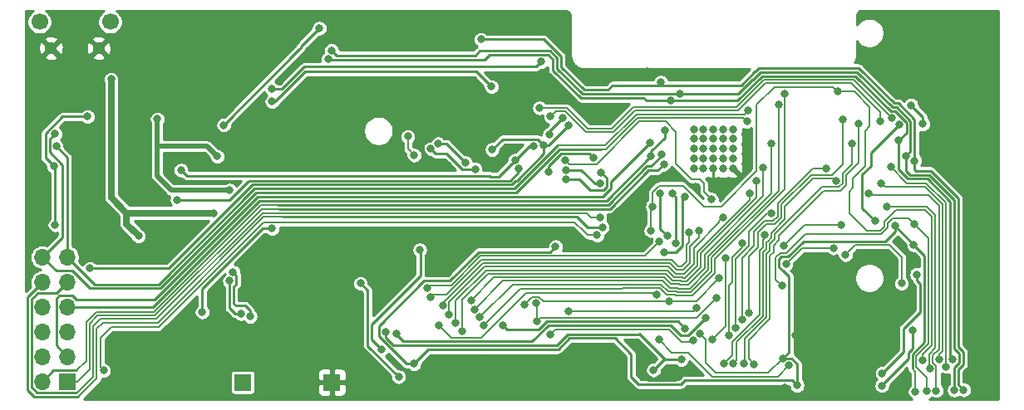
<source format=gbr>
G04 #@! TF.GenerationSoftware,KiCad,Pcbnew,(5.1.9)-1*
G04 #@! TF.CreationDate,2021-02-03T10:13:10+01:00*
G04 #@! TF.ProjectId,epaper-breakout,65706170-6572-42d6-9272-65616b6f7574,rev?*
G04 #@! TF.SameCoordinates,Original*
G04 #@! TF.FileFunction,Copper,L2,Bot*
G04 #@! TF.FilePolarity,Positive*
%FSLAX46Y46*%
G04 Gerber Fmt 4.6, Leading zero omitted, Abs format (unit mm)*
G04 Created by KiCad (PCBNEW (5.1.9)-1) date 2021-02-03 10:13:10*
%MOMM*%
%LPD*%
G01*
G04 APERTURE LIST*
G04 #@! TA.AperFunction,ComponentPad*
%ADD10C,1.290000*%
G04 #@! TD*
G04 #@! TA.AperFunction,ComponentPad*
%ADD11C,1.700000*%
G04 #@! TD*
G04 #@! TA.AperFunction,ComponentPad*
%ADD12C,0.800000*%
G04 #@! TD*
G04 #@! TA.AperFunction,ComponentPad*
%ADD13R,1.700000X1.700000*%
G04 #@! TD*
G04 #@! TA.AperFunction,ComponentPad*
%ADD14O,1.700000X1.700000*%
G04 #@! TD*
G04 #@! TA.AperFunction,ViaPad*
%ADD15C,0.800000*%
G04 #@! TD*
G04 #@! TA.AperFunction,Conductor*
%ADD16C,0.250000*%
G04 #@! TD*
G04 #@! TA.AperFunction,Conductor*
%ADD17C,0.700000*%
G04 #@! TD*
G04 #@! TA.AperFunction,Conductor*
%ADD18C,0.200000*%
G04 #@! TD*
G04 #@! TA.AperFunction,Conductor*
%ADD19C,0.500000*%
G04 #@! TD*
G04 #@! TA.AperFunction,Conductor*
%ADD20C,0.254000*%
G04 #@! TD*
G04 #@! TA.AperFunction,Conductor*
%ADD21C,0.100000*%
G04 #@! TD*
G04 APERTURE END LIST*
D10*
X32888000Y-23765000D03*
X28038000Y-23765000D03*
D11*
X34063000Y-21065000D03*
X26863000Y-21065000D03*
D12*
X93500000Y-32020000D03*
X93500000Y-33020000D03*
X93500000Y-34020000D03*
X93500000Y-35020000D03*
X93500000Y-36020000D03*
X94500000Y-36020000D03*
X94500000Y-35020000D03*
X94500000Y-34020000D03*
X94500000Y-33020000D03*
X94500000Y-32020000D03*
X96500000Y-32020000D03*
X96500000Y-33020000D03*
X96500000Y-34020000D03*
X96500000Y-35020000D03*
X96500000Y-36020000D03*
X95500000Y-36020000D03*
X95500000Y-35020000D03*
X95500000Y-34020000D03*
X95500000Y-33020000D03*
X95500000Y-32020000D03*
X97500000Y-36020000D03*
X97500000Y-35020000D03*
X97500000Y-34020000D03*
X97500000Y-33020000D03*
X97500000Y-32020000D03*
D13*
X56642000Y-57848500D03*
X47561500Y-57848500D03*
D14*
X27152600Y-45085000D03*
X29692600Y-45085000D03*
X27152600Y-47625000D03*
X29692600Y-47625000D03*
X27152600Y-50165000D03*
X29692600Y-50165000D03*
X27152600Y-52705000D03*
X29692600Y-52705000D03*
X27152600Y-55245000D03*
X29692600Y-55245000D03*
X27152600Y-57785000D03*
D13*
X29692600Y-57785000D03*
D15*
X91973400Y-57251600D03*
X69977000Y-58674000D03*
X70739000Y-57531000D03*
X71501000Y-58674000D03*
X48387000Y-32385000D03*
X49276000Y-31369000D03*
X50038000Y-32385000D03*
X52197000Y-29972000D03*
X57277000Y-33401000D03*
X65913000Y-31623000D03*
X66675000Y-32385000D03*
X67310000Y-31623000D03*
X113157000Y-44831000D03*
X113538000Y-45974000D03*
X114681000Y-43942000D03*
X107950000Y-57404000D03*
X109347000Y-57404000D03*
X108585000Y-56515000D03*
X106172000Y-52451000D03*
X107442000Y-52451000D03*
X106807000Y-51435000D03*
X107950000Y-46863000D03*
X107950000Y-48387000D03*
X110490000Y-53594000D03*
X111379000Y-54483000D03*
X39751000Y-44069000D03*
X35433000Y-33782000D03*
X35433000Y-32639000D03*
X35560000Y-29591000D03*
X36576000Y-30480000D03*
X46482000Y-29083000D03*
X50419000Y-35179000D03*
X51054000Y-35941000D03*
X47752000Y-35433000D03*
X62357000Y-58420000D03*
X77597000Y-55880000D03*
X75589000Y-55856000D03*
X121920000Y-55880000D03*
X122936000Y-55880000D03*
X123317000Y-51054000D03*
X122555000Y-52070000D03*
X123952000Y-52070000D03*
X122555000Y-58928000D03*
X123571000Y-58928000D03*
X121539000Y-30861000D03*
X122936000Y-30861000D03*
X122301000Y-31877000D03*
X95377000Y-37719000D03*
X73787000Y-43307000D03*
X70612000Y-43942000D03*
X73152000Y-42418000D03*
X84582000Y-43942000D03*
X84074000Y-57912000D03*
X85217000Y-56896000D03*
X86233000Y-58039000D03*
X88138000Y-56896000D03*
X88265000Y-55880000D03*
X103886000Y-53086000D03*
X102743000Y-58420000D03*
X63119000Y-46228000D03*
X63754000Y-45466000D03*
X66548000Y-46101000D03*
X72898000Y-35737000D03*
X68465289Y-35699289D03*
X64008000Y-30353000D03*
X67056000Y-29083000D03*
X61849000Y-28067000D03*
X55245000Y-20447000D03*
X26289000Y-28702000D03*
X27559000Y-28702000D03*
X26924000Y-27813000D03*
X96139000Y-38608000D03*
X31877000Y-44069000D03*
X30988000Y-42926000D03*
X58166000Y-21336000D03*
X27178000Y-42799000D03*
X26035000Y-42799000D03*
X33528000Y-58801000D03*
X35433000Y-58801000D03*
X42418000Y-58928000D03*
X43815000Y-58928000D03*
X45085000Y-50800000D03*
X112903000Y-52832000D03*
X38989000Y-54229000D03*
X40513000Y-52070000D03*
X34798000Y-54356000D03*
X73025000Y-31178500D03*
X72898000Y-29464000D03*
X35623500Y-53467000D03*
X45974000Y-56197500D03*
X50038000Y-58039000D03*
X54546500Y-58039000D03*
X93726000Y-37909500D03*
X99060000Y-33147000D03*
X99060000Y-35115500D03*
X85026500Y-26225500D03*
X82740500Y-30607000D03*
X115189000Y-27749500D03*
X114617500Y-26352500D03*
X115887500Y-26860500D03*
X119951500Y-22479000D03*
X121920000Y-22479000D03*
X120904000Y-21336000D03*
X88836500Y-26162000D03*
X50165000Y-48958500D03*
X50863500Y-49657000D03*
X50673000Y-44132500D03*
X51308000Y-44831000D03*
X53340000Y-49212500D03*
X54864000Y-49212500D03*
X54102000Y-50609500D03*
X51943000Y-54546500D03*
X53340000Y-54546500D03*
X52641500Y-55689500D03*
X61531500Y-45656500D03*
X57023000Y-46799500D03*
X58356500Y-42545000D03*
X53594000Y-43751500D03*
X41338500Y-20701000D03*
X43243500Y-20701000D03*
X42100500Y-25971500D03*
X44323000Y-25971500D03*
X43243500Y-25019000D03*
X50546000Y-23939500D03*
X48831500Y-22415500D03*
X36957000Y-45085000D03*
X39593010Y-42194990D03*
X33210500Y-41783000D03*
X34480500Y-41846500D03*
X40132000Y-34798000D03*
X32067500Y-26289000D03*
X80581500Y-44132500D03*
X115138200Y-34721800D03*
X120040400Y-58648600D03*
X90449000Y-44602400D03*
X92106902Y-28429102D03*
X92630659Y-38941341D03*
X56610207Y-23997764D03*
X114376200Y-33172400D03*
X119867585Y-55543599D03*
X94738791Y-51253991D03*
X63220600Y-52857400D03*
X56261000Y-24892000D03*
X91668600Y-43611800D03*
X91313000Y-38608000D03*
X91186000Y-29114102D03*
X92252800Y-55524400D03*
X62103000Y-52705000D03*
X112699800Y-56921400D03*
X116230400Y-46837600D03*
X89408000Y-56591200D03*
X61722000Y-54483000D03*
X66675000Y-34036000D03*
X71247000Y-36093000D03*
X65595500Y-44323000D03*
X78867000Y-52933600D03*
X115824000Y-52501800D03*
X93446600Y-53594000D03*
X112674400Y-58191400D03*
X65024000Y-34671000D03*
X64389000Y-32766000D03*
X63449200Y-57277000D03*
X59563000Y-47752000D03*
X78701230Y-36360770D03*
X83312000Y-34925000D03*
X75692000Y-36068000D03*
X40894000Y-39243000D03*
X66395600Y-48183800D03*
X90021610Y-43484800D03*
X66700400Y-49174400D03*
X93065600Y-42545000D03*
X96758091Y-45145291D03*
X95402400Y-53441600D03*
X108966000Y-44831000D03*
X114681000Y-47752000D03*
X117253356Y-58757475D03*
X76301600Y-49885600D03*
X115940944Y-41696744D03*
X91008200Y-49580800D03*
X78816200Y-32562800D03*
X96088600Y-47244000D03*
X102489000Y-48006000D03*
X80137000Y-30861000D03*
X67538600Y-52044600D03*
X107721400Y-44145200D03*
X102895400Y-45796201D03*
X89738200Y-48895000D03*
X117541909Y-56423091D03*
X113157000Y-39928800D03*
X67941815Y-50012600D03*
X97129600Y-53009800D03*
X98467600Y-43620000D03*
X94056200Y-42367200D03*
X102679500Y-43878500D03*
X108521500Y-41783000D03*
X68601815Y-50924750D03*
X96570800Y-55930800D03*
X100721421Y-42809821D03*
X96494984Y-40995984D03*
X118211600Y-58699400D03*
X111326909Y-38549491D03*
X99212400Y-38531800D03*
X69261815Y-51773790D03*
X97789600Y-52280912D03*
X101396800Y-40614600D03*
X99924000Y-37338000D03*
X69921815Y-52628800D03*
X97536000Y-55930800D03*
X107979932Y-37270000D03*
X118542200Y-55525256D03*
X100584000Y-35966400D03*
X70815200Y-49453800D03*
X98449600Y-51471052D03*
X112610900Y-37528500D03*
X106976600Y-36000000D03*
X101371400Y-33451800D03*
X71185566Y-50392008D03*
X109592800Y-33460000D03*
X98602800Y-55956200D03*
X119202200Y-56235600D03*
X113563400Y-35890200D03*
X102133800Y-29514800D03*
X71701834Y-51201372D03*
X99109600Y-50727283D03*
X108686600Y-31013400D03*
X102793800Y-28371800D03*
X72110600Y-52070000D03*
X110274100Y-31432500D03*
X99644200Y-56007000D03*
X71851165Y-22857447D03*
X116001800Y-35229800D03*
X121000051Y-58622664D03*
X90144600Y-27228800D03*
X90808611Y-42925600D03*
X74050491Y-52054091D03*
X92633800Y-52349400D03*
X90096941Y-38598441D03*
X112522000Y-31216600D03*
X80776410Y-50592390D03*
X93801801Y-50291601D03*
X78930500Y-30734000D03*
X113715800Y-30887400D03*
X77495400Y-51638200D03*
X77419200Y-49784000D03*
X95808800Y-49250600D03*
X77787500Y-29845000D03*
X108153200Y-28194000D03*
X89306400Y-39903400D03*
X116835990Y-55549800D03*
X103200200Y-56134000D03*
X89128600Y-42367200D03*
X89942199Y-53492400D03*
X84201000Y-42037000D03*
X83947000Y-41021000D03*
X33401000Y-56642000D03*
X83668487Y-42835769D03*
X89027000Y-33401000D03*
X90199839Y-34630906D03*
X90464000Y-35590000D03*
X28448000Y-32512000D03*
X98933000Y-31242000D03*
X28575000Y-33782000D03*
X99060000Y-30099000D03*
X78232000Y-33655000D03*
X80772000Y-31623000D03*
X32004000Y-46228000D03*
X72961500Y-34099500D03*
X89154000Y-34798000D03*
X90551000Y-32131000D03*
X72898000Y-27686000D03*
X50546000Y-29210000D03*
X77978000Y-25146000D03*
X50546000Y-27940000D03*
X38862000Y-30988000D03*
X46228000Y-38227000D03*
X44958000Y-34798000D03*
X116840000Y-31496000D03*
X114416782Y-31543318D03*
X113995200Y-41910000D03*
X111963200Y-41402000D03*
X115912900Y-43827700D03*
X102602600Y-55382684D03*
X104038400Y-58166000D03*
X94157800Y-52908200D03*
X64998600Y-55956200D03*
X116078000Y-58801000D03*
X115633500Y-29567400D03*
X79438500Y-44005500D03*
X67473769Y-33503487D03*
X70231000Y-35433000D03*
X80518000Y-37155003D03*
X84074000Y-36449000D03*
X80518000Y-36195000D03*
X83947000Y-37592000D03*
X44641500Y-40575500D03*
X36957000Y-42926000D03*
X34163000Y-26924000D03*
X46212124Y-47498362D03*
X47400435Y-50853767D03*
X48323500Y-51117500D03*
X46575000Y-46609000D03*
X55372000Y-21717000D03*
X50546000Y-42164262D03*
X43434000Y-50673000D03*
X45625849Y-31592349D03*
X28448000Y-41783000D03*
X31750000Y-30734000D03*
X28321000Y-35814000D03*
X41275000Y-36195000D03*
X80418598Y-35179000D03*
X77216000Y-33718500D03*
X75311000Y-35179000D03*
X95313500Y-39179500D03*
D16*
X95500000Y-36020000D02*
X95500000Y-37215000D01*
X95377000Y-37338000D02*
X95377000Y-37719000D01*
X95500000Y-37215000D02*
X95377000Y-37338000D01*
X84582000Y-43942000D02*
X83058000Y-43942000D01*
X83058000Y-43942000D02*
X81534000Y-42418000D01*
X88893599Y-57651599D02*
X88011000Y-56769000D01*
X91573401Y-57651599D02*
X88893599Y-57651599D01*
X91973400Y-57251600D02*
X91573401Y-57651599D01*
D17*
X86233000Y-58039000D02*
X87503000Y-59309000D01*
X106045000Y-59309000D02*
X107950000Y-57404000D01*
D16*
X103632000Y-59309000D02*
X104394000Y-59309000D01*
X102743000Y-58420000D02*
X103632000Y-59309000D01*
D17*
X104394000Y-59309000D02*
X106045000Y-59309000D01*
X87503000Y-59309000D02*
X104394000Y-59309000D01*
D16*
X65913000Y-34287802D02*
X65913000Y-31623000D01*
X67324487Y-35699289D02*
X65913000Y-34287802D01*
X68465289Y-35699289D02*
X67324487Y-35699289D01*
X64643000Y-30353000D02*
X65913000Y-31623000D01*
X64008000Y-30353000D02*
X64643000Y-30353000D01*
X86169500Y-42354500D02*
X84582000Y-43942000D01*
X86169500Y-40703500D02*
X86169500Y-42354500D01*
X89852500Y-37020500D02*
X86169500Y-40703500D01*
X92329000Y-37020500D02*
X89852500Y-37020500D01*
X93218000Y-37909500D02*
X92329000Y-37020500D01*
X93726000Y-37909500D02*
X93218000Y-37909500D01*
X81534000Y-42418000D02*
X73152000Y-42418000D01*
X115138200Y-34721800D02*
X115138200Y-36271200D01*
X115138200Y-36271200D02*
X115544600Y-36677600D01*
X117458589Y-36677600D02*
X120040400Y-39259411D01*
X115544600Y-36677600D02*
X117458589Y-36677600D01*
X120040400Y-39259411D02*
X120040400Y-54406800D01*
X120552586Y-54918986D02*
X120552586Y-55850414D01*
X120040400Y-54406800D02*
X120552586Y-54918986D01*
X120040400Y-56362600D02*
X120040400Y-58648600D01*
X120552586Y-55850414D02*
X120040400Y-56362600D01*
X90449000Y-44602400D02*
X91694000Y-44602400D01*
X91694000Y-44602400D02*
X92353601Y-43942799D01*
X98063932Y-28429102D02*
X92106902Y-28429102D01*
X92353601Y-41567899D02*
X92353601Y-39218399D01*
X92353601Y-43942799D02*
X92353601Y-41567899D01*
X92353601Y-39218399D02*
X92630659Y-38941341D01*
X99505016Y-26988016D02*
X99520397Y-26988016D01*
X100311654Y-26196760D02*
X110149488Y-26196762D01*
X99520397Y-26988016D02*
X100311654Y-26196760D01*
X99505016Y-26988016D02*
X98063932Y-28429102D01*
X115591790Y-34268210D02*
X115138200Y-34721800D01*
X115591790Y-31169747D02*
X115591790Y-34268210D01*
X114214432Y-29792389D02*
X115591790Y-31169747D01*
X113745115Y-29792389D02*
X114214432Y-29792389D01*
X110149488Y-26196762D02*
X113745115Y-29792389D01*
X71247000Y-24511000D02*
X57277000Y-24511000D01*
X71707011Y-24050989D02*
X71247000Y-24511000D01*
X79563859Y-24752820D02*
X78862028Y-24050989D01*
X79563859Y-25834519D02*
X79563859Y-24752820D01*
X82158442Y-28429102D02*
X79563859Y-25834519D01*
X78862028Y-24050989D02*
X71707011Y-24050989D01*
X92106902Y-28429102D02*
X82158442Y-28429102D01*
X57123443Y-24511000D02*
X57277000Y-24511000D01*
X56610207Y-23997764D02*
X57123443Y-24511000D01*
X114376200Y-36158514D02*
X115308843Y-37091157D01*
X114376200Y-33172400D02*
X114376200Y-36158514D01*
X117292306Y-37091157D02*
X119587210Y-39386061D01*
X119587210Y-39386061D02*
X119587210Y-39577610D01*
X115308843Y-37091157D02*
X117292306Y-37091157D01*
X119587210Y-55263224D02*
X119867585Y-55543599D01*
X119587210Y-39386061D02*
X119587210Y-55263224D01*
X92958381Y-53034401D02*
X92150401Y-53034401D01*
X94738791Y-51253991D02*
X92958381Y-53034401D01*
X92150401Y-53034401D02*
X91163411Y-52047411D01*
X77053432Y-53673810D02*
X63910010Y-53673810D01*
X78679831Y-52047411D02*
X77053432Y-53673810D01*
X91163411Y-52047411D02*
X78679831Y-52047411D01*
X63220600Y-52984400D02*
X63220600Y-52857400D01*
X63910010Y-53673810D02*
X63220600Y-52984400D01*
X91668600Y-43611800D02*
X91668600Y-41224200D01*
X91668600Y-38963600D02*
X91313000Y-38608000D01*
X91668600Y-41224200D02*
X91668600Y-38963600D01*
X56337200Y-24968200D02*
X56261000Y-24892000D01*
X72668601Y-24460999D02*
X72161400Y-24968200D01*
X114376200Y-33172400D02*
X115181780Y-32366820D01*
X115181780Y-32366820D02*
X115181780Y-31339578D01*
X100481484Y-26606769D02*
X97974151Y-29114103D01*
X72161400Y-24968200D02*
X56337200Y-24968200D01*
X79153849Y-26004349D02*
X79153849Y-24922651D01*
X115181780Y-31339578D02*
X114044601Y-30202399D01*
X88677103Y-29114103D02*
X88402112Y-28839112D01*
X114044601Y-30202399D02*
X113575285Y-30202399D01*
X88402112Y-28839112D02*
X81988612Y-28839112D01*
X113575285Y-30202399D02*
X109979656Y-26606770D01*
X109979656Y-26606770D02*
X100481484Y-26606769D01*
X78692197Y-24460999D02*
X72668601Y-24460999D01*
X97974151Y-29114103D02*
X88677103Y-29114103D01*
X81988612Y-28839112D02*
X79153849Y-26004349D01*
X79153849Y-24922651D02*
X78692197Y-24460999D01*
X62916135Y-54083820D02*
X79545580Y-54083820D01*
X62103000Y-53270685D02*
X62916135Y-54083820D01*
X62103000Y-52705000D02*
X62103000Y-53270685D01*
X79545580Y-54083820D02*
X80695800Y-52933600D01*
X87960200Y-52933600D02*
X87985600Y-52908200D01*
X80695800Y-52933600D02*
X87960200Y-52933600D01*
D18*
X90424000Y-55346600D02*
X87985600Y-52908200D01*
D16*
X90601800Y-55524400D02*
X92252800Y-55524400D01*
X87985600Y-52908200D02*
X90601800Y-55524400D01*
X90474800Y-55524400D02*
X90601800Y-55524400D01*
X116230400Y-46837600D02*
X116230400Y-47421800D01*
X116230400Y-47421800D02*
X116607130Y-47798530D01*
X116607130Y-47798530D02*
X116607130Y-50651870D01*
X116607130Y-50651870D02*
X114884200Y-52374800D01*
X114884200Y-54737000D02*
X112699800Y-56921400D01*
X114884200Y-52374800D02*
X114884200Y-54737000D01*
X89408000Y-56591200D02*
X90474800Y-55524400D01*
X60706000Y-51943000D02*
X60706000Y-53467000D01*
X60706000Y-53467000D02*
X61722000Y-54483000D01*
X65659000Y-46990000D02*
X60706000Y-51943000D01*
X67180802Y-34541802D02*
X66675000Y-34036000D01*
X68326000Y-34541802D02*
X67180802Y-34541802D01*
X69902199Y-36118001D02*
X68326000Y-34541802D01*
X71221999Y-36118001D02*
X69902199Y-36118001D01*
X71247000Y-36093000D02*
X71221999Y-36118001D01*
X65659000Y-44386500D02*
X65595500Y-44323000D01*
X65659000Y-44513500D02*
X65659000Y-44386500D01*
X65659000Y-46990000D02*
X65659000Y-44513500D01*
D18*
X92286113Y-53714599D02*
X91003935Y-52432421D01*
X79368179Y-52432421D02*
X78867000Y-52933600D01*
X91003935Y-52432421D02*
X79368179Y-52432421D01*
D16*
X115824000Y-54381304D02*
X115824000Y-52501800D01*
X115380971Y-54824333D02*
X115824000Y-54381304D01*
X115380971Y-55434030D02*
X115380971Y-54824333D01*
X112699800Y-58115200D02*
X115380971Y-55434030D01*
D18*
X93326001Y-53714599D02*
X93446600Y-53594000D01*
X92286113Y-53714599D02*
X93326001Y-53714599D01*
D16*
X112699800Y-58166000D02*
X112674400Y-58191400D01*
X112699800Y-58115200D02*
X112699800Y-58166000D01*
D18*
X64389000Y-34036000D02*
X65024000Y-34671000D01*
X64389000Y-32766000D02*
X64389000Y-34036000D01*
D16*
X59563000Y-47752000D02*
X60295990Y-48484990D01*
X60295990Y-54123790D02*
X63449200Y-57277000D01*
X60295990Y-48484990D02*
X60295990Y-54123790D01*
X82880999Y-34493999D02*
X83312000Y-34925000D01*
X80002316Y-34493999D02*
X82880999Y-34493999D01*
X78701230Y-35795085D02*
X80002316Y-34493999D01*
X78701230Y-36360770D02*
X78701230Y-35795085D01*
X75692000Y-36377160D02*
X75692000Y-36068000D01*
X74799211Y-37269949D02*
X75692000Y-36377160D01*
X48201051Y-37269949D02*
X74799211Y-37269949D01*
X48082999Y-37388001D02*
X48201051Y-37269949D01*
X48080801Y-37388001D02*
X48082999Y-37388001D01*
X46225802Y-39243000D02*
X48080801Y-37388001D01*
X40894000Y-39243000D02*
X46225802Y-39243000D01*
D18*
X66649600Y-47929800D02*
X66395600Y-48183800D01*
X68779808Y-47929800D02*
X66649600Y-47929800D01*
X71751608Y-44958000D02*
X68779808Y-47929800D01*
X88548410Y-44958000D02*
X71751608Y-44958000D01*
X90021610Y-43484800D02*
X88548410Y-44958000D01*
X96748600Y-49149000D02*
X96769590Y-49128010D01*
X96748600Y-52095400D02*
X96748600Y-49149000D01*
X96748600Y-49149000D02*
X96748600Y-44932800D01*
X96748600Y-44932800D02*
X96761400Y-44920000D01*
X93065600Y-43570342D02*
X93065600Y-42545000D01*
X92795545Y-43840396D02*
X93065600Y-43570342D01*
X92795545Y-45498415D02*
X92795545Y-43840396D01*
X91252277Y-45331021D02*
X91941646Y-46020390D01*
X71887717Y-45331021D02*
X91252277Y-45331021D01*
X92273570Y-46020390D02*
X92795545Y-45498415D01*
X68298338Y-48920400D02*
X71887717Y-45331021D01*
X91941646Y-46020390D02*
X92273570Y-46020390D01*
X66954400Y-48920400D02*
X68298338Y-48920400D01*
X66700400Y-49174400D02*
X66954400Y-48920400D01*
X95402400Y-53441600D02*
X96748600Y-52095400D01*
X113441209Y-43845209D02*
X114681000Y-45085000D01*
X114681000Y-45085000D02*
X114681000Y-47752000D01*
X108966000Y-44831000D02*
X109951791Y-43845209D01*
X109951791Y-43845209D02*
X113441209Y-43845209D01*
X116175989Y-55153641D02*
X117402150Y-53927480D01*
X117253356Y-57367378D02*
X116175989Y-56290011D01*
X117253356Y-58757475D02*
X117253356Y-57367378D01*
X116175989Y-56290011D02*
X116175989Y-55153641D01*
X77063201Y-49123999D02*
X76301600Y-49885600D01*
X77736001Y-49123999D02*
X77063201Y-49123999D01*
X78192802Y-49580800D02*
X77736001Y-49123999D01*
X117402150Y-43157950D02*
X117402150Y-53927480D01*
X115940944Y-41696744D02*
X117402150Y-43157950D01*
X91008200Y-49580800D02*
X78192802Y-49580800D01*
X93751800Y-49580800D02*
X96088600Y-47244000D01*
X91008200Y-49580800D02*
X93751800Y-49580800D01*
D16*
X78816200Y-32181800D02*
X80137000Y-30861000D01*
X78816200Y-32562800D02*
X78816200Y-32181800D01*
D18*
X115366800Y-41122600D02*
X115940944Y-41696744D01*
X113805798Y-41122600D02*
X115366800Y-41122600D01*
X113290899Y-42080901D02*
X113290899Y-41637499D01*
X112623600Y-42748200D02*
X113290899Y-42080901D01*
X102954972Y-44647657D02*
X104854430Y-42748199D01*
X102305657Y-44647657D02*
X102954972Y-44647657D01*
X104854430Y-42748199D02*
X112623600Y-42748200D01*
X101825390Y-45127924D02*
X102305657Y-44647657D01*
X101825389Y-47342389D02*
X101825390Y-45127924D01*
X113290899Y-41637499D02*
X113805798Y-41122600D01*
X102489000Y-48006000D02*
X101825389Y-47342389D01*
X68782801Y-53288801D02*
X71882399Y-53288801D01*
X67538600Y-52044600D02*
X68782801Y-53288801D01*
X71882399Y-53288801D02*
X76474990Y-48696210D01*
X104546401Y-44145200D02*
X102895400Y-45796201D01*
X107721400Y-44145200D02*
X104546401Y-44145200D01*
X89539410Y-48696210D02*
X89738200Y-48895000D01*
X76474990Y-48696210D02*
X89539410Y-48696210D01*
X117541909Y-56423091D02*
X117495990Y-56377172D01*
X117495990Y-56377172D02*
X117495990Y-54968879D01*
X117495990Y-54968879D02*
X118122170Y-54342700D01*
X118122170Y-40780230D02*
X118072430Y-40780230D01*
X118122170Y-54342700D02*
X118122170Y-40780230D01*
X117221000Y-39928800D02*
X113157000Y-39928800D01*
X118072430Y-40780230D02*
X117221000Y-39928800D01*
X98467600Y-44087671D02*
X98467600Y-43620000D01*
X97429590Y-45125681D02*
X98467600Y-44087671D01*
X97429590Y-47629810D02*
X97429590Y-45125681D01*
X97129600Y-47929800D02*
X97429590Y-47629810D01*
X97129600Y-53009800D02*
X97129600Y-47929800D01*
X91103160Y-45691034D02*
X91792526Y-46380400D01*
X90953282Y-45691033D02*
X91103160Y-45691034D01*
X90953280Y-45691031D02*
X90953282Y-45691033D01*
X72036838Y-45691031D02*
X90953280Y-45691031D01*
X92422690Y-46380400D02*
X93155555Y-45647535D01*
X67941815Y-49786054D02*
X72036838Y-45691031D01*
X91792526Y-46380400D02*
X92422690Y-46380400D01*
X67941815Y-50012600D02*
X67941815Y-49786054D01*
X93155555Y-43989517D02*
X93155555Y-45647535D01*
X94056200Y-43088872D02*
X93155555Y-43989517D01*
X94056200Y-42367200D02*
X94056200Y-43088872D01*
X104775000Y-41783000D02*
X108521500Y-41783000D01*
X102679500Y-43878500D02*
X104775000Y-41783000D01*
X97409000Y-55092600D02*
X97409000Y-53695600D01*
X96570800Y-55930800D02*
X97409000Y-55092600D01*
X93515565Y-45796655D02*
X93515565Y-44138637D01*
X92525420Y-46786800D02*
X93515565Y-45796655D01*
X92513581Y-46786800D02*
X92525420Y-46786800D01*
X68601815Y-49635185D02*
X72185959Y-46051041D01*
X68601815Y-50924750D02*
X68601815Y-49635185D01*
X72185959Y-46051041D02*
X90804159Y-46051041D01*
X90804159Y-46051041D02*
X90954039Y-46051043D01*
X92487520Y-46760739D02*
X92513581Y-46786800D01*
X91663735Y-46760739D02*
X92487520Y-46760739D01*
X90954039Y-46051043D02*
X91663735Y-46760739D01*
X100528790Y-44099941D02*
X100528790Y-43290020D01*
X100190300Y-44438431D02*
X100528790Y-44099941D01*
X100190300Y-50914300D02*
X100190300Y-44438431D01*
X97409000Y-53695600D02*
X100190300Y-50914300D01*
X100706655Y-42824587D02*
X100721421Y-42809821D01*
X100706655Y-43112155D02*
X100706655Y-42824587D01*
X100528790Y-43290020D02*
X100706655Y-43112155D01*
X96094985Y-41395983D02*
X96494984Y-40995984D01*
X96094985Y-41559217D02*
X96094985Y-41395983D01*
X93515565Y-44138637D02*
X96094985Y-41559217D01*
X118211600Y-58699400D02*
X118211600Y-56159400D01*
X118211600Y-56159400D02*
X117856000Y-55803800D01*
X117856000Y-55118000D02*
X118482180Y-54491820D01*
X117856000Y-55803800D02*
X117856000Y-55118000D01*
X118482180Y-54491820D02*
X118482180Y-39843780D01*
X118482180Y-39843780D02*
X117373400Y-38735000D01*
X111512418Y-38735000D02*
X111326909Y-38549491D01*
X117373400Y-38735000D02*
X111512418Y-38735000D01*
X97789600Y-52280912D02*
X97789600Y-45274802D01*
X99127601Y-43936801D02*
X99127601Y-42451999D01*
X97789600Y-45274802D02*
X99127601Y-43936801D01*
X100965000Y-40614600D02*
X101396800Y-40614600D01*
X99127601Y-42451999D02*
X100965000Y-40614600D01*
X93875575Y-44548775D02*
X99212400Y-39211950D01*
X93880585Y-45940765D02*
X93875575Y-45935755D01*
X92628150Y-47193200D02*
X93880585Y-45940765D01*
X92410851Y-47193200D02*
X92628150Y-47193200D01*
X92338400Y-47120749D02*
X92410851Y-47193200D01*
X91514615Y-47120749D02*
X92338400Y-47120749D01*
X90804918Y-46411052D02*
X91514615Y-47120749D01*
X99212400Y-39211950D02*
X99212400Y-38531800D01*
X93875575Y-45935755D02*
X93875575Y-44548775D01*
X72372016Y-46411051D02*
X90804918Y-46411052D01*
X69261815Y-49521252D02*
X72372016Y-46411051D01*
X69261815Y-51773790D02*
X69261815Y-49521252D01*
X94240595Y-44692885D02*
X99924000Y-39009480D01*
X92265080Y-47556560D02*
X92773920Y-47556560D01*
X94240595Y-46089885D02*
X94240595Y-44692885D01*
X92189279Y-47480759D02*
X92265080Y-47556560D01*
X91365495Y-47480759D02*
X92189279Y-47480759D01*
X90655797Y-46771061D02*
X91365495Y-47480759D01*
X72521137Y-46771061D02*
X90655797Y-46771061D01*
X69921815Y-49370383D02*
X72521137Y-46771061D01*
X99924000Y-39009480D02*
X99924000Y-37338000D01*
X92773920Y-47556560D02*
X94240595Y-46089885D01*
X69921815Y-52628800D02*
X69921815Y-49370383D01*
X107768532Y-37058600D02*
X107979932Y-37270000D01*
X105587800Y-37060860D02*
X105590060Y-37058600D01*
X105587800Y-37109400D02*
X105587800Y-37060860D01*
X100550310Y-51063421D02*
X100550310Y-44587551D01*
X97891600Y-53722130D02*
X100550310Y-51063421D01*
X105590060Y-37058600D02*
X107768532Y-37058600D01*
X102802620Y-39894580D02*
X105587800Y-37109400D01*
X100888800Y-44249061D02*
X100888800Y-43573700D01*
X100888800Y-43573700D02*
X100992678Y-43469822D01*
X100992678Y-43469822D02*
X101038222Y-43469822D01*
X97891600Y-55575200D02*
X97891600Y-53722130D01*
X100550310Y-44587551D02*
X100888800Y-44249061D01*
X101038222Y-43469822D02*
X101409500Y-43098544D01*
X101409500Y-42596962D02*
X102802620Y-41203844D01*
X97536000Y-55930800D02*
X97891600Y-55575200D01*
X101409500Y-43098544D02*
X101409500Y-42596962D01*
X102802620Y-41203844D02*
X102802620Y-39894580D01*
X112979200Y-37896800D02*
X112610900Y-37528500D01*
X117044331Y-37896800D02*
X112979200Y-37896800D01*
X118842190Y-39694658D02*
X117044331Y-37896800D01*
X118842190Y-54659581D02*
X118842190Y-39694658D01*
X118542200Y-54959571D02*
X118842190Y-54659581D01*
X118542200Y-55525256D02*
X118542200Y-54959571D01*
X105630400Y-36000000D02*
X106976600Y-36000000D01*
X102082600Y-40905602D02*
X102082600Y-39547800D01*
X101611602Y-41376600D02*
X102082600Y-40905602D01*
X100712130Y-41376600D02*
X101611602Y-41376600D01*
X99644200Y-42444530D02*
X100712130Y-41376600D01*
X99644200Y-43942000D02*
X99644200Y-42444530D01*
X98449600Y-45136600D02*
X99644200Y-43942000D01*
X102082600Y-39547800D02*
X105630400Y-36000000D01*
X98449600Y-51471052D02*
X98449600Y-45136600D01*
X100584000Y-38858610D02*
X100584000Y-35966400D01*
X94614470Y-46225140D02*
X94600605Y-46211275D01*
X92923040Y-47916570D02*
X94614470Y-46225140D01*
X94600605Y-46211275D02*
X94600605Y-44842005D01*
X92115960Y-47916570D02*
X92923040Y-47916570D01*
X94600605Y-44842005D02*
X100584000Y-38858610D01*
X70815200Y-49453800D02*
X73137929Y-47131071D01*
X90438074Y-47131074D02*
X90491134Y-47131074D01*
X90438071Y-47131071D02*
X90438074Y-47131074D01*
X73137929Y-47131071D02*
X90438071Y-47131071D01*
X91200829Y-47840769D02*
X92040159Y-47840769D01*
X92040159Y-47840769D02*
X92115960Y-47916570D01*
X90491134Y-47131074D02*
X91200829Y-47840769D01*
X101371400Y-38580340D02*
X101371400Y-33451800D01*
X94974480Y-46374260D02*
X94974480Y-44977260D01*
X93072160Y-48276580D02*
X94974480Y-46374260D01*
X91966840Y-48276580D02*
X93072160Y-48276580D01*
X94974480Y-44977260D02*
X101371400Y-38580340D01*
X71185566Y-50392008D02*
X74086493Y-47491081D01*
X91051709Y-48200779D02*
X91891039Y-48200779D01*
X91891039Y-48200779D02*
X91966840Y-48276580D01*
X90342013Y-47491083D02*
X91051709Y-48200779D01*
X90227719Y-47491081D02*
X90342013Y-47491083D01*
X74086493Y-47491081D02*
X90227719Y-47491081D01*
X109592800Y-35644400D02*
X109592800Y-33460000D01*
X98602800Y-55956200D02*
X98729001Y-55829999D01*
X108661200Y-37565534D02*
X108661200Y-36576000D01*
X98729001Y-55829999D02*
X98729001Y-53393859D01*
X106585591Y-37930001D02*
X108296733Y-37930001D01*
X100910320Y-51212542D02*
X100910320Y-44758680D01*
X100910320Y-44758680D02*
X101269800Y-44399200D01*
X101269800Y-44399200D02*
X101269800Y-43747375D01*
X98729001Y-53393859D02*
X100910320Y-51212542D01*
X101790500Y-42725092D02*
X106585591Y-37930001D01*
X101269800Y-43747375D02*
X101790500Y-43226675D01*
X101790500Y-43226675D02*
X101790500Y-42725092D01*
X108296733Y-37930001D02*
X108661200Y-37565534D01*
X108661200Y-36576000D02*
X109592800Y-35644400D01*
X102133800Y-29514800D02*
X102133800Y-31724200D01*
X102133800Y-31724200D02*
X102133800Y-31853872D01*
X99109600Y-50727283D02*
X99109600Y-45010000D01*
X100050600Y-44069000D02*
X100050600Y-42547260D01*
X99109600Y-45010000D02*
X100050600Y-44069000D01*
X100050600Y-42547260D02*
X100861250Y-41736610D01*
X115209990Y-37536790D02*
X113563400Y-35890200D01*
X117193452Y-37536790D02*
X115209990Y-37536790D01*
X119202200Y-39545537D02*
X117193452Y-37536790D01*
X119202200Y-56235600D02*
X119202200Y-39545537D01*
X108686600Y-35586530D02*
X108686600Y-31013400D01*
X101760723Y-41736609D02*
X102442610Y-41054723D01*
X101502810Y-41736610D02*
X101760723Y-41736609D01*
X100861250Y-41736610D02*
X101502810Y-41736610D01*
X102442610Y-41054723D02*
X102442610Y-39696920D01*
X107582265Y-36690865D02*
X108686600Y-35586530D01*
X105448665Y-36690865D02*
X107582265Y-36690865D01*
X102442610Y-39696920D02*
X105448665Y-36690865D01*
X102133800Y-38327070D02*
X102133800Y-31724200D01*
X95334490Y-45126380D02*
X102133800Y-38327070D01*
X95334490Y-46523380D02*
X95334490Y-45126380D01*
X93221280Y-48636590D02*
X95334490Y-46523380D01*
X91741919Y-48560789D02*
X91817720Y-48636590D01*
X90902589Y-48560789D02*
X91741919Y-48560789D01*
X90192892Y-47851092D02*
X90902589Y-48560789D01*
X75052115Y-47851091D02*
X90192892Y-47851092D01*
X91817720Y-48636590D02*
X93221280Y-48636590D01*
X71701834Y-51201372D02*
X75052115Y-47851091D01*
X95694500Y-45275500D02*
X102793800Y-38176200D01*
X95694500Y-46672500D02*
X95694500Y-45275500D01*
X91668600Y-48996600D02*
X93370400Y-48996600D01*
X91592798Y-48920799D02*
X91668600Y-48996600D01*
X90740801Y-48920799D02*
X91592798Y-48920799D01*
X86285701Y-48211101D02*
X90031103Y-48211101D01*
X86160602Y-48336200D02*
X86285701Y-48211101D01*
X102793800Y-38176200D02*
X102793800Y-28371800D01*
X90031103Y-48211101D02*
X90740801Y-48920799D01*
X75844400Y-48336200D02*
X86160602Y-48336200D01*
X93370400Y-48996600D02*
X95694500Y-46672500D01*
X72110600Y-52070000D02*
X75844400Y-48336200D01*
X109021210Y-36725120D02*
X110274100Y-35472230D01*
X99089011Y-55451811D02*
X99089011Y-53542979D01*
X99089011Y-53542979D02*
X101017495Y-51614495D01*
X102171500Y-43354805D02*
X102171500Y-42853222D01*
X101017495Y-51614495D02*
X101017498Y-51614495D01*
X106734711Y-38290011D02*
X108445854Y-38290011D01*
X101017498Y-51614495D02*
X101270330Y-51361663D01*
X110274100Y-35472230D02*
X110274100Y-31432500D01*
X108445854Y-38290011D02*
X109021210Y-37714655D01*
X101629810Y-44548320D02*
X101629810Y-43896495D01*
X109021210Y-37714655D02*
X109021210Y-36725120D01*
X101270330Y-44907800D02*
X101629810Y-44548320D01*
X101629810Y-43896495D02*
X102171500Y-43354805D01*
X99644200Y-56007000D02*
X99089011Y-55451811D01*
X101270330Y-51361663D02*
X101270330Y-44907800D01*
X102171500Y-42853222D02*
X106734711Y-38290011D01*
D16*
X116001800Y-30999916D02*
X116001800Y-35229800D01*
X116001800Y-35229800D02*
X116001800Y-36089790D01*
X117628420Y-36267590D02*
X120450410Y-39089580D01*
X116179600Y-36267590D02*
X117628420Y-36267590D01*
X116001800Y-36089790D02*
X116179600Y-36267590D01*
X120962596Y-56020244D02*
X120450410Y-56532430D01*
X120450410Y-54236970D02*
X120962596Y-54749155D01*
X120962596Y-54749155D02*
X120962596Y-56020244D01*
X120450410Y-39089580D02*
X120450410Y-54236970D01*
X120450410Y-58073023D02*
X121000051Y-58622664D01*
X120450410Y-56532430D02*
X120450410Y-58073023D01*
X89957040Y-27416360D02*
X89957040Y-27568760D01*
X90144600Y-27228800D02*
X89957040Y-27416360D01*
X89957040Y-27568760D02*
X98344433Y-27568760D01*
X77693312Y-52454090D02*
X78510001Y-51637401D01*
X74450490Y-52454090D02*
X77693312Y-52454090D01*
X74050491Y-52054091D02*
X74450490Y-52454090D01*
X91921801Y-51637401D02*
X92633800Y-52349400D01*
X78510001Y-51637401D02*
X91921801Y-51637401D01*
X90096941Y-42213930D02*
X90808611Y-42925600D01*
X90096941Y-38598441D02*
X90096941Y-42213930D01*
X110319320Y-25786754D02*
X113914945Y-29382379D01*
X100141824Y-25786751D02*
X110319320Y-25786754D01*
X99770225Y-26158347D02*
X100141824Y-25786751D01*
X98344433Y-27568760D02*
X99754847Y-26158347D01*
X99754847Y-26158347D02*
X99770225Y-26158347D01*
X113914945Y-29382379D02*
X114381621Y-29382379D01*
X114382942Y-29381058D02*
X116001800Y-30999916D01*
X78248325Y-22857447D02*
X71851165Y-22857447D01*
X79973869Y-24582991D02*
X78248325Y-22857447D01*
X79973869Y-25664689D02*
X79973869Y-24582991D01*
X82328272Y-28019092D02*
X79973869Y-25664689D01*
X84756908Y-28019092D02*
X82328272Y-28019092D01*
X85207240Y-27568760D02*
X84756908Y-28019092D01*
X89957040Y-27568760D02*
X85207240Y-27568760D01*
D18*
X80776410Y-50592390D02*
X93501012Y-50592390D01*
X93501012Y-50592390D02*
X93801801Y-50291601D01*
X109572719Y-27351789D02*
X112522000Y-30301070D01*
X100790081Y-27351789D02*
X109572719Y-27351789D01*
X88694296Y-30134113D02*
X98007757Y-30134113D01*
X98007757Y-30134113D02*
X100790081Y-27351789D01*
X112522000Y-30301070D02*
X112522000Y-31216600D01*
X79463501Y-30200999D02*
X80429499Y-30200999D01*
X78930500Y-30734000D02*
X79463501Y-30200999D01*
X82550000Y-32321500D02*
X85342870Y-32321500D01*
X80429499Y-30200999D02*
X82550000Y-32321500D01*
X87530257Y-30134113D02*
X88694296Y-30134113D01*
X85342870Y-32321500D02*
X87530257Y-30134113D01*
X77495400Y-49860200D02*
X77419200Y-49784000D01*
X77495400Y-51638200D02*
X77495400Y-49860200D01*
X77881209Y-51252391D02*
X77495400Y-51638200D01*
X93807009Y-51252391D02*
X77881209Y-51252391D01*
X93807009Y-51252391D02*
X95808800Y-49250600D01*
X88843417Y-29774103D02*
X97858637Y-29774103D01*
X109820179Y-26991779D02*
X113715800Y-30887400D01*
X100640960Y-26991779D02*
X109820179Y-26991779D01*
X97858637Y-29774103D02*
X100640960Y-26991779D01*
X88843417Y-29774103D02*
X87381136Y-29774103D01*
X87319897Y-29774103D02*
X85132510Y-31961490D01*
X87381136Y-29774103D02*
X87319897Y-29774103D01*
X77791511Y-29840989D02*
X77787500Y-29845000D01*
X80578620Y-29840989D02*
X77791511Y-29840989D01*
X82699120Y-31961490D02*
X80578620Y-29840989D01*
X85132510Y-31961490D02*
X82699120Y-31961490D01*
X96291400Y-39903400D02*
X99923999Y-36270801D01*
X109905800Y-28194000D02*
X108153200Y-28194000D01*
X116835990Y-55549800D02*
X116835990Y-55002770D01*
X111172520Y-42388190D02*
X109351410Y-40567080D01*
X111442899Y-31749633D02*
X111442899Y-29731099D01*
X116835990Y-55002770D02*
X117762160Y-54076600D01*
X110994120Y-32198412D02*
X111442899Y-31749633D01*
X112930889Y-41931781D02*
X112474480Y-42388190D01*
X109741230Y-37023360D02*
X110994120Y-35770472D01*
X117762160Y-54076600D02*
X117762160Y-40979091D01*
X109741230Y-38012897D02*
X109741230Y-37023360D01*
X117762160Y-40979091D02*
X117071879Y-40288810D01*
X110994120Y-35770472D02*
X110994120Y-32198412D01*
X117071879Y-40288810D02*
X114130457Y-40288810D01*
X112930889Y-41488378D02*
X112930889Y-41931781D01*
X111442899Y-29731099D02*
X109905800Y-28194000D01*
X114130457Y-40288810D02*
X112930889Y-41488378D01*
X112474480Y-42388190D02*
X111172520Y-42388190D01*
X109351410Y-40567080D02*
X109351410Y-38402715D01*
X109351410Y-38402715D02*
X109741230Y-38012897D01*
X89128600Y-40081200D02*
X89306400Y-39903400D01*
X89128600Y-42367200D02*
X89128600Y-40081200D01*
X95402400Y-57251600D02*
X102082600Y-57251600D01*
X91237599Y-54787800D02*
X92938600Y-54787800D01*
X102082600Y-57251600D02*
X103200200Y-56134000D01*
X92938600Y-54787800D02*
X95402400Y-57251600D01*
X89942199Y-53492400D02*
X91237599Y-54787800D01*
X89306400Y-39903400D02*
X89306400Y-38455600D01*
X89306400Y-38455600D02*
X89979500Y-37782500D01*
X92405200Y-37782500D02*
X94526100Y-39903400D01*
X89979500Y-37782500D02*
X92405200Y-37782500D01*
X94526100Y-39903400D02*
X96291400Y-39903400D01*
X101764701Y-27711799D02*
X99923999Y-29552501D01*
X107670999Y-27711799D02*
X101764701Y-27711799D01*
X108153200Y-28194000D02*
X107670999Y-27711799D01*
X99923999Y-36270801D02*
X99923999Y-29552501D01*
X32703030Y-52386970D02*
X32703030Y-57451703D01*
D16*
X30839989Y-59330011D02*
X26310011Y-59330011D01*
D18*
X30839989Y-59314744D02*
X30839989Y-59330011D01*
D16*
X25607589Y-58627589D02*
X25607589Y-49170011D01*
X81621030Y-40981030D02*
X51663492Y-40981030D01*
X26310011Y-59330011D02*
X25607589Y-58627589D01*
X25607589Y-49170011D02*
X27152600Y-47625000D01*
D18*
X32703030Y-57451703D02*
X30839989Y-59314744D01*
X33336971Y-51753029D02*
X32703030Y-52386970D01*
X49698100Y-40981030D02*
X38926101Y-51753029D01*
X51663492Y-40981030D02*
X49698100Y-40981030D01*
X38926101Y-51753029D02*
X33336971Y-51753029D01*
D16*
X84201000Y-42037000D02*
X82677000Y-42037000D01*
X82550000Y-41910000D02*
X81621030Y-40981030D01*
X82677000Y-42037000D02*
X82550000Y-41910000D01*
X26677999Y-48760001D02*
X28557599Y-48760001D01*
X28557599Y-48760001D02*
X29692600Y-47625000D01*
X26017599Y-58329801D02*
X26017599Y-49420401D01*
X26607799Y-58920001D02*
X26017599Y-58329801D01*
X26017599Y-49420401D02*
X26677999Y-48760001D01*
X30614999Y-58920001D02*
X26607799Y-58920001D01*
D18*
X32343020Y-57302582D02*
X30725601Y-58920001D01*
X32343020Y-52111980D02*
X32343020Y-57302582D01*
X30725601Y-58920001D02*
X30614999Y-58920001D01*
X38776980Y-51393020D02*
X33061980Y-51393020D01*
X49598980Y-40571020D02*
X38776980Y-51393020D01*
X33061980Y-51393020D02*
X32343020Y-52111980D01*
X82608020Y-40571020D02*
X49598980Y-40571020D01*
X83058000Y-41021000D02*
X82608020Y-40571020D01*
X83947000Y-41021000D02*
X83058000Y-41021000D01*
X49683998Y-41504262D02*
X81382262Y-41504262D01*
X38991260Y-52197000D02*
X49683998Y-41504262D01*
X34163000Y-52197000D02*
X38991260Y-52197000D01*
X33063040Y-53296960D02*
X34163000Y-52197000D01*
X33063040Y-53675010D02*
X33063040Y-53296960D01*
X33063040Y-53675010D02*
X33063040Y-56304040D01*
X33063040Y-56304040D02*
X33401000Y-56642000D01*
X82713769Y-42835769D02*
X82359500Y-42481500D01*
X83668487Y-42835769D02*
X82713769Y-42835769D01*
X81382262Y-41504262D02*
X82359500Y-42481500D01*
D16*
X85042011Y-38090632D02*
X84222654Y-38909989D01*
X85042011Y-37385989D02*
X85042011Y-38090632D01*
X89027000Y-33401000D02*
X85042011Y-37385989D01*
X49108368Y-38909989D02*
X38615357Y-49403000D01*
X84222654Y-38909989D02*
X49108368Y-38909989D01*
X28557599Y-54109999D02*
X29692600Y-55245000D01*
X28557599Y-49350201D02*
X28557599Y-54109999D01*
X28877801Y-49029999D02*
X28557599Y-49350201D01*
X30237401Y-49029999D02*
X28877801Y-49029999D01*
X30610402Y-49403000D02*
X30237401Y-49029999D01*
X38615357Y-49403000D02*
X30610402Y-49403000D01*
X28287601Y-56649999D02*
X27152600Y-57785000D01*
D18*
X31623000Y-55641998D02*
X30614999Y-56649999D01*
X32639000Y-50673000D02*
X31623000Y-51689000D01*
X38469684Y-50673000D02*
X32639000Y-50673000D01*
X31623000Y-51689000D02*
X31623000Y-55641998D01*
X49391684Y-39751000D02*
X38469684Y-50673000D01*
X51154002Y-39751000D02*
X49391684Y-39751000D01*
D16*
X30614999Y-56649999D02*
X28287601Y-56649999D01*
X90199839Y-34765963D02*
X90199839Y-34630906D01*
X89147632Y-35818170D02*
X90199839Y-34765963D01*
X88713670Y-35818170D02*
X89147632Y-35818170D01*
X84780840Y-39751000D02*
X88713670Y-35818170D01*
X51154002Y-39751000D02*
X84780840Y-39751000D01*
D18*
X51323832Y-40161010D02*
X49490804Y-40161010D01*
X49490804Y-40161010D02*
X38618805Y-51033010D01*
X38618805Y-51033010D02*
X32788120Y-51033010D01*
X30742600Y-57785000D02*
X29692600Y-57785000D01*
X31983010Y-56544590D02*
X30742600Y-57785000D01*
X31983010Y-51838120D02*
X31983010Y-56544590D01*
X32788120Y-51033010D02*
X31983010Y-51838120D01*
D16*
X89825820Y-36228180D02*
X90464000Y-35590000D01*
X88883501Y-36228180D02*
X89825820Y-36228180D01*
X84950671Y-40161010D02*
X88883501Y-36228180D01*
X51323832Y-40161010D02*
X84950671Y-40161010D01*
X28448000Y-32512000D02*
X27889999Y-33070001D01*
X27152600Y-45085000D02*
X29210000Y-43027600D01*
X29210000Y-35660002D02*
X27889999Y-34340001D01*
X29210000Y-43027600D02*
X29210000Y-35660002D01*
X27889999Y-33070001D02*
X27889999Y-34340001D01*
X75416495Y-38499979D02*
X79832485Y-34083989D01*
X39178516Y-48260000D02*
X48938537Y-38499979D01*
X32258000Y-48260000D02*
X39178516Y-48260000D01*
X48938537Y-38499979D02*
X75416495Y-38499979D01*
X32254598Y-48256598D02*
X32258000Y-48260000D01*
X32004000Y-48256598D02*
X32254598Y-48256598D01*
X30237401Y-46489999D02*
X32004000Y-48256598D01*
X28557599Y-46489999D02*
X30237401Y-46489999D01*
X27152600Y-45085000D02*
X28557599Y-46489999D01*
D18*
X84026011Y-34083989D02*
X84598641Y-34083989D01*
D16*
X79832485Y-34083989D02*
X84026011Y-34083989D01*
D18*
X84598641Y-34083989D02*
X87821630Y-30861000D01*
X98552000Y-30861000D02*
X98933000Y-31242000D01*
X87821630Y-30861000D02*
X98552000Y-30861000D01*
D16*
X29692600Y-34899600D02*
X29692600Y-45085000D01*
X28575000Y-33782000D02*
X29692600Y-34899600D01*
X75246665Y-38089969D02*
X79662654Y-33673979D01*
X48768706Y-38089969D02*
X75246665Y-38089969D01*
X39008686Y-47849990D02*
X48768706Y-38089969D01*
X32457590Y-47849990D02*
X39008686Y-47849990D01*
X29692600Y-45085000D02*
X32457590Y-47849990D01*
D18*
X79662654Y-33673979D02*
X84499521Y-33673979D01*
X98664877Y-30494123D02*
X99060000Y-30099000D01*
X87679377Y-30494123D02*
X98664877Y-30494123D01*
X84499521Y-33673979D02*
X87679377Y-30494123D01*
D16*
X78232000Y-33655000D02*
X78740000Y-33655000D01*
X78740000Y-33655000D02*
X80772000Y-31623000D01*
X40002802Y-46228000D02*
X48384802Y-37846000D01*
X32004000Y-46228000D02*
X40002802Y-46228000D01*
X48598875Y-37679959D02*
X74969041Y-37679959D01*
X75363199Y-37285801D02*
X75470992Y-37285801D01*
X74969041Y-37679959D02*
X75363199Y-37285801D01*
X78232000Y-34524793D02*
X78232000Y-33655000D01*
X75470992Y-37285801D02*
X78232000Y-34524793D01*
X48432834Y-37846000D02*
X48598875Y-37679959D01*
X48384802Y-37846000D02*
X48432834Y-37846000D01*
X77610499Y-33033499D02*
X78232000Y-33655000D01*
X74027501Y-33033499D02*
X77610499Y-33033499D01*
X72961500Y-34099500D02*
X74027501Y-33033499D01*
X84632001Y-39319999D02*
X89154000Y-34798000D01*
X49278199Y-39319999D02*
X84632001Y-39319999D01*
X38433198Y-50165000D02*
X49278199Y-39319999D01*
X29692600Y-50165000D02*
X38433198Y-50165000D01*
X90551000Y-32890802D02*
X90551000Y-32131000D01*
X89154000Y-34287802D02*
X90551000Y-32890802D01*
X89154000Y-34798000D02*
X89154000Y-34287802D01*
X72898000Y-27686000D02*
X71374000Y-26162000D01*
X71374000Y-26162000D02*
X53919840Y-26162000D01*
X50871840Y-29210000D02*
X50546000Y-29210000D01*
X53919840Y-26162000D02*
X50871840Y-29210000D01*
X77470799Y-25653201D02*
X53848799Y-25653201D01*
X77978000Y-25146000D02*
X77470799Y-25653201D01*
X51562000Y-27940000D02*
X50546000Y-27940000D01*
X53848799Y-25653201D02*
X51562000Y-27940000D01*
D19*
X46228000Y-38227000D02*
X40259000Y-38227000D01*
X40259000Y-38227000D02*
X38862000Y-36830000D01*
X38862000Y-33782000D02*
X43942000Y-33782000D01*
X38862000Y-36830000D02*
X38862000Y-33782000D01*
X43942000Y-33782000D02*
X44958000Y-34798000D01*
X38862000Y-33782000D02*
X38862000Y-30988000D01*
D16*
X115790979Y-54994165D02*
X115790980Y-56449488D01*
X117017140Y-53768004D02*
X115790979Y-54994165D01*
X117017140Y-44931940D02*
X117017140Y-53768004D01*
X110641908Y-36667168D02*
X111531400Y-35777676D01*
X110641908Y-40080708D02*
X110641908Y-36667168D01*
X111963200Y-41402000D02*
X110641908Y-40080708D01*
X111531400Y-34428700D02*
X114416782Y-31543318D01*
X111531400Y-35777676D02*
X111531400Y-34428700D01*
X115912900Y-43827700D02*
X117017140Y-44931940D01*
X113995200Y-41910000D02*
X115912900Y-43827700D01*
X103462686Y-55382684D02*
X102602600Y-55382684D01*
X104038400Y-55958398D02*
X103462686Y-55382684D01*
X104038400Y-58166000D02*
X104038400Y-55958398D01*
D18*
X102602600Y-55382684D02*
X101093694Y-56891590D01*
X101093694Y-56891590D02*
X95728190Y-56891590D01*
X95728190Y-56891590D02*
X94716600Y-55880000D01*
X94716600Y-53467000D02*
X94157800Y-52908200D01*
X94716600Y-55880000D02*
X94716600Y-53467000D01*
D16*
X61417999Y-53165524D02*
X61417999Y-52120001D01*
X64208675Y-55956200D02*
X61417999Y-53165524D01*
X64998600Y-55956200D02*
X64208675Y-55956200D01*
X66040000Y-47498000D02*
X68667122Y-47498000D01*
X61417999Y-52120001D02*
X66040000Y-47498000D01*
X68667122Y-47498000D02*
X71592132Y-44572990D01*
X71592132Y-44572990D02*
X75569010Y-44572990D01*
D18*
X116078000Y-56736508D02*
X115790980Y-56449488D01*
X116078000Y-58801000D02*
X116078000Y-56736508D01*
D16*
X66460970Y-54493830D02*
X64998600Y-55956200D01*
X85474610Y-53343610D02*
X80865630Y-53343610D01*
X79715411Y-54493830D02*
X66460970Y-54493830D01*
X87122000Y-54991000D02*
X85474610Y-53343610D01*
X87122000Y-57277000D02*
X87122000Y-54991000D01*
X80865630Y-53343610D02*
X79715411Y-54493830D01*
X87906609Y-58061609D02*
X87122000Y-57277000D01*
X92602192Y-57636610D02*
X92177193Y-58061609D01*
X103509010Y-57636610D02*
X92602192Y-57636610D01*
X92177193Y-58061609D02*
X87906609Y-58061609D01*
X104038400Y-58166000D02*
X103509010Y-57636610D01*
X113995200Y-42475685D02*
X113995200Y-41910000D01*
X113010686Y-43460199D02*
X113995200Y-42475685D01*
X103100215Y-45046900D02*
X104686916Y-43460199D01*
X102450900Y-45046900D02*
X103100215Y-45046900D01*
X104686916Y-43460199D02*
X113010686Y-43460199D01*
X102210399Y-45287401D02*
X102450900Y-45046900D01*
X102566599Y-46481202D02*
X102210399Y-46125002D01*
X103200999Y-47066999D02*
X102615202Y-46481202D01*
X103200999Y-54784285D02*
X103200999Y-47066999D01*
X102210399Y-46125002D02*
X102210399Y-45287401D01*
X102615202Y-46481202D02*
X102566599Y-46481202D01*
X102602600Y-55382684D02*
X103200999Y-54784285D01*
X116840000Y-30773900D02*
X115633500Y-29567400D01*
X116840000Y-31496000D02*
X116840000Y-30773900D01*
X78871010Y-44572990D02*
X79438500Y-44005500D01*
X75569010Y-44572990D02*
X78871010Y-44572990D01*
X68301487Y-33503487D02*
X67473769Y-33503487D01*
X70231000Y-35433000D02*
X68301487Y-33503487D01*
X80518000Y-37155003D02*
X81859003Y-37155003D01*
X84632001Y-37007001D02*
X84074000Y-36449000D01*
X84632001Y-37920801D02*
X84632001Y-37007001D01*
X84275801Y-38277001D02*
X84632001Y-37920801D01*
X82981001Y-38277001D02*
X84275801Y-38277001D01*
X81859003Y-37155003D02*
X82981001Y-38277001D01*
X80518000Y-36195000D02*
X82042000Y-36195000D01*
X83439000Y-37592000D02*
X83947000Y-37592000D01*
X82042000Y-36195000D02*
X83439000Y-37592000D01*
D17*
X35749500Y-40575500D02*
X34163000Y-38989000D01*
X44641500Y-40575500D02*
X35749500Y-40575500D01*
X35749500Y-41718500D02*
X36957000Y-42926000D01*
X35749500Y-40575500D02*
X35749500Y-41718500D01*
X34163000Y-38989000D02*
X34163000Y-26924000D01*
D16*
X47400435Y-50853767D02*
X46789767Y-50853767D01*
X46212124Y-50276124D02*
X46212124Y-47498362D01*
X46789767Y-50853767D02*
X46212124Y-50276124D01*
X48323500Y-50551815D02*
X47809685Y-50038000D01*
X48323500Y-51117500D02*
X48323500Y-50551815D01*
X46863000Y-50038000D02*
X46622134Y-49797134D01*
X47809685Y-50038000D02*
X46863000Y-50038000D01*
X46897125Y-47827163D02*
X46897125Y-47214625D01*
X46622134Y-48102154D02*
X46897125Y-47827163D01*
X46622134Y-49797134D02*
X46622134Y-48102154D01*
X46897125Y-46931125D02*
X46575000Y-46609000D01*
X46897125Y-47214625D02*
X46897125Y-46931125D01*
X53469198Y-23619802D02*
X55372000Y-21717000D01*
X53469198Y-23749000D02*
X53469198Y-23619802D01*
X53341099Y-23877099D02*
X53469198Y-23749000D01*
X50546000Y-42164262D02*
X49656738Y-42164262D01*
X49656738Y-42164262D02*
X49568484Y-42164262D01*
X49568484Y-42164262D02*
X43434000Y-48298746D01*
X43434000Y-48298746D02*
X43434000Y-50673000D01*
X45625849Y-31592349D02*
X53341099Y-23877099D01*
X28448000Y-35941000D02*
X28321000Y-35814000D01*
X28448000Y-41783000D02*
X28448000Y-35941000D01*
X29212198Y-30734000D02*
X31750000Y-30734000D01*
X27479989Y-32466209D02*
X29212198Y-30734000D01*
X27479989Y-34972989D02*
X27479989Y-32466209D01*
X28321000Y-35814000D02*
X27479989Y-34972989D01*
X72719001Y-36778001D02*
X72800939Y-36859939D01*
X41858001Y-36778001D02*
X72719001Y-36778001D01*
X41275000Y-36195000D02*
X41858001Y-36778001D01*
X73630061Y-36859939D02*
X74041000Y-36449000D01*
X72800939Y-36859939D02*
X73630061Y-36859939D01*
X76771500Y-33718500D02*
X77216000Y-33718500D01*
X74041000Y-36449000D02*
X75311000Y-35179000D01*
X75311000Y-35179000D02*
X76771500Y-33718500D01*
D18*
X83606759Y-35585001D02*
X80824599Y-35585001D01*
X87970750Y-31221010D02*
X83606759Y-35585001D01*
X90617812Y-31221010D02*
X87970750Y-31221010D01*
X80824599Y-35585001D02*
X80418598Y-35179000D01*
X91694000Y-32297198D02*
X90617812Y-31221010D01*
X91694000Y-35560000D02*
X91694000Y-32297198D01*
X95313500Y-39179500D02*
X94551500Y-38417500D01*
X94551500Y-38417500D02*
X94551500Y-37592000D01*
X94107000Y-37147500D02*
X93281500Y-37147500D01*
X94551500Y-37592000D02*
X94107000Y-37147500D01*
X93281500Y-37147500D02*
X91694000Y-35560000D01*
D20*
X91253696Y-35854202D02*
X91319552Y-35934448D01*
X91339666Y-35950955D01*
X92890549Y-37501839D01*
X92907052Y-37521948D01*
X92978074Y-37580234D01*
X92987298Y-37587804D01*
X93078850Y-37636739D01*
X93178190Y-37666874D01*
X93281499Y-37677049D01*
X93307380Y-37674500D01*
X93888711Y-37674500D01*
X94024500Y-37810290D01*
X94024500Y-38391619D01*
X94021951Y-38417500D01*
X94026093Y-38459550D01*
X94032126Y-38520809D01*
X94062261Y-38620149D01*
X94111196Y-38711702D01*
X94177052Y-38791948D01*
X94197166Y-38808455D01*
X94486543Y-39097833D01*
X94486500Y-39098048D01*
X94486500Y-39118509D01*
X92796155Y-37428166D01*
X92779648Y-37408052D01*
X92699402Y-37342196D01*
X92607850Y-37293261D01*
X92508510Y-37263126D01*
X92431081Y-37255500D01*
X92405200Y-37252951D01*
X92379319Y-37255500D01*
X90005380Y-37255500D01*
X89979499Y-37252951D01*
X89876190Y-37263126D01*
X89776850Y-37293261D01*
X89685298Y-37342196D01*
X89605052Y-37408052D01*
X89588549Y-37428161D01*
X88952062Y-38064649D01*
X88931953Y-38081152D01*
X88892828Y-38128826D01*
X88866096Y-38161399D01*
X88817161Y-38252951D01*
X88787026Y-38352291D01*
X88776851Y-38455600D01*
X88779401Y-38481490D01*
X88779400Y-39260907D01*
X88779219Y-39261028D01*
X88664028Y-39376219D01*
X88573523Y-39511669D01*
X88511182Y-39662173D01*
X88479400Y-39821948D01*
X88479400Y-39984852D01*
X88511182Y-40144627D01*
X88573523Y-40295131D01*
X88601601Y-40337152D01*
X88601600Y-41724707D01*
X88601419Y-41724828D01*
X88486228Y-41840019D01*
X88395723Y-41975469D01*
X88333382Y-42125973D01*
X88301600Y-42285748D01*
X88301600Y-42448652D01*
X88333382Y-42608427D01*
X88395723Y-42758931D01*
X88486228Y-42894381D01*
X88601419Y-43009572D01*
X88736869Y-43100077D01*
X88887373Y-43162418D01*
X89047148Y-43194200D01*
X89210052Y-43194200D01*
X89250147Y-43186224D01*
X89226392Y-43243573D01*
X89194610Y-43403348D01*
X89194610Y-43566252D01*
X89194653Y-43566467D01*
X88330121Y-44431000D01*
X80148813Y-44431000D01*
X80171377Y-44397231D01*
X80233718Y-44246727D01*
X80265500Y-44086952D01*
X80265500Y-43924048D01*
X80233718Y-43764273D01*
X80171377Y-43613769D01*
X80080872Y-43478319D01*
X79965681Y-43363128D01*
X79830231Y-43272623D01*
X79679727Y-43210282D01*
X79519952Y-43178500D01*
X79357048Y-43178500D01*
X79197273Y-43210282D01*
X79046769Y-43272623D01*
X78911319Y-43363128D01*
X78796128Y-43478319D01*
X78705623Y-43613769D01*
X78643282Y-43764273D01*
X78611500Y-43924048D01*
X78611500Y-44020990D01*
X71619240Y-44020990D01*
X71592132Y-44018320D01*
X71565023Y-44020990D01*
X71484236Y-44028947D01*
X71483921Y-44028978D01*
X71379869Y-44060542D01*
X71283974Y-44111799D01*
X71221176Y-44163336D01*
X71199921Y-44180779D01*
X71182640Y-44201836D01*
X68438478Y-46946000D01*
X66211000Y-46946000D01*
X66211000Y-44877053D01*
X66237872Y-44850181D01*
X66328377Y-44714731D01*
X66390718Y-44564227D01*
X66422500Y-44404452D01*
X66422500Y-44241548D01*
X66390718Y-44081773D01*
X66328377Y-43931269D01*
X66237872Y-43795819D01*
X66122681Y-43680628D01*
X65987231Y-43590123D01*
X65836727Y-43527782D01*
X65676952Y-43496000D01*
X65514048Y-43496000D01*
X65354273Y-43527782D01*
X65203769Y-43590123D01*
X65068319Y-43680628D01*
X64953128Y-43795819D01*
X64862623Y-43931269D01*
X64800282Y-44081773D01*
X64768500Y-44241548D01*
X64768500Y-44404452D01*
X64800282Y-44564227D01*
X64862623Y-44714731D01*
X64953128Y-44850181D01*
X65068319Y-44965372D01*
X65107001Y-44991218D01*
X65107000Y-46761354D01*
X60847990Y-51020366D01*
X60847990Y-48512087D01*
X60850659Y-48484989D01*
X60847990Y-48457891D01*
X60847990Y-48457881D01*
X60840002Y-48376779D01*
X60808438Y-48272727D01*
X60775498Y-48211101D01*
X60757181Y-48176831D01*
X60705481Y-48113835D01*
X60688201Y-48092779D01*
X60667144Y-48075498D01*
X60390000Y-47798355D01*
X60390000Y-47670548D01*
X60358218Y-47510773D01*
X60295877Y-47360269D01*
X60205372Y-47224819D01*
X60090181Y-47109628D01*
X59954731Y-47019123D01*
X59804227Y-46956782D01*
X59644452Y-46925000D01*
X59481548Y-46925000D01*
X59321773Y-46956782D01*
X59171269Y-47019123D01*
X59035819Y-47109628D01*
X58920628Y-47224819D01*
X58830123Y-47360269D01*
X58767782Y-47510773D01*
X58736000Y-47670548D01*
X58736000Y-47833452D01*
X58767782Y-47993227D01*
X58830123Y-48143731D01*
X58920628Y-48279181D01*
X59035819Y-48394372D01*
X59171269Y-48484877D01*
X59321773Y-48547218D01*
X59481548Y-48579000D01*
X59609355Y-48579000D01*
X59743990Y-48713636D01*
X59743991Y-54096674D01*
X59741320Y-54123790D01*
X59749205Y-54203838D01*
X59751979Y-54232001D01*
X59755664Y-54244148D01*
X59783542Y-54336052D01*
X59834799Y-54431947D01*
X59834800Y-54431948D01*
X59903780Y-54516001D01*
X59924842Y-54533286D01*
X62622200Y-57230646D01*
X62622200Y-57358452D01*
X62653982Y-57518227D01*
X62716323Y-57668731D01*
X62806828Y-57804181D01*
X62922019Y-57919372D01*
X63057469Y-58009877D01*
X63207973Y-58072218D01*
X63367748Y-58104000D01*
X63530652Y-58104000D01*
X63690427Y-58072218D01*
X63840931Y-58009877D01*
X63976381Y-57919372D01*
X64091572Y-57804181D01*
X64182077Y-57668731D01*
X64244418Y-57518227D01*
X64276200Y-57358452D01*
X64276200Y-57195548D01*
X64244418Y-57035773D01*
X64182077Y-56885269D01*
X64091572Y-56749819D01*
X63976381Y-56634628D01*
X63840931Y-56544123D01*
X63690427Y-56481782D01*
X63530652Y-56450000D01*
X63402846Y-56450000D01*
X62146696Y-55193851D01*
X62249181Y-55125372D01*
X62364372Y-55010181D01*
X62411492Y-54939662D01*
X63799183Y-56327354D01*
X63816464Y-56348411D01*
X63837520Y-56365691D01*
X63837521Y-56365692D01*
X63856719Y-56381447D01*
X63900517Y-56417391D01*
X63996412Y-56468648D01*
X64100464Y-56500212D01*
X64179536Y-56508000D01*
X64208675Y-56510870D01*
X64235783Y-56508200D01*
X64381047Y-56508200D01*
X64471419Y-56598572D01*
X64606869Y-56689077D01*
X64757373Y-56751418D01*
X64917148Y-56783200D01*
X65080052Y-56783200D01*
X65239827Y-56751418D01*
X65390331Y-56689077D01*
X65525781Y-56598572D01*
X65640972Y-56483381D01*
X65731477Y-56347931D01*
X65793818Y-56197427D01*
X65825600Y-56037652D01*
X65825600Y-55909845D01*
X66689616Y-55045830D01*
X79688305Y-55045830D01*
X79715411Y-55048500D01*
X79742517Y-55045830D01*
X79742520Y-55045830D01*
X79823622Y-55037842D01*
X79927674Y-55006278D01*
X80023569Y-54955021D01*
X80107622Y-54886041D01*
X80124907Y-54864979D01*
X81094276Y-53895610D01*
X85245966Y-53895610D01*
X86570001Y-55219647D01*
X86570000Y-57249894D01*
X86567330Y-57277000D01*
X86570000Y-57304106D01*
X86570000Y-57304108D01*
X86577988Y-57385210D01*
X86609552Y-57489262D01*
X86660809Y-57585158D01*
X86729789Y-57669211D01*
X86750856Y-57686500D01*
X87497117Y-58432763D01*
X87514398Y-58453820D01*
X87535454Y-58471100D01*
X87535455Y-58471101D01*
X87598451Y-58522800D01*
X87694346Y-58574057D01*
X87798398Y-58605621D01*
X87906609Y-58616279D01*
X87933717Y-58613609D01*
X92150087Y-58613609D01*
X92177193Y-58616279D01*
X92204299Y-58613609D01*
X92204302Y-58613609D01*
X92285404Y-58605621D01*
X92389456Y-58574057D01*
X92485351Y-58522800D01*
X92569404Y-58453820D01*
X92586693Y-58432753D01*
X92830837Y-58188610D01*
X103211400Y-58188610D01*
X103211400Y-58247452D01*
X103243182Y-58407227D01*
X103305523Y-58557731D01*
X103396028Y-58693181D01*
X103511219Y-58808372D01*
X103646669Y-58898877D01*
X103797173Y-58961218D01*
X103956948Y-58993000D01*
X104119852Y-58993000D01*
X104279627Y-58961218D01*
X104430131Y-58898877D01*
X104565581Y-58808372D01*
X104680772Y-58693181D01*
X104771277Y-58557731D01*
X104833618Y-58407227D01*
X104865400Y-58247452D01*
X104865400Y-58084548D01*
X104833618Y-57924773D01*
X104771277Y-57774269D01*
X104680772Y-57638819D01*
X104590400Y-57548447D01*
X104590400Y-55985506D01*
X104593070Y-55958398D01*
X104589948Y-55926695D01*
X104582412Y-55850187D01*
X104550848Y-55746135D01*
X104499591Y-55650240D01*
X104477984Y-55623911D01*
X104447892Y-55587244D01*
X104447891Y-55587243D01*
X104430611Y-55566187D01*
X104409554Y-55548906D01*
X103872186Y-55011540D01*
X103854897Y-54990473D01*
X103770844Y-54921493D01*
X103741046Y-54905566D01*
X103745011Y-54892496D01*
X103752999Y-54811394D01*
X103752999Y-54811391D01*
X103755669Y-54784285D01*
X103752999Y-54757179D01*
X103752999Y-47094104D01*
X103755669Y-47066998D01*
X103753956Y-47049604D01*
X109873000Y-47049604D01*
X109873000Y-47350396D01*
X109931681Y-47645410D01*
X110046790Y-47923306D01*
X110213901Y-48173406D01*
X110426594Y-48386099D01*
X110676694Y-48553210D01*
X110954590Y-48668319D01*
X111249604Y-48727000D01*
X111550396Y-48727000D01*
X111845410Y-48668319D01*
X112123306Y-48553210D01*
X112373406Y-48386099D01*
X112586099Y-48173406D01*
X112753210Y-47923306D01*
X112868319Y-47645410D01*
X112927000Y-47350396D01*
X112927000Y-47049604D01*
X112868319Y-46754590D01*
X112753210Y-46476694D01*
X112586099Y-46226594D01*
X112373406Y-46013901D01*
X112123306Y-45846790D01*
X111845410Y-45731681D01*
X111550396Y-45673000D01*
X111249604Y-45673000D01*
X110954590Y-45731681D01*
X110676694Y-45846790D01*
X110426594Y-46013901D01*
X110213901Y-46226594D01*
X110046790Y-46476694D01*
X109931681Y-46754590D01*
X109873000Y-47049604D01*
X103753956Y-47049604D01*
X103752944Y-47039335D01*
X103745011Y-46958788D01*
X103713447Y-46854736D01*
X103662190Y-46758841D01*
X103593210Y-46674788D01*
X103572153Y-46657507D01*
X103381001Y-46466356D01*
X103422581Y-46438573D01*
X103537772Y-46323382D01*
X103628277Y-46187932D01*
X103690618Y-46037428D01*
X103722400Y-45877653D01*
X103722400Y-45714749D01*
X103722357Y-45714533D01*
X104764691Y-44672200D01*
X107078907Y-44672200D01*
X107079028Y-44672381D01*
X107194219Y-44787572D01*
X107329669Y-44878077D01*
X107480173Y-44940418D01*
X107639948Y-44972200D01*
X107802852Y-44972200D01*
X107962627Y-44940418D01*
X108113131Y-44878077D01*
X108139000Y-44860792D01*
X108139000Y-44912452D01*
X108170782Y-45072227D01*
X108233123Y-45222731D01*
X108323628Y-45358181D01*
X108438819Y-45473372D01*
X108574269Y-45563877D01*
X108724773Y-45626218D01*
X108884548Y-45658000D01*
X109047452Y-45658000D01*
X109207227Y-45626218D01*
X109357731Y-45563877D01*
X109493181Y-45473372D01*
X109608372Y-45358181D01*
X109698877Y-45222731D01*
X109761218Y-45072227D01*
X109793000Y-44912452D01*
X109793000Y-44749548D01*
X109792957Y-44749332D01*
X110170081Y-44372209D01*
X113222920Y-44372209D01*
X114154000Y-45303290D01*
X114154001Y-47109507D01*
X114153819Y-47109628D01*
X114038628Y-47224819D01*
X113948123Y-47360269D01*
X113885782Y-47510773D01*
X113854000Y-47670548D01*
X113854000Y-47833452D01*
X113885782Y-47993227D01*
X113948123Y-48143731D01*
X114038628Y-48279181D01*
X114153819Y-48394372D01*
X114289269Y-48484877D01*
X114439773Y-48547218D01*
X114599548Y-48579000D01*
X114762452Y-48579000D01*
X114922227Y-48547218D01*
X115072731Y-48484877D01*
X115208181Y-48394372D01*
X115323372Y-48279181D01*
X115413877Y-48143731D01*
X115476218Y-47993227D01*
X115508000Y-47833452D01*
X115508000Y-47670548D01*
X115476218Y-47510773D01*
X115413877Y-47360269D01*
X115323372Y-47224819D01*
X115208181Y-47109628D01*
X115208000Y-47109507D01*
X115208000Y-45110877D01*
X115210549Y-45084999D01*
X115207842Y-45057512D01*
X115200374Y-44981690D01*
X115170239Y-44882350D01*
X115121304Y-44790798D01*
X115055448Y-44710552D01*
X115035339Y-44694049D01*
X113832164Y-43490875D01*
X113815657Y-43470761D01*
X113796495Y-43455035D01*
X114278043Y-42973488D01*
X115085900Y-43781346D01*
X115085900Y-43909152D01*
X115117682Y-44068927D01*
X115180023Y-44219431D01*
X115270528Y-44354881D01*
X115385719Y-44470072D01*
X115521169Y-44560577D01*
X115671673Y-44622918D01*
X115831448Y-44654700D01*
X115959255Y-44654700D01*
X116465140Y-45160586D01*
X116465140Y-46041092D01*
X116311852Y-46010600D01*
X116148948Y-46010600D01*
X115989173Y-46042382D01*
X115838669Y-46104723D01*
X115703219Y-46195228D01*
X115588028Y-46310419D01*
X115497523Y-46445869D01*
X115435182Y-46596373D01*
X115403400Y-46756148D01*
X115403400Y-46919052D01*
X115435182Y-47078827D01*
X115497523Y-47229331D01*
X115588028Y-47364781D01*
X115679082Y-47455835D01*
X115686388Y-47530011D01*
X115705922Y-47594402D01*
X115717952Y-47634062D01*
X115767710Y-47727152D01*
X115769210Y-47729958D01*
X115838190Y-47814011D01*
X115859251Y-47831295D01*
X116055130Y-48027175D01*
X116055131Y-50423224D01*
X114513056Y-51965299D01*
X114491989Y-51982589D01*
X114423009Y-52066642D01*
X114371752Y-52162538D01*
X114340188Y-52266590D01*
X114332200Y-52347691D01*
X114329530Y-52374800D01*
X114332200Y-52401906D01*
X114332201Y-54508353D01*
X112746156Y-56094400D01*
X112618348Y-56094400D01*
X112458573Y-56126182D01*
X112308069Y-56188523D01*
X112172619Y-56279028D01*
X112057428Y-56394219D01*
X111966923Y-56529669D01*
X111904582Y-56680173D01*
X111872800Y-56839948D01*
X111872800Y-57002852D01*
X111904582Y-57162627D01*
X111966923Y-57313131D01*
X112057428Y-57448581D01*
X112153607Y-57544760D01*
X112147219Y-57549028D01*
X112032028Y-57664219D01*
X111941523Y-57799669D01*
X111879182Y-57950173D01*
X111847400Y-58109948D01*
X111847400Y-58272852D01*
X111879182Y-58432627D01*
X111941523Y-58583131D01*
X112032028Y-58718581D01*
X112147219Y-58833772D01*
X112282669Y-58924277D01*
X112433173Y-58986618D01*
X112592948Y-59018400D01*
X112755852Y-59018400D01*
X112915627Y-58986618D01*
X113066131Y-58924277D01*
X113201581Y-58833772D01*
X113316772Y-58718581D01*
X113407277Y-58583131D01*
X113469618Y-58432627D01*
X113501400Y-58272852D01*
X113501400Y-58109948D01*
X113498795Y-58096850D01*
X115238981Y-56356666D01*
X115238981Y-56476597D01*
X115246969Y-56557699D01*
X115278533Y-56661751D01*
X115329790Y-56757646D01*
X115398770Y-56841699D01*
X115482823Y-56910679D01*
X115534508Y-56938305D01*
X115551001Y-56954798D01*
X115551000Y-58158507D01*
X115550819Y-58158628D01*
X115435628Y-58273819D01*
X115345123Y-58409269D01*
X115282782Y-58559773D01*
X115251000Y-58719548D01*
X115251000Y-58882452D01*
X115282782Y-59042227D01*
X115345123Y-59192731D01*
X115435628Y-59328181D01*
X115550819Y-59443372D01*
X115686269Y-59533877D01*
X115720365Y-59548000D01*
X31352022Y-59548000D01*
X33057374Y-57842650D01*
X33077478Y-57826151D01*
X33143334Y-57745905D01*
X33192269Y-57654353D01*
X33222404Y-57555013D01*
X33230030Y-57477584D01*
X33232579Y-57451703D01*
X33232579Y-57451700D01*
X33319548Y-57469000D01*
X33482452Y-57469000D01*
X33642227Y-57437218D01*
X33792731Y-57374877D01*
X33928181Y-57284372D01*
X34043372Y-57169181D01*
X34133877Y-57033731D01*
X34148470Y-56998500D01*
X46282434Y-56998500D01*
X46282434Y-58698500D01*
X46290678Y-58782207D01*
X46315095Y-58862696D01*
X46354745Y-58936876D01*
X46408105Y-59001895D01*
X46473124Y-59055255D01*
X46547304Y-59094905D01*
X46627793Y-59119322D01*
X46711500Y-59127566D01*
X48411500Y-59127566D01*
X48495207Y-59119322D01*
X48575696Y-59094905D01*
X48649876Y-59055255D01*
X48714895Y-59001895D01*
X48768255Y-58936876D01*
X48807905Y-58862696D01*
X48832322Y-58782207D01*
X48840566Y-58698500D01*
X55153928Y-58698500D01*
X55166188Y-58822982D01*
X55202498Y-58942680D01*
X55261463Y-59052994D01*
X55340815Y-59149685D01*
X55437506Y-59229037D01*
X55547820Y-59288002D01*
X55667518Y-59324312D01*
X55792000Y-59336572D01*
X56356250Y-59333500D01*
X56515000Y-59174750D01*
X56515000Y-57975500D01*
X56769000Y-57975500D01*
X56769000Y-59174750D01*
X56927750Y-59333500D01*
X57492000Y-59336572D01*
X57616482Y-59324312D01*
X57736180Y-59288002D01*
X57846494Y-59229037D01*
X57943185Y-59149685D01*
X58022537Y-59052994D01*
X58081502Y-58942680D01*
X58117812Y-58822982D01*
X58130072Y-58698500D01*
X58127000Y-58134250D01*
X57968250Y-57975500D01*
X56769000Y-57975500D01*
X56515000Y-57975500D01*
X55315750Y-57975500D01*
X55157000Y-58134250D01*
X55153928Y-58698500D01*
X48840566Y-58698500D01*
X48840566Y-56998500D01*
X55153928Y-56998500D01*
X55157000Y-57562750D01*
X55315750Y-57721500D01*
X56515000Y-57721500D01*
X56515000Y-56522250D01*
X56769000Y-56522250D01*
X56769000Y-57721500D01*
X57968250Y-57721500D01*
X58127000Y-57562750D01*
X58130072Y-56998500D01*
X58117812Y-56874018D01*
X58081502Y-56754320D01*
X58022537Y-56644006D01*
X57943185Y-56547315D01*
X57846494Y-56467963D01*
X57736180Y-56408998D01*
X57616482Y-56372688D01*
X57492000Y-56360428D01*
X56927750Y-56363500D01*
X56769000Y-56522250D01*
X56515000Y-56522250D01*
X56356250Y-56363500D01*
X55792000Y-56360428D01*
X55667518Y-56372688D01*
X55547820Y-56408998D01*
X55437506Y-56467963D01*
X55340815Y-56547315D01*
X55261463Y-56644006D01*
X55202498Y-56754320D01*
X55166188Y-56874018D01*
X55153928Y-56998500D01*
X48840566Y-56998500D01*
X48832322Y-56914793D01*
X48807905Y-56834304D01*
X48768255Y-56760124D01*
X48714895Y-56695105D01*
X48649876Y-56641745D01*
X48575696Y-56602095D01*
X48495207Y-56577678D01*
X48411500Y-56569434D01*
X46711500Y-56569434D01*
X46627793Y-56577678D01*
X46547304Y-56602095D01*
X46473124Y-56641745D01*
X46408105Y-56695105D01*
X46354745Y-56760124D01*
X46315095Y-56834304D01*
X46290678Y-56914793D01*
X46282434Y-56998500D01*
X34148470Y-56998500D01*
X34196218Y-56883227D01*
X34228000Y-56723452D01*
X34228000Y-56560548D01*
X34196218Y-56400773D01*
X34133877Y-56250269D01*
X34043372Y-56114819D01*
X33928181Y-55999628D01*
X33792731Y-55909123D01*
X33642227Y-55846782D01*
X33590040Y-55836401D01*
X33590040Y-53515249D01*
X34381290Y-52724000D01*
X38965379Y-52724000D01*
X38991260Y-52726549D01*
X39017141Y-52724000D01*
X39094570Y-52716374D01*
X39193910Y-52686239D01*
X39285462Y-52637304D01*
X39365708Y-52571448D01*
X39382215Y-52551334D01*
X42882000Y-49051549D01*
X42882001Y-50055446D01*
X42791628Y-50145819D01*
X42701123Y-50281269D01*
X42638782Y-50431773D01*
X42607000Y-50591548D01*
X42607000Y-50754452D01*
X42638782Y-50914227D01*
X42701123Y-51064731D01*
X42791628Y-51200181D01*
X42906819Y-51315372D01*
X43042269Y-51405877D01*
X43192773Y-51468218D01*
X43352548Y-51500000D01*
X43515452Y-51500000D01*
X43675227Y-51468218D01*
X43825731Y-51405877D01*
X43961181Y-51315372D01*
X44076372Y-51200181D01*
X44166877Y-51064731D01*
X44229218Y-50914227D01*
X44261000Y-50754452D01*
X44261000Y-50591548D01*
X44229218Y-50431773D01*
X44166877Y-50281269D01*
X44076372Y-50145819D01*
X43986000Y-50055447D01*
X43986000Y-48527390D01*
X45760433Y-46752957D01*
X45769667Y-46799379D01*
X45684943Y-46855990D01*
X45569752Y-46971181D01*
X45479247Y-47106631D01*
X45416906Y-47257135D01*
X45385124Y-47416910D01*
X45385124Y-47579814D01*
X45416906Y-47739589D01*
X45479247Y-47890093D01*
X45569752Y-48025543D01*
X45660125Y-48115916D01*
X45660124Y-50249018D01*
X45657454Y-50276124D01*
X45660124Y-50303230D01*
X45660124Y-50303232D01*
X45668112Y-50384334D01*
X45699676Y-50488386D01*
X45750933Y-50584282D01*
X45819913Y-50668335D01*
X45840980Y-50685624D01*
X46380275Y-51224921D01*
X46397556Y-51245978D01*
X46418612Y-51263258D01*
X46418613Y-51263259D01*
X46481609Y-51314958D01*
X46577504Y-51366215D01*
X46681556Y-51397779D01*
X46785091Y-51407976D01*
X46873254Y-51496139D01*
X47008704Y-51586644D01*
X47159208Y-51648985D01*
X47318983Y-51680767D01*
X47481887Y-51680767D01*
X47641662Y-51648985D01*
X47674825Y-51635248D01*
X47681128Y-51644681D01*
X47796319Y-51759872D01*
X47931769Y-51850377D01*
X48082273Y-51912718D01*
X48242048Y-51944500D01*
X48404952Y-51944500D01*
X48564727Y-51912718D01*
X48715231Y-51850377D01*
X48850681Y-51759872D01*
X48965872Y-51644681D01*
X49056377Y-51509231D01*
X49118718Y-51358727D01*
X49150500Y-51198952D01*
X49150500Y-51036048D01*
X49118718Y-50876273D01*
X49056377Y-50725769D01*
X48965872Y-50590319D01*
X48872795Y-50497242D01*
X48867512Y-50443604D01*
X48835948Y-50339552D01*
X48784691Y-50243657D01*
X48715711Y-50159604D01*
X48694654Y-50142323D01*
X48219185Y-49666856D01*
X48201896Y-49645789D01*
X48117843Y-49576809D01*
X48021948Y-49525552D01*
X47917896Y-49493988D01*
X47836794Y-49486000D01*
X47836791Y-49486000D01*
X47809685Y-49483330D01*
X47782579Y-49486000D01*
X47174134Y-49486000D01*
X47174134Y-48330798D01*
X47268268Y-48236664D01*
X47289336Y-48219374D01*
X47358316Y-48135321D01*
X47409573Y-48039426D01*
X47441137Y-47935374D01*
X47449125Y-47854272D01*
X47449125Y-47854270D01*
X47451795Y-47827164D01*
X47449125Y-47800058D01*
X47449125Y-46958233D01*
X47451795Y-46931125D01*
X47441137Y-46822914D01*
X47409573Y-46718862D01*
X47399935Y-46700831D01*
X47402000Y-46690452D01*
X47402000Y-46527548D01*
X47370218Y-46367773D01*
X47307877Y-46217269D01*
X47217372Y-46081819D01*
X47102181Y-45966628D01*
X46966731Y-45876123D01*
X46816227Y-45813782D01*
X46718958Y-45794433D01*
X49797130Y-42716262D01*
X49928447Y-42716262D01*
X50018819Y-42806634D01*
X50154269Y-42897139D01*
X50304773Y-42959480D01*
X50464548Y-42991262D01*
X50627452Y-42991262D01*
X50787227Y-42959480D01*
X50937731Y-42897139D01*
X51073181Y-42806634D01*
X51188372Y-42691443D01*
X51278877Y-42555993D01*
X51341218Y-42405489D01*
X51373000Y-42245714D01*
X51373000Y-42082810D01*
X51362746Y-42031262D01*
X81163973Y-42031262D01*
X82005155Y-42872445D01*
X82005161Y-42872450D01*
X82322814Y-43190103D01*
X82339321Y-43210217D01*
X82409211Y-43267574D01*
X82419567Y-43276073D01*
X82511119Y-43325008D01*
X82610459Y-43355143D01*
X82713768Y-43365318D01*
X82739649Y-43362769D01*
X83025994Y-43362769D01*
X83026115Y-43362950D01*
X83141306Y-43478141D01*
X83276756Y-43568646D01*
X83427260Y-43630987D01*
X83587035Y-43662769D01*
X83749939Y-43662769D01*
X83909714Y-43630987D01*
X84060218Y-43568646D01*
X84195668Y-43478141D01*
X84310859Y-43362950D01*
X84401364Y-43227500D01*
X84463705Y-43076996D01*
X84495487Y-42917221D01*
X84495487Y-42810157D01*
X84592731Y-42769877D01*
X84728181Y-42679372D01*
X84843372Y-42564181D01*
X84933877Y-42428731D01*
X84996218Y-42278227D01*
X85028000Y-42118452D01*
X85028000Y-41955548D01*
X84996218Y-41795773D01*
X84933877Y-41645269D01*
X84843372Y-41509819D01*
X84728181Y-41394628D01*
X84696221Y-41373273D01*
X84742218Y-41262227D01*
X84774000Y-41102452D01*
X84774000Y-40939548D01*
X84742218Y-40779773D01*
X84714564Y-40713010D01*
X84923565Y-40713010D01*
X84950671Y-40715680D01*
X84977777Y-40713010D01*
X84977780Y-40713010D01*
X85058882Y-40705022D01*
X85162934Y-40673458D01*
X85258829Y-40622201D01*
X85342882Y-40553221D01*
X85360172Y-40532153D01*
X89112147Y-36780180D01*
X89798714Y-36780180D01*
X89825820Y-36782850D01*
X89852926Y-36780180D01*
X89852929Y-36780180D01*
X89934031Y-36772192D01*
X90038083Y-36740628D01*
X90133978Y-36689371D01*
X90218031Y-36620391D01*
X90235320Y-36599324D01*
X90417645Y-36417000D01*
X90545452Y-36417000D01*
X90705227Y-36385218D01*
X90855731Y-36322877D01*
X90991181Y-36232372D01*
X91106372Y-36117181D01*
X91196877Y-35981731D01*
X91251445Y-35849991D01*
X91253696Y-35854202D01*
G04 #@! TA.AperFunction,Conductor*
D21*
G36*
X91253696Y-35854202D02*
G01*
X91319552Y-35934448D01*
X91339666Y-35950955D01*
X92890549Y-37501839D01*
X92907052Y-37521948D01*
X92978074Y-37580234D01*
X92987298Y-37587804D01*
X93078850Y-37636739D01*
X93178190Y-37666874D01*
X93281499Y-37677049D01*
X93307380Y-37674500D01*
X93888711Y-37674500D01*
X94024500Y-37810290D01*
X94024500Y-38391619D01*
X94021951Y-38417500D01*
X94026093Y-38459550D01*
X94032126Y-38520809D01*
X94062261Y-38620149D01*
X94111196Y-38711702D01*
X94177052Y-38791948D01*
X94197166Y-38808455D01*
X94486543Y-39097833D01*
X94486500Y-39098048D01*
X94486500Y-39118509D01*
X92796155Y-37428166D01*
X92779648Y-37408052D01*
X92699402Y-37342196D01*
X92607850Y-37293261D01*
X92508510Y-37263126D01*
X92431081Y-37255500D01*
X92405200Y-37252951D01*
X92379319Y-37255500D01*
X90005380Y-37255500D01*
X89979499Y-37252951D01*
X89876190Y-37263126D01*
X89776850Y-37293261D01*
X89685298Y-37342196D01*
X89605052Y-37408052D01*
X89588549Y-37428161D01*
X88952062Y-38064649D01*
X88931953Y-38081152D01*
X88892828Y-38128826D01*
X88866096Y-38161399D01*
X88817161Y-38252951D01*
X88787026Y-38352291D01*
X88776851Y-38455600D01*
X88779401Y-38481490D01*
X88779400Y-39260907D01*
X88779219Y-39261028D01*
X88664028Y-39376219D01*
X88573523Y-39511669D01*
X88511182Y-39662173D01*
X88479400Y-39821948D01*
X88479400Y-39984852D01*
X88511182Y-40144627D01*
X88573523Y-40295131D01*
X88601601Y-40337152D01*
X88601600Y-41724707D01*
X88601419Y-41724828D01*
X88486228Y-41840019D01*
X88395723Y-41975469D01*
X88333382Y-42125973D01*
X88301600Y-42285748D01*
X88301600Y-42448652D01*
X88333382Y-42608427D01*
X88395723Y-42758931D01*
X88486228Y-42894381D01*
X88601419Y-43009572D01*
X88736869Y-43100077D01*
X88887373Y-43162418D01*
X89047148Y-43194200D01*
X89210052Y-43194200D01*
X89250147Y-43186224D01*
X89226392Y-43243573D01*
X89194610Y-43403348D01*
X89194610Y-43566252D01*
X89194653Y-43566467D01*
X88330121Y-44431000D01*
X80148813Y-44431000D01*
X80171377Y-44397231D01*
X80233718Y-44246727D01*
X80265500Y-44086952D01*
X80265500Y-43924048D01*
X80233718Y-43764273D01*
X80171377Y-43613769D01*
X80080872Y-43478319D01*
X79965681Y-43363128D01*
X79830231Y-43272623D01*
X79679727Y-43210282D01*
X79519952Y-43178500D01*
X79357048Y-43178500D01*
X79197273Y-43210282D01*
X79046769Y-43272623D01*
X78911319Y-43363128D01*
X78796128Y-43478319D01*
X78705623Y-43613769D01*
X78643282Y-43764273D01*
X78611500Y-43924048D01*
X78611500Y-44020990D01*
X71619240Y-44020990D01*
X71592132Y-44018320D01*
X71565023Y-44020990D01*
X71484236Y-44028947D01*
X71483921Y-44028978D01*
X71379869Y-44060542D01*
X71283974Y-44111799D01*
X71221176Y-44163336D01*
X71199921Y-44180779D01*
X71182640Y-44201836D01*
X68438478Y-46946000D01*
X66211000Y-46946000D01*
X66211000Y-44877053D01*
X66237872Y-44850181D01*
X66328377Y-44714731D01*
X66390718Y-44564227D01*
X66422500Y-44404452D01*
X66422500Y-44241548D01*
X66390718Y-44081773D01*
X66328377Y-43931269D01*
X66237872Y-43795819D01*
X66122681Y-43680628D01*
X65987231Y-43590123D01*
X65836727Y-43527782D01*
X65676952Y-43496000D01*
X65514048Y-43496000D01*
X65354273Y-43527782D01*
X65203769Y-43590123D01*
X65068319Y-43680628D01*
X64953128Y-43795819D01*
X64862623Y-43931269D01*
X64800282Y-44081773D01*
X64768500Y-44241548D01*
X64768500Y-44404452D01*
X64800282Y-44564227D01*
X64862623Y-44714731D01*
X64953128Y-44850181D01*
X65068319Y-44965372D01*
X65107001Y-44991218D01*
X65107000Y-46761354D01*
X60847990Y-51020366D01*
X60847990Y-48512087D01*
X60850659Y-48484989D01*
X60847990Y-48457891D01*
X60847990Y-48457881D01*
X60840002Y-48376779D01*
X60808438Y-48272727D01*
X60775498Y-48211101D01*
X60757181Y-48176831D01*
X60705481Y-48113835D01*
X60688201Y-48092779D01*
X60667144Y-48075498D01*
X60390000Y-47798355D01*
X60390000Y-47670548D01*
X60358218Y-47510773D01*
X60295877Y-47360269D01*
X60205372Y-47224819D01*
X60090181Y-47109628D01*
X59954731Y-47019123D01*
X59804227Y-46956782D01*
X59644452Y-46925000D01*
X59481548Y-46925000D01*
X59321773Y-46956782D01*
X59171269Y-47019123D01*
X59035819Y-47109628D01*
X58920628Y-47224819D01*
X58830123Y-47360269D01*
X58767782Y-47510773D01*
X58736000Y-47670548D01*
X58736000Y-47833452D01*
X58767782Y-47993227D01*
X58830123Y-48143731D01*
X58920628Y-48279181D01*
X59035819Y-48394372D01*
X59171269Y-48484877D01*
X59321773Y-48547218D01*
X59481548Y-48579000D01*
X59609355Y-48579000D01*
X59743990Y-48713636D01*
X59743991Y-54096674D01*
X59741320Y-54123790D01*
X59749205Y-54203838D01*
X59751979Y-54232001D01*
X59755664Y-54244148D01*
X59783542Y-54336052D01*
X59834799Y-54431947D01*
X59834800Y-54431948D01*
X59903780Y-54516001D01*
X59924842Y-54533286D01*
X62622200Y-57230646D01*
X62622200Y-57358452D01*
X62653982Y-57518227D01*
X62716323Y-57668731D01*
X62806828Y-57804181D01*
X62922019Y-57919372D01*
X63057469Y-58009877D01*
X63207973Y-58072218D01*
X63367748Y-58104000D01*
X63530652Y-58104000D01*
X63690427Y-58072218D01*
X63840931Y-58009877D01*
X63976381Y-57919372D01*
X64091572Y-57804181D01*
X64182077Y-57668731D01*
X64244418Y-57518227D01*
X64276200Y-57358452D01*
X64276200Y-57195548D01*
X64244418Y-57035773D01*
X64182077Y-56885269D01*
X64091572Y-56749819D01*
X63976381Y-56634628D01*
X63840931Y-56544123D01*
X63690427Y-56481782D01*
X63530652Y-56450000D01*
X63402846Y-56450000D01*
X62146696Y-55193851D01*
X62249181Y-55125372D01*
X62364372Y-55010181D01*
X62411492Y-54939662D01*
X63799183Y-56327354D01*
X63816464Y-56348411D01*
X63837520Y-56365691D01*
X63837521Y-56365692D01*
X63856719Y-56381447D01*
X63900517Y-56417391D01*
X63996412Y-56468648D01*
X64100464Y-56500212D01*
X64179536Y-56508000D01*
X64208675Y-56510870D01*
X64235783Y-56508200D01*
X64381047Y-56508200D01*
X64471419Y-56598572D01*
X64606869Y-56689077D01*
X64757373Y-56751418D01*
X64917148Y-56783200D01*
X65080052Y-56783200D01*
X65239827Y-56751418D01*
X65390331Y-56689077D01*
X65525781Y-56598572D01*
X65640972Y-56483381D01*
X65731477Y-56347931D01*
X65793818Y-56197427D01*
X65825600Y-56037652D01*
X65825600Y-55909845D01*
X66689616Y-55045830D01*
X79688305Y-55045830D01*
X79715411Y-55048500D01*
X79742517Y-55045830D01*
X79742520Y-55045830D01*
X79823622Y-55037842D01*
X79927674Y-55006278D01*
X80023569Y-54955021D01*
X80107622Y-54886041D01*
X80124907Y-54864979D01*
X81094276Y-53895610D01*
X85245966Y-53895610D01*
X86570001Y-55219647D01*
X86570000Y-57249894D01*
X86567330Y-57277000D01*
X86570000Y-57304106D01*
X86570000Y-57304108D01*
X86577988Y-57385210D01*
X86609552Y-57489262D01*
X86660809Y-57585158D01*
X86729789Y-57669211D01*
X86750856Y-57686500D01*
X87497117Y-58432763D01*
X87514398Y-58453820D01*
X87535454Y-58471100D01*
X87535455Y-58471101D01*
X87598451Y-58522800D01*
X87694346Y-58574057D01*
X87798398Y-58605621D01*
X87906609Y-58616279D01*
X87933717Y-58613609D01*
X92150087Y-58613609D01*
X92177193Y-58616279D01*
X92204299Y-58613609D01*
X92204302Y-58613609D01*
X92285404Y-58605621D01*
X92389456Y-58574057D01*
X92485351Y-58522800D01*
X92569404Y-58453820D01*
X92586693Y-58432753D01*
X92830837Y-58188610D01*
X103211400Y-58188610D01*
X103211400Y-58247452D01*
X103243182Y-58407227D01*
X103305523Y-58557731D01*
X103396028Y-58693181D01*
X103511219Y-58808372D01*
X103646669Y-58898877D01*
X103797173Y-58961218D01*
X103956948Y-58993000D01*
X104119852Y-58993000D01*
X104279627Y-58961218D01*
X104430131Y-58898877D01*
X104565581Y-58808372D01*
X104680772Y-58693181D01*
X104771277Y-58557731D01*
X104833618Y-58407227D01*
X104865400Y-58247452D01*
X104865400Y-58084548D01*
X104833618Y-57924773D01*
X104771277Y-57774269D01*
X104680772Y-57638819D01*
X104590400Y-57548447D01*
X104590400Y-55985506D01*
X104593070Y-55958398D01*
X104589948Y-55926695D01*
X104582412Y-55850187D01*
X104550848Y-55746135D01*
X104499591Y-55650240D01*
X104477984Y-55623911D01*
X104447892Y-55587244D01*
X104447891Y-55587243D01*
X104430611Y-55566187D01*
X104409554Y-55548906D01*
X103872186Y-55011540D01*
X103854897Y-54990473D01*
X103770844Y-54921493D01*
X103741046Y-54905566D01*
X103745011Y-54892496D01*
X103752999Y-54811394D01*
X103752999Y-54811391D01*
X103755669Y-54784285D01*
X103752999Y-54757179D01*
X103752999Y-47094104D01*
X103755669Y-47066998D01*
X103753956Y-47049604D01*
X109873000Y-47049604D01*
X109873000Y-47350396D01*
X109931681Y-47645410D01*
X110046790Y-47923306D01*
X110213901Y-48173406D01*
X110426594Y-48386099D01*
X110676694Y-48553210D01*
X110954590Y-48668319D01*
X111249604Y-48727000D01*
X111550396Y-48727000D01*
X111845410Y-48668319D01*
X112123306Y-48553210D01*
X112373406Y-48386099D01*
X112586099Y-48173406D01*
X112753210Y-47923306D01*
X112868319Y-47645410D01*
X112927000Y-47350396D01*
X112927000Y-47049604D01*
X112868319Y-46754590D01*
X112753210Y-46476694D01*
X112586099Y-46226594D01*
X112373406Y-46013901D01*
X112123306Y-45846790D01*
X111845410Y-45731681D01*
X111550396Y-45673000D01*
X111249604Y-45673000D01*
X110954590Y-45731681D01*
X110676694Y-45846790D01*
X110426594Y-46013901D01*
X110213901Y-46226594D01*
X110046790Y-46476694D01*
X109931681Y-46754590D01*
X109873000Y-47049604D01*
X103753956Y-47049604D01*
X103752944Y-47039335D01*
X103745011Y-46958788D01*
X103713447Y-46854736D01*
X103662190Y-46758841D01*
X103593210Y-46674788D01*
X103572153Y-46657507D01*
X103381001Y-46466356D01*
X103422581Y-46438573D01*
X103537772Y-46323382D01*
X103628277Y-46187932D01*
X103690618Y-46037428D01*
X103722400Y-45877653D01*
X103722400Y-45714749D01*
X103722357Y-45714533D01*
X104764691Y-44672200D01*
X107078907Y-44672200D01*
X107079028Y-44672381D01*
X107194219Y-44787572D01*
X107329669Y-44878077D01*
X107480173Y-44940418D01*
X107639948Y-44972200D01*
X107802852Y-44972200D01*
X107962627Y-44940418D01*
X108113131Y-44878077D01*
X108139000Y-44860792D01*
X108139000Y-44912452D01*
X108170782Y-45072227D01*
X108233123Y-45222731D01*
X108323628Y-45358181D01*
X108438819Y-45473372D01*
X108574269Y-45563877D01*
X108724773Y-45626218D01*
X108884548Y-45658000D01*
X109047452Y-45658000D01*
X109207227Y-45626218D01*
X109357731Y-45563877D01*
X109493181Y-45473372D01*
X109608372Y-45358181D01*
X109698877Y-45222731D01*
X109761218Y-45072227D01*
X109793000Y-44912452D01*
X109793000Y-44749548D01*
X109792957Y-44749332D01*
X110170081Y-44372209D01*
X113222920Y-44372209D01*
X114154000Y-45303290D01*
X114154001Y-47109507D01*
X114153819Y-47109628D01*
X114038628Y-47224819D01*
X113948123Y-47360269D01*
X113885782Y-47510773D01*
X113854000Y-47670548D01*
X113854000Y-47833452D01*
X113885782Y-47993227D01*
X113948123Y-48143731D01*
X114038628Y-48279181D01*
X114153819Y-48394372D01*
X114289269Y-48484877D01*
X114439773Y-48547218D01*
X114599548Y-48579000D01*
X114762452Y-48579000D01*
X114922227Y-48547218D01*
X115072731Y-48484877D01*
X115208181Y-48394372D01*
X115323372Y-48279181D01*
X115413877Y-48143731D01*
X115476218Y-47993227D01*
X115508000Y-47833452D01*
X115508000Y-47670548D01*
X115476218Y-47510773D01*
X115413877Y-47360269D01*
X115323372Y-47224819D01*
X115208181Y-47109628D01*
X115208000Y-47109507D01*
X115208000Y-45110877D01*
X115210549Y-45084999D01*
X115207842Y-45057512D01*
X115200374Y-44981690D01*
X115170239Y-44882350D01*
X115121304Y-44790798D01*
X115055448Y-44710552D01*
X115035339Y-44694049D01*
X113832164Y-43490875D01*
X113815657Y-43470761D01*
X113796495Y-43455035D01*
X114278043Y-42973488D01*
X115085900Y-43781346D01*
X115085900Y-43909152D01*
X115117682Y-44068927D01*
X115180023Y-44219431D01*
X115270528Y-44354881D01*
X115385719Y-44470072D01*
X115521169Y-44560577D01*
X115671673Y-44622918D01*
X115831448Y-44654700D01*
X115959255Y-44654700D01*
X116465140Y-45160586D01*
X116465140Y-46041092D01*
X116311852Y-46010600D01*
X116148948Y-46010600D01*
X115989173Y-46042382D01*
X115838669Y-46104723D01*
X115703219Y-46195228D01*
X115588028Y-46310419D01*
X115497523Y-46445869D01*
X115435182Y-46596373D01*
X115403400Y-46756148D01*
X115403400Y-46919052D01*
X115435182Y-47078827D01*
X115497523Y-47229331D01*
X115588028Y-47364781D01*
X115679082Y-47455835D01*
X115686388Y-47530011D01*
X115705922Y-47594402D01*
X115717952Y-47634062D01*
X115767710Y-47727152D01*
X115769210Y-47729958D01*
X115838190Y-47814011D01*
X115859251Y-47831295D01*
X116055130Y-48027175D01*
X116055131Y-50423224D01*
X114513056Y-51965299D01*
X114491989Y-51982589D01*
X114423009Y-52066642D01*
X114371752Y-52162538D01*
X114340188Y-52266590D01*
X114332200Y-52347691D01*
X114329530Y-52374800D01*
X114332200Y-52401906D01*
X114332201Y-54508353D01*
X112746156Y-56094400D01*
X112618348Y-56094400D01*
X112458573Y-56126182D01*
X112308069Y-56188523D01*
X112172619Y-56279028D01*
X112057428Y-56394219D01*
X111966923Y-56529669D01*
X111904582Y-56680173D01*
X111872800Y-56839948D01*
X111872800Y-57002852D01*
X111904582Y-57162627D01*
X111966923Y-57313131D01*
X112057428Y-57448581D01*
X112153607Y-57544760D01*
X112147219Y-57549028D01*
X112032028Y-57664219D01*
X111941523Y-57799669D01*
X111879182Y-57950173D01*
X111847400Y-58109948D01*
X111847400Y-58272852D01*
X111879182Y-58432627D01*
X111941523Y-58583131D01*
X112032028Y-58718581D01*
X112147219Y-58833772D01*
X112282669Y-58924277D01*
X112433173Y-58986618D01*
X112592948Y-59018400D01*
X112755852Y-59018400D01*
X112915627Y-58986618D01*
X113066131Y-58924277D01*
X113201581Y-58833772D01*
X113316772Y-58718581D01*
X113407277Y-58583131D01*
X113469618Y-58432627D01*
X113501400Y-58272852D01*
X113501400Y-58109948D01*
X113498795Y-58096850D01*
X115238981Y-56356666D01*
X115238981Y-56476597D01*
X115246969Y-56557699D01*
X115278533Y-56661751D01*
X115329790Y-56757646D01*
X115398770Y-56841699D01*
X115482823Y-56910679D01*
X115534508Y-56938305D01*
X115551001Y-56954798D01*
X115551000Y-58158507D01*
X115550819Y-58158628D01*
X115435628Y-58273819D01*
X115345123Y-58409269D01*
X115282782Y-58559773D01*
X115251000Y-58719548D01*
X115251000Y-58882452D01*
X115282782Y-59042227D01*
X115345123Y-59192731D01*
X115435628Y-59328181D01*
X115550819Y-59443372D01*
X115686269Y-59533877D01*
X115720365Y-59548000D01*
X31352022Y-59548000D01*
X33057374Y-57842650D01*
X33077478Y-57826151D01*
X33143334Y-57745905D01*
X33192269Y-57654353D01*
X33222404Y-57555013D01*
X33230030Y-57477584D01*
X33232579Y-57451703D01*
X33232579Y-57451700D01*
X33319548Y-57469000D01*
X33482452Y-57469000D01*
X33642227Y-57437218D01*
X33792731Y-57374877D01*
X33928181Y-57284372D01*
X34043372Y-57169181D01*
X34133877Y-57033731D01*
X34148470Y-56998500D01*
X46282434Y-56998500D01*
X46282434Y-58698500D01*
X46290678Y-58782207D01*
X46315095Y-58862696D01*
X46354745Y-58936876D01*
X46408105Y-59001895D01*
X46473124Y-59055255D01*
X46547304Y-59094905D01*
X46627793Y-59119322D01*
X46711500Y-59127566D01*
X48411500Y-59127566D01*
X48495207Y-59119322D01*
X48575696Y-59094905D01*
X48649876Y-59055255D01*
X48714895Y-59001895D01*
X48768255Y-58936876D01*
X48807905Y-58862696D01*
X48832322Y-58782207D01*
X48840566Y-58698500D01*
X55153928Y-58698500D01*
X55166188Y-58822982D01*
X55202498Y-58942680D01*
X55261463Y-59052994D01*
X55340815Y-59149685D01*
X55437506Y-59229037D01*
X55547820Y-59288002D01*
X55667518Y-59324312D01*
X55792000Y-59336572D01*
X56356250Y-59333500D01*
X56515000Y-59174750D01*
X56515000Y-57975500D01*
X56769000Y-57975500D01*
X56769000Y-59174750D01*
X56927750Y-59333500D01*
X57492000Y-59336572D01*
X57616482Y-59324312D01*
X57736180Y-59288002D01*
X57846494Y-59229037D01*
X57943185Y-59149685D01*
X58022537Y-59052994D01*
X58081502Y-58942680D01*
X58117812Y-58822982D01*
X58130072Y-58698500D01*
X58127000Y-58134250D01*
X57968250Y-57975500D01*
X56769000Y-57975500D01*
X56515000Y-57975500D01*
X55315750Y-57975500D01*
X55157000Y-58134250D01*
X55153928Y-58698500D01*
X48840566Y-58698500D01*
X48840566Y-56998500D01*
X55153928Y-56998500D01*
X55157000Y-57562750D01*
X55315750Y-57721500D01*
X56515000Y-57721500D01*
X56515000Y-56522250D01*
X56769000Y-56522250D01*
X56769000Y-57721500D01*
X57968250Y-57721500D01*
X58127000Y-57562750D01*
X58130072Y-56998500D01*
X58117812Y-56874018D01*
X58081502Y-56754320D01*
X58022537Y-56644006D01*
X57943185Y-56547315D01*
X57846494Y-56467963D01*
X57736180Y-56408998D01*
X57616482Y-56372688D01*
X57492000Y-56360428D01*
X56927750Y-56363500D01*
X56769000Y-56522250D01*
X56515000Y-56522250D01*
X56356250Y-56363500D01*
X55792000Y-56360428D01*
X55667518Y-56372688D01*
X55547820Y-56408998D01*
X55437506Y-56467963D01*
X55340815Y-56547315D01*
X55261463Y-56644006D01*
X55202498Y-56754320D01*
X55166188Y-56874018D01*
X55153928Y-56998500D01*
X48840566Y-56998500D01*
X48832322Y-56914793D01*
X48807905Y-56834304D01*
X48768255Y-56760124D01*
X48714895Y-56695105D01*
X48649876Y-56641745D01*
X48575696Y-56602095D01*
X48495207Y-56577678D01*
X48411500Y-56569434D01*
X46711500Y-56569434D01*
X46627793Y-56577678D01*
X46547304Y-56602095D01*
X46473124Y-56641745D01*
X46408105Y-56695105D01*
X46354745Y-56760124D01*
X46315095Y-56834304D01*
X46290678Y-56914793D01*
X46282434Y-56998500D01*
X34148470Y-56998500D01*
X34196218Y-56883227D01*
X34228000Y-56723452D01*
X34228000Y-56560548D01*
X34196218Y-56400773D01*
X34133877Y-56250269D01*
X34043372Y-56114819D01*
X33928181Y-55999628D01*
X33792731Y-55909123D01*
X33642227Y-55846782D01*
X33590040Y-55836401D01*
X33590040Y-53515249D01*
X34381290Y-52724000D01*
X38965379Y-52724000D01*
X38991260Y-52726549D01*
X39017141Y-52724000D01*
X39094570Y-52716374D01*
X39193910Y-52686239D01*
X39285462Y-52637304D01*
X39365708Y-52571448D01*
X39382215Y-52551334D01*
X42882000Y-49051549D01*
X42882001Y-50055446D01*
X42791628Y-50145819D01*
X42701123Y-50281269D01*
X42638782Y-50431773D01*
X42607000Y-50591548D01*
X42607000Y-50754452D01*
X42638782Y-50914227D01*
X42701123Y-51064731D01*
X42791628Y-51200181D01*
X42906819Y-51315372D01*
X43042269Y-51405877D01*
X43192773Y-51468218D01*
X43352548Y-51500000D01*
X43515452Y-51500000D01*
X43675227Y-51468218D01*
X43825731Y-51405877D01*
X43961181Y-51315372D01*
X44076372Y-51200181D01*
X44166877Y-51064731D01*
X44229218Y-50914227D01*
X44261000Y-50754452D01*
X44261000Y-50591548D01*
X44229218Y-50431773D01*
X44166877Y-50281269D01*
X44076372Y-50145819D01*
X43986000Y-50055447D01*
X43986000Y-48527390D01*
X45760433Y-46752957D01*
X45769667Y-46799379D01*
X45684943Y-46855990D01*
X45569752Y-46971181D01*
X45479247Y-47106631D01*
X45416906Y-47257135D01*
X45385124Y-47416910D01*
X45385124Y-47579814D01*
X45416906Y-47739589D01*
X45479247Y-47890093D01*
X45569752Y-48025543D01*
X45660125Y-48115916D01*
X45660124Y-50249018D01*
X45657454Y-50276124D01*
X45660124Y-50303230D01*
X45660124Y-50303232D01*
X45668112Y-50384334D01*
X45699676Y-50488386D01*
X45750933Y-50584282D01*
X45819913Y-50668335D01*
X45840980Y-50685624D01*
X46380275Y-51224921D01*
X46397556Y-51245978D01*
X46418612Y-51263258D01*
X46418613Y-51263259D01*
X46481609Y-51314958D01*
X46577504Y-51366215D01*
X46681556Y-51397779D01*
X46785091Y-51407976D01*
X46873254Y-51496139D01*
X47008704Y-51586644D01*
X47159208Y-51648985D01*
X47318983Y-51680767D01*
X47481887Y-51680767D01*
X47641662Y-51648985D01*
X47674825Y-51635248D01*
X47681128Y-51644681D01*
X47796319Y-51759872D01*
X47931769Y-51850377D01*
X48082273Y-51912718D01*
X48242048Y-51944500D01*
X48404952Y-51944500D01*
X48564727Y-51912718D01*
X48715231Y-51850377D01*
X48850681Y-51759872D01*
X48965872Y-51644681D01*
X49056377Y-51509231D01*
X49118718Y-51358727D01*
X49150500Y-51198952D01*
X49150500Y-51036048D01*
X49118718Y-50876273D01*
X49056377Y-50725769D01*
X48965872Y-50590319D01*
X48872795Y-50497242D01*
X48867512Y-50443604D01*
X48835948Y-50339552D01*
X48784691Y-50243657D01*
X48715711Y-50159604D01*
X48694654Y-50142323D01*
X48219185Y-49666856D01*
X48201896Y-49645789D01*
X48117843Y-49576809D01*
X48021948Y-49525552D01*
X47917896Y-49493988D01*
X47836794Y-49486000D01*
X47836791Y-49486000D01*
X47809685Y-49483330D01*
X47782579Y-49486000D01*
X47174134Y-49486000D01*
X47174134Y-48330798D01*
X47268268Y-48236664D01*
X47289336Y-48219374D01*
X47358316Y-48135321D01*
X47409573Y-48039426D01*
X47441137Y-47935374D01*
X47449125Y-47854272D01*
X47449125Y-47854270D01*
X47451795Y-47827164D01*
X47449125Y-47800058D01*
X47449125Y-46958233D01*
X47451795Y-46931125D01*
X47441137Y-46822914D01*
X47409573Y-46718862D01*
X47399935Y-46700831D01*
X47402000Y-46690452D01*
X47402000Y-46527548D01*
X47370218Y-46367773D01*
X47307877Y-46217269D01*
X47217372Y-46081819D01*
X47102181Y-45966628D01*
X46966731Y-45876123D01*
X46816227Y-45813782D01*
X46718958Y-45794433D01*
X49797130Y-42716262D01*
X49928447Y-42716262D01*
X50018819Y-42806634D01*
X50154269Y-42897139D01*
X50304773Y-42959480D01*
X50464548Y-42991262D01*
X50627452Y-42991262D01*
X50787227Y-42959480D01*
X50937731Y-42897139D01*
X51073181Y-42806634D01*
X51188372Y-42691443D01*
X51278877Y-42555993D01*
X51341218Y-42405489D01*
X51373000Y-42245714D01*
X51373000Y-42082810D01*
X51362746Y-42031262D01*
X81163973Y-42031262D01*
X82005155Y-42872445D01*
X82005161Y-42872450D01*
X82322814Y-43190103D01*
X82339321Y-43210217D01*
X82409211Y-43267574D01*
X82419567Y-43276073D01*
X82511119Y-43325008D01*
X82610459Y-43355143D01*
X82713768Y-43365318D01*
X82739649Y-43362769D01*
X83025994Y-43362769D01*
X83026115Y-43362950D01*
X83141306Y-43478141D01*
X83276756Y-43568646D01*
X83427260Y-43630987D01*
X83587035Y-43662769D01*
X83749939Y-43662769D01*
X83909714Y-43630987D01*
X84060218Y-43568646D01*
X84195668Y-43478141D01*
X84310859Y-43362950D01*
X84401364Y-43227500D01*
X84463705Y-43076996D01*
X84495487Y-42917221D01*
X84495487Y-42810157D01*
X84592731Y-42769877D01*
X84728181Y-42679372D01*
X84843372Y-42564181D01*
X84933877Y-42428731D01*
X84996218Y-42278227D01*
X85028000Y-42118452D01*
X85028000Y-41955548D01*
X84996218Y-41795773D01*
X84933877Y-41645269D01*
X84843372Y-41509819D01*
X84728181Y-41394628D01*
X84696221Y-41373273D01*
X84742218Y-41262227D01*
X84774000Y-41102452D01*
X84774000Y-40939548D01*
X84742218Y-40779773D01*
X84714564Y-40713010D01*
X84923565Y-40713010D01*
X84950671Y-40715680D01*
X84977777Y-40713010D01*
X84977780Y-40713010D01*
X85058882Y-40705022D01*
X85162934Y-40673458D01*
X85258829Y-40622201D01*
X85342882Y-40553221D01*
X85360172Y-40532153D01*
X89112147Y-36780180D01*
X89798714Y-36780180D01*
X89825820Y-36782850D01*
X89852926Y-36780180D01*
X89852929Y-36780180D01*
X89934031Y-36772192D01*
X90038083Y-36740628D01*
X90133978Y-36689371D01*
X90218031Y-36620391D01*
X90235320Y-36599324D01*
X90417645Y-36417000D01*
X90545452Y-36417000D01*
X90705227Y-36385218D01*
X90855731Y-36322877D01*
X90991181Y-36232372D01*
X91106372Y-36117181D01*
X91196877Y-35981731D01*
X91251445Y-35849991D01*
X91253696Y-35854202D01*
G37*
G04 #@! TD.AperFunction*
D20*
X124548000Y-19951827D02*
X124548001Y-59548000D01*
X117505913Y-59548000D01*
X117645087Y-59490352D01*
X117775936Y-59402922D01*
X117819869Y-59432277D01*
X117970373Y-59494618D01*
X118130148Y-59526400D01*
X118293052Y-59526400D01*
X118452827Y-59494618D01*
X118603331Y-59432277D01*
X118738781Y-59341772D01*
X118853972Y-59226581D01*
X118944477Y-59091131D01*
X119006818Y-58940627D01*
X119038600Y-58780852D01*
X119038600Y-58617948D01*
X119006818Y-58458173D01*
X118944477Y-58307669D01*
X118853972Y-58172219D01*
X118738781Y-58057028D01*
X118738600Y-58056907D01*
X118738600Y-56920456D01*
X118810469Y-56968477D01*
X118960973Y-57030818D01*
X119120748Y-57062600D01*
X119283652Y-57062600D01*
X119443427Y-57030818D01*
X119488400Y-57012189D01*
X119488401Y-58031046D01*
X119398028Y-58121419D01*
X119307523Y-58256869D01*
X119245182Y-58407373D01*
X119213400Y-58567148D01*
X119213400Y-58730052D01*
X119245182Y-58889827D01*
X119307523Y-59040331D01*
X119398028Y-59175781D01*
X119513219Y-59290972D01*
X119648669Y-59381477D01*
X119799173Y-59443818D01*
X119958948Y-59475600D01*
X120121852Y-59475600D01*
X120281627Y-59443818D01*
X120432131Y-59381477D01*
X120539633Y-59309646D01*
X120608320Y-59355541D01*
X120758824Y-59417882D01*
X120918599Y-59449664D01*
X121081503Y-59449664D01*
X121241278Y-59417882D01*
X121391782Y-59355541D01*
X121527232Y-59265036D01*
X121642423Y-59149845D01*
X121732928Y-59014395D01*
X121795269Y-58863891D01*
X121827051Y-58704116D01*
X121827051Y-58541212D01*
X121795269Y-58381437D01*
X121732928Y-58230933D01*
X121642423Y-58095483D01*
X121527232Y-57980292D01*
X121391782Y-57889787D01*
X121241278Y-57827446D01*
X121081503Y-57795664D01*
X121002410Y-57795664D01*
X121002410Y-56761075D01*
X121333750Y-56429736D01*
X121354807Y-56412455D01*
X121380254Y-56381447D01*
X121423787Y-56328403D01*
X121459557Y-56261481D01*
X121475044Y-56232507D01*
X121506608Y-56128455D01*
X121514596Y-56047353D01*
X121514596Y-56047343D01*
X121517265Y-56020245D01*
X121514596Y-55993147D01*
X121514596Y-54776263D01*
X121517266Y-54749154D01*
X121506608Y-54640944D01*
X121475044Y-54536891D01*
X121423787Y-54440996D01*
X121372087Y-54378000D01*
X121354807Y-54356944D01*
X121333750Y-54339663D01*
X121002410Y-54008324D01*
X121002410Y-39116689D01*
X121005080Y-39089580D01*
X120999285Y-39030738D01*
X120994422Y-38981369D01*
X120962858Y-38877317D01*
X120911601Y-38781422D01*
X120859902Y-38718426D01*
X120859901Y-38718425D01*
X120842621Y-38697369D01*
X120821564Y-38680088D01*
X118037920Y-35896446D01*
X118020631Y-35875379D01*
X117936578Y-35806399D01*
X117840683Y-35755142D01*
X117736631Y-35723578D01*
X117655529Y-35715590D01*
X117655526Y-35715590D01*
X117628420Y-35712920D01*
X117601314Y-35715590D01*
X116671829Y-35715590D01*
X116734677Y-35621531D01*
X116797018Y-35471027D01*
X116828800Y-35311252D01*
X116828800Y-35148348D01*
X116797018Y-34988573D01*
X116734677Y-34838069D01*
X116644172Y-34702619D01*
X116553800Y-34612247D01*
X116553800Y-32272590D01*
X116598773Y-32291218D01*
X116758548Y-32323000D01*
X116921452Y-32323000D01*
X117081227Y-32291218D01*
X117231731Y-32228877D01*
X117367181Y-32138372D01*
X117482372Y-32023181D01*
X117572877Y-31887731D01*
X117635218Y-31737227D01*
X117667000Y-31577452D01*
X117667000Y-31414548D01*
X117635218Y-31254773D01*
X117572877Y-31104269D01*
X117482372Y-30968819D01*
X117392000Y-30878447D01*
X117392000Y-30801008D01*
X117394670Y-30773900D01*
X117384012Y-30665689D01*
X117352448Y-30561637D01*
X117301191Y-30465742D01*
X117249492Y-30402746D01*
X117249491Y-30402745D01*
X117232211Y-30381689D01*
X117211154Y-30364408D01*
X116460500Y-29613755D01*
X116460500Y-29485948D01*
X116428718Y-29326173D01*
X116366377Y-29175669D01*
X116275872Y-29040219D01*
X116160681Y-28925028D01*
X116025231Y-28834523D01*
X115874727Y-28772182D01*
X115714952Y-28740400D01*
X115552048Y-28740400D01*
X115392273Y-28772182D01*
X115241769Y-28834523D01*
X115106319Y-28925028D01*
X114991128Y-29040219D01*
X114923684Y-29141156D01*
X114779031Y-28996503D01*
X114773832Y-28990168D01*
X114767497Y-28984969D01*
X114754095Y-28971567D01*
X114691099Y-28919867D01*
X114595204Y-28868610D01*
X114491152Y-28837047D01*
X114382942Y-28826388D01*
X114342425Y-28830379D01*
X114143591Y-28830379D01*
X110728816Y-25415606D01*
X110711531Y-25394544D01*
X110632824Y-25329951D01*
X110627477Y-25325563D01*
X110531582Y-25274306D01*
X110452459Y-25250305D01*
X110427531Y-25242743D01*
X110417329Y-25241738D01*
X110319320Y-25232084D01*
X110292204Y-25234755D01*
X109912718Y-25234755D01*
X109991722Y-25086173D01*
X110007345Y-25048269D01*
X110023472Y-25010642D01*
X110025338Y-25004613D01*
X110079068Y-24826651D01*
X110087021Y-24786486D01*
X110095543Y-24746392D01*
X110096203Y-24740115D01*
X110114343Y-24555107D01*
X110114343Y-24555105D01*
X110116500Y-24533205D01*
X110116500Y-23027635D01*
X110213901Y-23173406D01*
X110426594Y-23386099D01*
X110676694Y-23553210D01*
X110954590Y-23668319D01*
X111249604Y-23727000D01*
X111550396Y-23727000D01*
X111845410Y-23668319D01*
X112123306Y-23553210D01*
X112373406Y-23386099D01*
X112586099Y-23173406D01*
X112753210Y-22923306D01*
X112868319Y-22645410D01*
X112927000Y-22350396D01*
X112927000Y-22049604D01*
X112868319Y-21754590D01*
X112753210Y-21476694D01*
X112586099Y-21226594D01*
X112373406Y-21013901D01*
X112123306Y-20846790D01*
X111845410Y-20731681D01*
X111550396Y-20673000D01*
X111249604Y-20673000D01*
X110954590Y-20731681D01*
X110676694Y-20846790D01*
X110426594Y-21013901D01*
X110213901Y-21226594D01*
X110116500Y-21372365D01*
X110116500Y-20469108D01*
X110128158Y-20350205D01*
X110156268Y-20257101D01*
X110201930Y-20171226D01*
X110263399Y-20095857D01*
X110338338Y-20033863D01*
X110423889Y-19987605D01*
X110516793Y-19958847D01*
X110634202Y-19946506D01*
X124548000Y-19951827D01*
G04 #@! TA.AperFunction,Conductor*
D21*
G36*
X124548000Y-19951827D02*
G01*
X124548001Y-59548000D01*
X117505913Y-59548000D01*
X117645087Y-59490352D01*
X117775936Y-59402922D01*
X117819869Y-59432277D01*
X117970373Y-59494618D01*
X118130148Y-59526400D01*
X118293052Y-59526400D01*
X118452827Y-59494618D01*
X118603331Y-59432277D01*
X118738781Y-59341772D01*
X118853972Y-59226581D01*
X118944477Y-59091131D01*
X119006818Y-58940627D01*
X119038600Y-58780852D01*
X119038600Y-58617948D01*
X119006818Y-58458173D01*
X118944477Y-58307669D01*
X118853972Y-58172219D01*
X118738781Y-58057028D01*
X118738600Y-58056907D01*
X118738600Y-56920456D01*
X118810469Y-56968477D01*
X118960973Y-57030818D01*
X119120748Y-57062600D01*
X119283652Y-57062600D01*
X119443427Y-57030818D01*
X119488400Y-57012189D01*
X119488401Y-58031046D01*
X119398028Y-58121419D01*
X119307523Y-58256869D01*
X119245182Y-58407373D01*
X119213400Y-58567148D01*
X119213400Y-58730052D01*
X119245182Y-58889827D01*
X119307523Y-59040331D01*
X119398028Y-59175781D01*
X119513219Y-59290972D01*
X119648669Y-59381477D01*
X119799173Y-59443818D01*
X119958948Y-59475600D01*
X120121852Y-59475600D01*
X120281627Y-59443818D01*
X120432131Y-59381477D01*
X120539633Y-59309646D01*
X120608320Y-59355541D01*
X120758824Y-59417882D01*
X120918599Y-59449664D01*
X121081503Y-59449664D01*
X121241278Y-59417882D01*
X121391782Y-59355541D01*
X121527232Y-59265036D01*
X121642423Y-59149845D01*
X121732928Y-59014395D01*
X121795269Y-58863891D01*
X121827051Y-58704116D01*
X121827051Y-58541212D01*
X121795269Y-58381437D01*
X121732928Y-58230933D01*
X121642423Y-58095483D01*
X121527232Y-57980292D01*
X121391782Y-57889787D01*
X121241278Y-57827446D01*
X121081503Y-57795664D01*
X121002410Y-57795664D01*
X121002410Y-56761075D01*
X121333750Y-56429736D01*
X121354807Y-56412455D01*
X121380254Y-56381447D01*
X121423787Y-56328403D01*
X121459557Y-56261481D01*
X121475044Y-56232507D01*
X121506608Y-56128455D01*
X121514596Y-56047353D01*
X121514596Y-56047343D01*
X121517265Y-56020245D01*
X121514596Y-55993147D01*
X121514596Y-54776263D01*
X121517266Y-54749154D01*
X121506608Y-54640944D01*
X121475044Y-54536891D01*
X121423787Y-54440996D01*
X121372087Y-54378000D01*
X121354807Y-54356944D01*
X121333750Y-54339663D01*
X121002410Y-54008324D01*
X121002410Y-39116689D01*
X121005080Y-39089580D01*
X120999285Y-39030738D01*
X120994422Y-38981369D01*
X120962858Y-38877317D01*
X120911601Y-38781422D01*
X120859902Y-38718426D01*
X120859901Y-38718425D01*
X120842621Y-38697369D01*
X120821564Y-38680088D01*
X118037920Y-35896446D01*
X118020631Y-35875379D01*
X117936578Y-35806399D01*
X117840683Y-35755142D01*
X117736631Y-35723578D01*
X117655529Y-35715590D01*
X117655526Y-35715590D01*
X117628420Y-35712920D01*
X117601314Y-35715590D01*
X116671829Y-35715590D01*
X116734677Y-35621531D01*
X116797018Y-35471027D01*
X116828800Y-35311252D01*
X116828800Y-35148348D01*
X116797018Y-34988573D01*
X116734677Y-34838069D01*
X116644172Y-34702619D01*
X116553800Y-34612247D01*
X116553800Y-32272590D01*
X116598773Y-32291218D01*
X116758548Y-32323000D01*
X116921452Y-32323000D01*
X117081227Y-32291218D01*
X117231731Y-32228877D01*
X117367181Y-32138372D01*
X117482372Y-32023181D01*
X117572877Y-31887731D01*
X117635218Y-31737227D01*
X117667000Y-31577452D01*
X117667000Y-31414548D01*
X117635218Y-31254773D01*
X117572877Y-31104269D01*
X117482372Y-30968819D01*
X117392000Y-30878447D01*
X117392000Y-30801008D01*
X117394670Y-30773900D01*
X117384012Y-30665689D01*
X117352448Y-30561637D01*
X117301191Y-30465742D01*
X117249492Y-30402746D01*
X117249491Y-30402745D01*
X117232211Y-30381689D01*
X117211154Y-30364408D01*
X116460500Y-29613755D01*
X116460500Y-29485948D01*
X116428718Y-29326173D01*
X116366377Y-29175669D01*
X116275872Y-29040219D01*
X116160681Y-28925028D01*
X116025231Y-28834523D01*
X115874727Y-28772182D01*
X115714952Y-28740400D01*
X115552048Y-28740400D01*
X115392273Y-28772182D01*
X115241769Y-28834523D01*
X115106319Y-28925028D01*
X114991128Y-29040219D01*
X114923684Y-29141156D01*
X114779031Y-28996503D01*
X114773832Y-28990168D01*
X114767497Y-28984969D01*
X114754095Y-28971567D01*
X114691099Y-28919867D01*
X114595204Y-28868610D01*
X114491152Y-28837047D01*
X114382942Y-28826388D01*
X114342425Y-28830379D01*
X114143591Y-28830379D01*
X110728816Y-25415606D01*
X110711531Y-25394544D01*
X110632824Y-25329951D01*
X110627477Y-25325563D01*
X110531582Y-25274306D01*
X110452459Y-25250305D01*
X110427531Y-25242743D01*
X110417329Y-25241738D01*
X110319320Y-25232084D01*
X110292204Y-25234755D01*
X109912718Y-25234755D01*
X109991722Y-25086173D01*
X110007345Y-25048269D01*
X110023472Y-25010642D01*
X110025338Y-25004613D01*
X110079068Y-24826651D01*
X110087021Y-24786486D01*
X110095543Y-24746392D01*
X110096203Y-24740115D01*
X110114343Y-24555107D01*
X110114343Y-24555105D01*
X110116500Y-24533205D01*
X110116500Y-23027635D01*
X110213901Y-23173406D01*
X110426594Y-23386099D01*
X110676694Y-23553210D01*
X110954590Y-23668319D01*
X111249604Y-23727000D01*
X111550396Y-23727000D01*
X111845410Y-23668319D01*
X112123306Y-23553210D01*
X112373406Y-23386099D01*
X112586099Y-23173406D01*
X112753210Y-22923306D01*
X112868319Y-22645410D01*
X112927000Y-22350396D01*
X112927000Y-22049604D01*
X112868319Y-21754590D01*
X112753210Y-21476694D01*
X112586099Y-21226594D01*
X112373406Y-21013901D01*
X112123306Y-20846790D01*
X111845410Y-20731681D01*
X111550396Y-20673000D01*
X111249604Y-20673000D01*
X110954590Y-20731681D01*
X110676694Y-20846790D01*
X110426594Y-21013901D01*
X110213901Y-21226594D01*
X110116500Y-21372365D01*
X110116500Y-20469108D01*
X110128158Y-20350205D01*
X110156268Y-20257101D01*
X110201930Y-20171226D01*
X110263399Y-20095857D01*
X110338338Y-20033863D01*
X110423889Y-19987605D01*
X110516793Y-19958847D01*
X110634202Y-19946506D01*
X124548000Y-19951827D01*
G37*
G04 #@! TD.AperFunction*
D20*
X89757654Y-55460900D02*
X89454355Y-55764200D01*
X89326548Y-55764200D01*
X89166773Y-55795982D01*
X89016269Y-55858323D01*
X88880819Y-55948828D01*
X88765628Y-56064019D01*
X88675123Y-56199469D01*
X88612782Y-56349973D01*
X88581000Y-56509748D01*
X88581000Y-56672652D01*
X88612782Y-56832427D01*
X88675123Y-56982931D01*
X88765628Y-57118381D01*
X88880819Y-57233572D01*
X89016269Y-57324077D01*
X89166773Y-57386418D01*
X89326548Y-57418200D01*
X89489452Y-57418200D01*
X89649227Y-57386418D01*
X89799731Y-57324077D01*
X89935181Y-57233572D01*
X90050372Y-57118381D01*
X90140877Y-56982931D01*
X90203218Y-56832427D01*
X90235000Y-56672652D01*
X90235000Y-56544845D01*
X90703446Y-56076400D01*
X91635247Y-56076400D01*
X91725619Y-56166772D01*
X91861069Y-56257277D01*
X92011573Y-56319618D01*
X92171348Y-56351400D01*
X92334252Y-56351400D01*
X92494027Y-56319618D01*
X92644531Y-56257277D01*
X92779981Y-56166772D01*
X92895172Y-56051581D01*
X92985677Y-55916131D01*
X93048018Y-55765627D01*
X93068445Y-55662935D01*
X94490120Y-57084610D01*
X92629289Y-57084610D01*
X92602191Y-57081941D01*
X92575093Y-57084610D01*
X92575083Y-57084610D01*
X92493981Y-57092598D01*
X92389929Y-57124162D01*
X92376689Y-57131239D01*
X92294033Y-57175419D01*
X92261646Y-57201999D01*
X92209981Y-57244399D01*
X92192700Y-57265456D01*
X91948548Y-57509609D01*
X88135255Y-57509609D01*
X87674000Y-57048356D01*
X87674000Y-55018097D01*
X87676669Y-54990999D01*
X87674000Y-54963901D01*
X87674000Y-54963891D01*
X87666012Y-54882789D01*
X87634448Y-54778737D01*
X87600980Y-54716122D01*
X87583191Y-54682841D01*
X87531491Y-54619845D01*
X87514211Y-54598789D01*
X87493154Y-54581508D01*
X86397245Y-53485600D01*
X87782356Y-53485600D01*
X89757654Y-55460900D01*
G04 #@! TA.AperFunction,Conductor*
D21*
G36*
X89757654Y-55460900D02*
G01*
X89454355Y-55764200D01*
X89326548Y-55764200D01*
X89166773Y-55795982D01*
X89016269Y-55858323D01*
X88880819Y-55948828D01*
X88765628Y-56064019D01*
X88675123Y-56199469D01*
X88612782Y-56349973D01*
X88581000Y-56509748D01*
X88581000Y-56672652D01*
X88612782Y-56832427D01*
X88675123Y-56982931D01*
X88765628Y-57118381D01*
X88880819Y-57233572D01*
X89016269Y-57324077D01*
X89166773Y-57386418D01*
X89326548Y-57418200D01*
X89489452Y-57418200D01*
X89649227Y-57386418D01*
X89799731Y-57324077D01*
X89935181Y-57233572D01*
X90050372Y-57118381D01*
X90140877Y-56982931D01*
X90203218Y-56832427D01*
X90235000Y-56672652D01*
X90235000Y-56544845D01*
X90703446Y-56076400D01*
X91635247Y-56076400D01*
X91725619Y-56166772D01*
X91861069Y-56257277D01*
X92011573Y-56319618D01*
X92171348Y-56351400D01*
X92334252Y-56351400D01*
X92494027Y-56319618D01*
X92644531Y-56257277D01*
X92779981Y-56166772D01*
X92895172Y-56051581D01*
X92985677Y-55916131D01*
X93048018Y-55765627D01*
X93068445Y-55662935D01*
X94490120Y-57084610D01*
X92629289Y-57084610D01*
X92602191Y-57081941D01*
X92575093Y-57084610D01*
X92575083Y-57084610D01*
X92493981Y-57092598D01*
X92389929Y-57124162D01*
X92376689Y-57131239D01*
X92294033Y-57175419D01*
X92261646Y-57201999D01*
X92209981Y-57244399D01*
X92192700Y-57265456D01*
X91948548Y-57509609D01*
X88135255Y-57509609D01*
X87674000Y-57048356D01*
X87674000Y-55018097D01*
X87676669Y-54990999D01*
X87674000Y-54963901D01*
X87674000Y-54963891D01*
X87666012Y-54882789D01*
X87634448Y-54778737D01*
X87600980Y-54716122D01*
X87583191Y-54682841D01*
X87531491Y-54619845D01*
X87514211Y-54598789D01*
X87493154Y-54581508D01*
X86397245Y-53485600D01*
X87782356Y-53485600D01*
X89757654Y-55460900D01*
G37*
G04 #@! TD.AperFunction*
D20*
X29819600Y-52578000D02*
X29839600Y-52578000D01*
X29839600Y-52832000D01*
X29819600Y-52832000D01*
X29819600Y-52852000D01*
X29565600Y-52852000D01*
X29565600Y-52832000D01*
X29545600Y-52832000D01*
X29545600Y-52578000D01*
X29565600Y-52578000D01*
X29565600Y-52558000D01*
X29819600Y-52558000D01*
X29819600Y-52578000D01*
G04 #@! TA.AperFunction,Conductor*
D21*
G36*
X29819600Y-52578000D02*
G01*
X29839600Y-52578000D01*
X29839600Y-52832000D01*
X29819600Y-52832000D01*
X29819600Y-52852000D01*
X29565600Y-52852000D01*
X29565600Y-52832000D01*
X29545600Y-52832000D01*
X29545600Y-52578000D01*
X29565600Y-52578000D01*
X29565600Y-52558000D01*
X29819600Y-52558000D01*
X29819600Y-52578000D01*
G37*
G04 #@! TD.AperFunction*
D20*
X26048960Y-20073089D02*
X25871089Y-20250960D01*
X25731337Y-20460114D01*
X25635074Y-20692513D01*
X25586000Y-20939226D01*
X25586000Y-21190774D01*
X25635074Y-21437487D01*
X25731337Y-21669886D01*
X25871089Y-21879040D01*
X26048960Y-22056911D01*
X26258114Y-22196663D01*
X26490513Y-22292926D01*
X26737226Y-22342000D01*
X26988774Y-22342000D01*
X27235487Y-22292926D01*
X27467886Y-22196663D01*
X27677040Y-22056911D01*
X27854911Y-21879040D01*
X27994663Y-21669886D01*
X28090926Y-21437487D01*
X28140000Y-21190774D01*
X28140000Y-20939226D01*
X28090926Y-20692513D01*
X27994663Y-20460114D01*
X27854911Y-20250960D01*
X27677040Y-20073089D01*
X27495817Y-19952000D01*
X33430183Y-19952000D01*
X33248960Y-20073089D01*
X33071089Y-20250960D01*
X32931337Y-20460114D01*
X32835074Y-20692513D01*
X32786000Y-20939226D01*
X32786000Y-21190774D01*
X32835074Y-21437487D01*
X32931337Y-21669886D01*
X33071089Y-21879040D01*
X33248960Y-22056911D01*
X33458114Y-22196663D01*
X33690513Y-22292926D01*
X33937226Y-22342000D01*
X34188774Y-22342000D01*
X34435487Y-22292926D01*
X34667886Y-22196663D01*
X34877040Y-22056911D01*
X35054911Y-21879040D01*
X35194663Y-21669886D01*
X35290926Y-21437487D01*
X35340000Y-21190774D01*
X35340000Y-20939226D01*
X35290926Y-20692513D01*
X35194663Y-20460114D01*
X35054911Y-20250960D01*
X34877040Y-20073089D01*
X34695817Y-19952000D01*
X80413392Y-19952000D01*
X80532295Y-19963658D01*
X80625399Y-19991768D01*
X80711274Y-20037430D01*
X80786643Y-20098899D01*
X80848637Y-20173838D01*
X80894895Y-20259389D01*
X80923653Y-20352293D01*
X80936080Y-20470525D01*
X80955005Y-24512999D01*
X80955026Y-24519213D01*
X80955034Y-24519291D01*
X80955109Y-24535320D01*
X80956923Y-24552893D01*
X80956883Y-24558617D01*
X80957499Y-24564898D01*
X80976931Y-24749775D01*
X80985169Y-24789909D01*
X80992844Y-24830143D01*
X80994667Y-24836179D01*
X80994669Y-24836188D01*
X80994673Y-24836196D01*
X81049639Y-25013767D01*
X81065493Y-25051482D01*
X81080862Y-25089521D01*
X81083825Y-25095093D01*
X81172242Y-25258615D01*
X81195155Y-25292584D01*
X81217581Y-25326855D01*
X81221568Y-25331744D01*
X81221571Y-25331748D01*
X81221575Y-25331752D01*
X81340063Y-25474981D01*
X81369134Y-25503850D01*
X81397797Y-25533119D01*
X81402660Y-25537142D01*
X81546718Y-25654632D01*
X81580853Y-25677312D01*
X81614641Y-25700447D01*
X81620187Y-25703445D01*
X81620194Y-25703450D01*
X81620202Y-25703453D01*
X81784327Y-25790722D01*
X81822206Y-25806335D01*
X81859858Y-25822472D01*
X81865883Y-25824337D01*
X81865889Y-25824339D01*
X82043849Y-25878068D01*
X82084014Y-25886021D01*
X82124108Y-25894543D01*
X82130383Y-25895203D01*
X82130385Y-25895203D01*
X82315393Y-25913343D01*
X82315395Y-25913343D01*
X82337295Y-25915500D01*
X99217048Y-25915500D01*
X98115788Y-27016760D01*
X90945624Y-27016760D01*
X90939818Y-26987573D01*
X90877477Y-26837069D01*
X90786972Y-26701619D01*
X90671781Y-26586428D01*
X90536331Y-26495923D01*
X90385827Y-26433582D01*
X90226052Y-26401800D01*
X90063148Y-26401800D01*
X89903373Y-26433582D01*
X89752869Y-26495923D01*
X89617419Y-26586428D01*
X89502228Y-26701619D01*
X89411723Y-26837069D01*
X89349382Y-26987573D01*
X89343576Y-27016760D01*
X85234348Y-27016760D01*
X85207240Y-27014090D01*
X85180131Y-27016760D01*
X85099029Y-27024748D01*
X84994977Y-27056312D01*
X84899082Y-27107569D01*
X84815029Y-27176549D01*
X84797748Y-27197606D01*
X84528263Y-27467092D01*
X82556918Y-27467092D01*
X80525869Y-25436045D01*
X80525869Y-24610096D01*
X80528539Y-24582991D01*
X80517881Y-24474780D01*
X80486317Y-24370728D01*
X80435060Y-24274833D01*
X80383361Y-24211837D01*
X80383360Y-24211836D01*
X80366080Y-24190780D01*
X80345023Y-24173499D01*
X78657825Y-22486303D01*
X78640536Y-22465236D01*
X78556483Y-22396256D01*
X78460588Y-22344999D01*
X78356536Y-22313435D01*
X78275434Y-22305447D01*
X78275431Y-22305447D01*
X78248325Y-22302777D01*
X78221219Y-22305447D01*
X72468718Y-22305447D01*
X72378346Y-22215075D01*
X72242896Y-22124570D01*
X72092392Y-22062229D01*
X71932617Y-22030447D01*
X71769713Y-22030447D01*
X71609938Y-22062229D01*
X71459434Y-22124570D01*
X71323984Y-22215075D01*
X71208793Y-22330266D01*
X71118288Y-22465716D01*
X71055947Y-22616220D01*
X71024165Y-22775995D01*
X71024165Y-22938899D01*
X71055947Y-23098674D01*
X71118288Y-23249178D01*
X71208793Y-23384628D01*
X71323984Y-23499819D01*
X71432073Y-23572042D01*
X71398853Y-23589798D01*
X71336719Y-23640790D01*
X71314800Y-23658778D01*
X71297519Y-23679835D01*
X71018355Y-23959000D01*
X57437207Y-23959000D01*
X57437207Y-23916312D01*
X57405425Y-23756537D01*
X57343084Y-23606033D01*
X57252579Y-23470583D01*
X57137388Y-23355392D01*
X57001938Y-23264887D01*
X56851434Y-23202546D01*
X56691659Y-23170764D01*
X56528755Y-23170764D01*
X56368980Y-23202546D01*
X56218476Y-23264887D01*
X56083026Y-23355392D01*
X55967835Y-23470583D01*
X55877330Y-23606033D01*
X55814989Y-23756537D01*
X55783207Y-23916312D01*
X55783207Y-24079216D01*
X55807334Y-24200507D01*
X55733819Y-24249628D01*
X55618628Y-24364819D01*
X55528123Y-24500269D01*
X55465782Y-24650773D01*
X55434000Y-24810548D01*
X55434000Y-24973452D01*
X55459411Y-25101201D01*
X53875904Y-25101201D01*
X53848798Y-25098531D01*
X53821692Y-25101201D01*
X53821690Y-25101201D01*
X53740588Y-25109189D01*
X53636536Y-25140753D01*
X53540641Y-25192010D01*
X53456588Y-25260990D01*
X53439307Y-25282047D01*
X51333356Y-27388000D01*
X51163553Y-27388000D01*
X51073181Y-27297628D01*
X50937731Y-27207123D01*
X50834486Y-27164357D01*
X53750590Y-24248254D01*
X53750598Y-24248244D01*
X53840346Y-24158497D01*
X53861409Y-24141211D01*
X53930389Y-24057158D01*
X53981646Y-23961263D01*
X54013210Y-23857211D01*
X54013295Y-23856349D01*
X55325646Y-22544000D01*
X55453452Y-22544000D01*
X55613227Y-22512218D01*
X55763731Y-22449877D01*
X55899181Y-22359372D01*
X56014372Y-22244181D01*
X56104877Y-22108731D01*
X56167218Y-21958227D01*
X56199000Y-21798452D01*
X56199000Y-21635548D01*
X56167218Y-21475773D01*
X56104877Y-21325269D01*
X56014372Y-21189819D01*
X55899181Y-21074628D01*
X55763731Y-20984123D01*
X55613227Y-20921782D01*
X55453452Y-20890000D01*
X55290548Y-20890000D01*
X55130773Y-20921782D01*
X54980269Y-20984123D01*
X54844819Y-21074628D01*
X54729628Y-21189819D01*
X54639123Y-21325269D01*
X54576782Y-21475773D01*
X54545000Y-21635548D01*
X54545000Y-21763354D01*
X53098050Y-23210306D01*
X53076988Y-23227591D01*
X53008007Y-23311644D01*
X52956750Y-23407539D01*
X52925186Y-23511591D01*
X52925101Y-23512451D01*
X45672205Y-30765349D01*
X45544397Y-30765349D01*
X45384622Y-30797131D01*
X45234118Y-30859472D01*
X45098668Y-30949977D01*
X44983477Y-31065168D01*
X44892972Y-31200618D01*
X44830631Y-31351122D01*
X44798849Y-31510897D01*
X44798849Y-31673801D01*
X44830631Y-31833576D01*
X44892972Y-31984080D01*
X44983477Y-32119530D01*
X45098668Y-32234721D01*
X45234118Y-32325226D01*
X45384622Y-32387567D01*
X45544397Y-32419349D01*
X45707301Y-32419349D01*
X45867076Y-32387567D01*
X46017580Y-32325226D01*
X46153030Y-32234721D01*
X46268221Y-32119530D01*
X46314944Y-32049604D01*
X59873000Y-32049604D01*
X59873000Y-32350396D01*
X59931681Y-32645410D01*
X60046790Y-32923306D01*
X60213901Y-33173406D01*
X60426594Y-33386099D01*
X60676694Y-33553210D01*
X60954590Y-33668319D01*
X61249604Y-33727000D01*
X61550396Y-33727000D01*
X61845410Y-33668319D01*
X62123306Y-33553210D01*
X62373406Y-33386099D01*
X62586099Y-33173406D01*
X62753210Y-32923306D01*
X62852107Y-32684548D01*
X63562000Y-32684548D01*
X63562000Y-32847452D01*
X63593782Y-33007227D01*
X63656123Y-33157731D01*
X63746628Y-33293181D01*
X63861819Y-33408372D01*
X63862001Y-33408493D01*
X63862001Y-34010110D01*
X63859451Y-34036000D01*
X63869626Y-34139309D01*
X63899761Y-34238649D01*
X63948696Y-34330201D01*
X63948697Y-34330202D01*
X64014553Y-34410448D01*
X64034661Y-34426950D01*
X64197043Y-34589332D01*
X64197000Y-34589548D01*
X64197000Y-34752452D01*
X64228782Y-34912227D01*
X64291123Y-35062731D01*
X64381628Y-35198181D01*
X64496819Y-35313372D01*
X64632269Y-35403877D01*
X64782773Y-35466218D01*
X64942548Y-35498000D01*
X65105452Y-35498000D01*
X65265227Y-35466218D01*
X65415731Y-35403877D01*
X65551181Y-35313372D01*
X65666372Y-35198181D01*
X65756877Y-35062731D01*
X65819218Y-34912227D01*
X65851000Y-34752452D01*
X65851000Y-34589548D01*
X65819218Y-34429773D01*
X65756877Y-34279269D01*
X65666372Y-34143819D01*
X65551181Y-34028628D01*
X65415731Y-33938123D01*
X65265227Y-33875782D01*
X65105452Y-33844000D01*
X64942548Y-33844000D01*
X64942332Y-33844043D01*
X64916000Y-33817710D01*
X64916000Y-33408493D01*
X64916181Y-33408372D01*
X65031372Y-33293181D01*
X65121877Y-33157731D01*
X65184218Y-33007227D01*
X65216000Y-32847452D01*
X65216000Y-32684548D01*
X65184218Y-32524773D01*
X65121877Y-32374269D01*
X65031372Y-32238819D01*
X64916181Y-32123628D01*
X64780731Y-32033123D01*
X64630227Y-31970782D01*
X64470452Y-31939000D01*
X64307548Y-31939000D01*
X64147773Y-31970782D01*
X63997269Y-32033123D01*
X63861819Y-32123628D01*
X63746628Y-32238819D01*
X63656123Y-32374269D01*
X63593782Y-32524773D01*
X63562000Y-32684548D01*
X62852107Y-32684548D01*
X62868319Y-32645410D01*
X62927000Y-32350396D01*
X62927000Y-32049604D01*
X62868319Y-31754590D01*
X62753210Y-31476694D01*
X62586099Y-31226594D01*
X62373406Y-31013901D01*
X62123306Y-30846790D01*
X61845410Y-30731681D01*
X61550396Y-30673000D01*
X61249604Y-30673000D01*
X60954590Y-30731681D01*
X60676694Y-30846790D01*
X60426594Y-31013901D01*
X60213901Y-31226594D01*
X60046790Y-31476694D01*
X59931681Y-31754590D01*
X59873000Y-32049604D01*
X46314944Y-32049604D01*
X46358726Y-31984080D01*
X46421067Y-31833576D01*
X46452849Y-31673801D01*
X46452849Y-31545993D01*
X49770357Y-28228486D01*
X49813123Y-28331731D01*
X49903628Y-28467181D01*
X50011447Y-28575000D01*
X49903628Y-28682819D01*
X49813123Y-28818269D01*
X49750782Y-28968773D01*
X49719000Y-29128548D01*
X49719000Y-29291452D01*
X49750782Y-29451227D01*
X49813123Y-29601731D01*
X49903628Y-29737181D01*
X50018819Y-29852372D01*
X50154269Y-29942877D01*
X50304773Y-30005218D01*
X50464548Y-30037000D01*
X50627452Y-30037000D01*
X50787227Y-30005218D01*
X50937731Y-29942877D01*
X51073181Y-29852372D01*
X51188372Y-29737181D01*
X51278877Y-29601731D01*
X51291693Y-29570791D01*
X54148485Y-26714000D01*
X71145356Y-26714000D01*
X72071000Y-27639645D01*
X72071000Y-27767452D01*
X72102782Y-27927227D01*
X72165123Y-28077731D01*
X72255628Y-28213181D01*
X72370819Y-28328372D01*
X72506269Y-28418877D01*
X72656773Y-28481218D01*
X72816548Y-28513000D01*
X72979452Y-28513000D01*
X73139227Y-28481218D01*
X73289731Y-28418877D01*
X73425181Y-28328372D01*
X73540372Y-28213181D01*
X73630877Y-28077731D01*
X73693218Y-27927227D01*
X73725000Y-27767452D01*
X73725000Y-27604548D01*
X73693218Y-27444773D01*
X73630877Y-27294269D01*
X73540372Y-27158819D01*
X73425181Y-27043628D01*
X73289731Y-26953123D01*
X73139227Y-26890782D01*
X72979452Y-26859000D01*
X72851645Y-26859000D01*
X72197846Y-26205201D01*
X77443693Y-26205201D01*
X77470799Y-26207871D01*
X77497905Y-26205201D01*
X77497908Y-26205201D01*
X77579010Y-26197213D01*
X77683062Y-26165649D01*
X77778957Y-26114392D01*
X77863010Y-26045412D01*
X77880299Y-26024345D01*
X77931644Y-25973000D01*
X78059452Y-25973000D01*
X78219227Y-25941218D01*
X78369731Y-25878877D01*
X78505181Y-25788372D01*
X78601849Y-25691704D01*
X78601849Y-25977243D01*
X78599179Y-26004349D01*
X78601849Y-26031455D01*
X78601849Y-26031457D01*
X78609837Y-26112559D01*
X78641401Y-26216611D01*
X78692658Y-26312507D01*
X78761638Y-26396560D01*
X78782705Y-26413849D01*
X81579119Y-29210265D01*
X81596401Y-29231323D01*
X81617457Y-29248603D01*
X81680453Y-29300303D01*
X81729214Y-29326366D01*
X81776349Y-29351560D01*
X81880401Y-29383124D01*
X81961503Y-29391112D01*
X81961513Y-29391112D01*
X81988611Y-29393781D01*
X82015709Y-29391112D01*
X86955859Y-29391112D01*
X86945449Y-29399655D01*
X86928946Y-29419764D01*
X84914221Y-31434490D01*
X82917411Y-31434490D01*
X80969575Y-29486655D01*
X80953068Y-29466541D01*
X80872822Y-29400685D01*
X80781270Y-29351750D01*
X80681930Y-29321615D01*
X80604501Y-29313989D01*
X80578620Y-29311440D01*
X80552739Y-29313989D01*
X78426042Y-29313989D01*
X78314681Y-29202628D01*
X78179231Y-29112123D01*
X78028727Y-29049782D01*
X77868952Y-29018000D01*
X77706048Y-29018000D01*
X77546273Y-29049782D01*
X77395769Y-29112123D01*
X77260319Y-29202628D01*
X77145128Y-29317819D01*
X77054623Y-29453269D01*
X76992282Y-29603773D01*
X76960500Y-29763548D01*
X76960500Y-29926452D01*
X76992282Y-30086227D01*
X77054623Y-30236731D01*
X77145128Y-30372181D01*
X77260319Y-30487372D01*
X77395769Y-30577877D01*
X77546273Y-30640218D01*
X77706048Y-30672000D01*
X77868952Y-30672000D01*
X78028727Y-30640218D01*
X78112887Y-30605358D01*
X78103500Y-30652548D01*
X78103500Y-30815452D01*
X78135282Y-30975227D01*
X78197623Y-31125731D01*
X78288128Y-31261181D01*
X78403319Y-31376372D01*
X78538769Y-31466877D01*
X78688470Y-31528885D01*
X78445052Y-31772304D01*
X78423990Y-31789589D01*
X78387891Y-31833576D01*
X78355009Y-31873643D01*
X78352771Y-31877830D01*
X78289019Y-31920428D01*
X78173828Y-32035619D01*
X78083323Y-32171069D01*
X78020982Y-32321573D01*
X77989200Y-32481348D01*
X77989200Y-32630201D01*
X77918657Y-32572308D01*
X77822762Y-32521051D01*
X77718710Y-32489487D01*
X77637608Y-32481499D01*
X77637605Y-32481499D01*
X77610499Y-32478829D01*
X77583393Y-32481499D01*
X74054606Y-32481499D01*
X74027500Y-32478829D01*
X74000394Y-32481499D01*
X74000392Y-32481499D01*
X73919290Y-32489487D01*
X73815238Y-32521051D01*
X73719343Y-32572308D01*
X73635290Y-32641288D01*
X73618009Y-32662345D01*
X73007855Y-33272500D01*
X72880048Y-33272500D01*
X72720273Y-33304282D01*
X72569769Y-33366623D01*
X72434319Y-33457128D01*
X72319128Y-33572319D01*
X72228623Y-33707769D01*
X72166282Y-33858273D01*
X72134500Y-34018048D01*
X72134500Y-34180952D01*
X72166282Y-34340727D01*
X72228623Y-34491231D01*
X72319128Y-34626681D01*
X72434319Y-34741872D01*
X72569769Y-34832377D01*
X72720273Y-34894718D01*
X72880048Y-34926500D01*
X73042952Y-34926500D01*
X73202727Y-34894718D01*
X73353231Y-34832377D01*
X73488681Y-34741872D01*
X73603872Y-34626681D01*
X73694377Y-34491231D01*
X73756718Y-34340727D01*
X73788500Y-34180952D01*
X73788500Y-34053145D01*
X74256147Y-33585499D01*
X76123856Y-33585499D01*
X75357356Y-34352000D01*
X75229548Y-34352000D01*
X75069773Y-34383782D01*
X74919269Y-34446123D01*
X74783819Y-34536628D01*
X74668628Y-34651819D01*
X74578123Y-34787269D01*
X74515782Y-34937773D01*
X74484000Y-35097548D01*
X74484000Y-35225355D01*
X73669857Y-36039499D01*
X73669846Y-36039508D01*
X73401416Y-36307939D01*
X73010563Y-36307939D01*
X72931264Y-36265553D01*
X72827212Y-36233989D01*
X72746110Y-36226001D01*
X72746107Y-36226001D01*
X72719001Y-36223331D01*
X72691895Y-36226001D01*
X72063746Y-36226001D01*
X72074000Y-36174452D01*
X72074000Y-36011548D01*
X72042218Y-35851773D01*
X71979877Y-35701269D01*
X71889372Y-35565819D01*
X71774181Y-35450628D01*
X71638731Y-35360123D01*
X71488227Y-35297782D01*
X71328452Y-35266000D01*
X71165548Y-35266000D01*
X71045724Y-35289835D01*
X71026218Y-35191773D01*
X70963877Y-35041269D01*
X70873372Y-34905819D01*
X70758181Y-34790628D01*
X70622731Y-34700123D01*
X70472227Y-34637782D01*
X70312452Y-34606000D01*
X70184646Y-34606000D01*
X68710987Y-33132343D01*
X68693698Y-33111276D01*
X68609645Y-33042296D01*
X68513750Y-32991039D01*
X68409698Y-32959475D01*
X68328596Y-32951487D01*
X68328593Y-32951487D01*
X68301487Y-32948817D01*
X68274381Y-32951487D01*
X68091322Y-32951487D01*
X68000950Y-32861115D01*
X67865500Y-32770610D01*
X67714996Y-32708269D01*
X67555221Y-32676487D01*
X67392317Y-32676487D01*
X67232542Y-32708269D01*
X67082038Y-32770610D01*
X66946588Y-32861115D01*
X66831397Y-32976306D01*
X66740892Y-33111756D01*
X66700612Y-33209000D01*
X66593548Y-33209000D01*
X66433773Y-33240782D01*
X66283269Y-33303123D01*
X66147819Y-33393628D01*
X66032628Y-33508819D01*
X65942123Y-33644269D01*
X65879782Y-33794773D01*
X65848000Y-33954548D01*
X65848000Y-34117452D01*
X65879782Y-34277227D01*
X65942123Y-34427731D01*
X66032628Y-34563181D01*
X66147819Y-34678372D01*
X66283269Y-34768877D01*
X66433773Y-34831218D01*
X66593548Y-34863000D01*
X66721354Y-34863000D01*
X66771309Y-34912955D01*
X66788591Y-34934013D01*
X66872644Y-35002993D01*
X66968539Y-35054250D01*
X67072591Y-35085814D01*
X67153693Y-35093802D01*
X67153695Y-35093802D01*
X67180801Y-35096472D01*
X67207907Y-35093802D01*
X68097356Y-35093802D01*
X69229554Y-36226001D01*
X42102000Y-36226001D01*
X42102000Y-36113548D01*
X42070218Y-35953773D01*
X42007877Y-35803269D01*
X41917372Y-35667819D01*
X41802181Y-35552628D01*
X41666731Y-35462123D01*
X41516227Y-35399782D01*
X41356452Y-35368000D01*
X41193548Y-35368000D01*
X41033773Y-35399782D01*
X40883269Y-35462123D01*
X40747819Y-35552628D01*
X40632628Y-35667819D01*
X40542123Y-35803269D01*
X40479782Y-35953773D01*
X40448000Y-36113548D01*
X40448000Y-36276452D01*
X40479782Y-36436227D01*
X40542123Y-36586731D01*
X40632628Y-36722181D01*
X40747819Y-36837372D01*
X40883269Y-36927877D01*
X41033773Y-36990218D01*
X41193548Y-37022000D01*
X41321355Y-37022000D01*
X41448505Y-37149150D01*
X41465790Y-37170212D01*
X41549843Y-37239192D01*
X41645738Y-37290449D01*
X41749790Y-37322013D01*
X41830892Y-37330001D01*
X41830895Y-37330001D01*
X41858001Y-37332671D01*
X41885107Y-37330001D01*
X47358155Y-37330001D01*
X46917623Y-37770534D01*
X46870372Y-37699819D01*
X46755181Y-37584628D01*
X46619731Y-37494123D01*
X46469227Y-37431782D01*
X46309452Y-37400000D01*
X46146548Y-37400000D01*
X45986773Y-37431782D01*
X45836269Y-37494123D01*
X45752643Y-37550000D01*
X40539422Y-37550000D01*
X39539000Y-36549578D01*
X39539000Y-34459000D01*
X43661578Y-34459000D01*
X44143160Y-34940583D01*
X44162782Y-35039227D01*
X44225123Y-35189731D01*
X44315628Y-35325181D01*
X44430819Y-35440372D01*
X44566269Y-35530877D01*
X44716773Y-35593218D01*
X44876548Y-35625000D01*
X45039452Y-35625000D01*
X45199227Y-35593218D01*
X45349731Y-35530877D01*
X45485181Y-35440372D01*
X45600372Y-35325181D01*
X45690877Y-35189731D01*
X45753218Y-35039227D01*
X45785000Y-34879452D01*
X45785000Y-34716548D01*
X45753218Y-34556773D01*
X45690877Y-34406269D01*
X45600372Y-34270819D01*
X45485181Y-34155628D01*
X45349731Y-34065123D01*
X45199227Y-34002782D01*
X45100583Y-33983160D01*
X44444226Y-33326804D01*
X44423027Y-33300973D01*
X44319941Y-33216372D01*
X44202330Y-33153508D01*
X44074715Y-33114796D01*
X43975252Y-33105000D01*
X43975245Y-33105000D01*
X43942000Y-33101726D01*
X43908755Y-33105000D01*
X39539000Y-33105000D01*
X39539000Y-31463357D01*
X39594877Y-31379731D01*
X39657218Y-31229227D01*
X39689000Y-31069452D01*
X39689000Y-30906548D01*
X39657218Y-30746773D01*
X39594877Y-30596269D01*
X39504372Y-30460819D01*
X39389181Y-30345628D01*
X39253731Y-30255123D01*
X39103227Y-30192782D01*
X38943452Y-30161000D01*
X38780548Y-30161000D01*
X38620773Y-30192782D01*
X38470269Y-30255123D01*
X38334819Y-30345628D01*
X38219628Y-30460819D01*
X38129123Y-30596269D01*
X38066782Y-30746773D01*
X38035000Y-30906548D01*
X38035000Y-31069452D01*
X38066782Y-31229227D01*
X38129123Y-31379731D01*
X38185001Y-31463358D01*
X38185000Y-33748747D01*
X38181725Y-33782000D01*
X38185001Y-33815262D01*
X38185000Y-36796755D01*
X38181726Y-36830000D01*
X38185000Y-36863245D01*
X38185000Y-36863251D01*
X38191365Y-36927877D01*
X38194796Y-36962714D01*
X38233508Y-37090329D01*
X38296372Y-37207940D01*
X38358664Y-37283842D01*
X38380973Y-37311026D01*
X38406800Y-37332222D01*
X39756774Y-38682196D01*
X39777973Y-38708027D01*
X39881059Y-38792628D01*
X39998670Y-38855492D01*
X40126285Y-38894204D01*
X40142670Y-38895818D01*
X40098782Y-39001773D01*
X40067000Y-39161548D01*
X40067000Y-39324452D01*
X40098782Y-39484227D01*
X40161123Y-39634731D01*
X40251628Y-39770181D01*
X40279947Y-39798500D01*
X36071344Y-39798500D01*
X34940000Y-38667157D01*
X34940000Y-27209209D01*
X34958218Y-27165227D01*
X34990000Y-27005452D01*
X34990000Y-26842548D01*
X34958218Y-26682773D01*
X34895877Y-26532269D01*
X34805372Y-26396819D01*
X34690181Y-26281628D01*
X34554731Y-26191123D01*
X34404227Y-26128782D01*
X34244452Y-26097000D01*
X34081548Y-26097000D01*
X33921773Y-26128782D01*
X33771269Y-26191123D01*
X33635819Y-26281628D01*
X33520628Y-26396819D01*
X33430123Y-26532269D01*
X33367782Y-26682773D01*
X33336000Y-26842548D01*
X33336000Y-27005452D01*
X33367782Y-27165227D01*
X33386001Y-27209211D01*
X33386000Y-38950837D01*
X33382241Y-38989000D01*
X33386000Y-39027163D01*
X33386000Y-39027165D01*
X33397243Y-39141318D01*
X33432219Y-39256616D01*
X33441673Y-39287783D01*
X33513823Y-39422766D01*
X33546013Y-39461989D01*
X33610920Y-39541080D01*
X33640569Y-39565412D01*
X34972500Y-40897344D01*
X34972501Y-41680327D01*
X34968741Y-41718500D01*
X34983744Y-41870818D01*
X35028173Y-42017283D01*
X35100323Y-42152266D01*
X35173091Y-42240934D01*
X35197421Y-42270580D01*
X35227065Y-42294908D01*
X36205905Y-43273749D01*
X36224123Y-43317731D01*
X36314628Y-43453181D01*
X36429819Y-43568372D01*
X36565269Y-43658877D01*
X36715773Y-43721218D01*
X36875548Y-43753000D01*
X37038452Y-43753000D01*
X37198227Y-43721218D01*
X37348731Y-43658877D01*
X37484181Y-43568372D01*
X37599372Y-43453181D01*
X37689877Y-43317731D01*
X37752218Y-43167227D01*
X37784000Y-43007452D01*
X37784000Y-42844548D01*
X37752218Y-42684773D01*
X37689877Y-42534269D01*
X37599372Y-42398819D01*
X37484181Y-42283628D01*
X37348731Y-42193123D01*
X37304749Y-42174905D01*
X36526500Y-41396657D01*
X36526500Y-41352500D01*
X44097657Y-41352500D01*
X39774158Y-45676000D01*
X32621553Y-45676000D01*
X32531181Y-45585628D01*
X32395731Y-45495123D01*
X32245227Y-45432782D01*
X32085452Y-45401000D01*
X31922548Y-45401000D01*
X31762773Y-45432782D01*
X31612269Y-45495123D01*
X31476819Y-45585628D01*
X31361628Y-45700819D01*
X31271123Y-45836269D01*
X31257471Y-45869227D01*
X30898619Y-45510375D01*
X30920526Y-45457487D01*
X30969600Y-45210774D01*
X30969600Y-44959226D01*
X30920526Y-44712513D01*
X30824263Y-44480114D01*
X30684511Y-44270960D01*
X30506640Y-44093089D01*
X30297486Y-43953337D01*
X30244600Y-43931431D01*
X30244600Y-34926705D01*
X30247270Y-34899599D01*
X30244565Y-34872133D01*
X30236612Y-34791389D01*
X30205048Y-34687337D01*
X30153791Y-34591442D01*
X30084811Y-34507389D01*
X30063754Y-34490108D01*
X29402000Y-33828355D01*
X29402000Y-33700548D01*
X29370218Y-33540773D01*
X29307877Y-33390269D01*
X29217372Y-33254819D01*
X29102181Y-33139628D01*
X29034889Y-33094664D01*
X29090372Y-33039181D01*
X29180877Y-32903731D01*
X29243218Y-32753227D01*
X29275000Y-32593452D01*
X29275000Y-32430548D01*
X29243218Y-32270773D01*
X29180877Y-32120269D01*
X29090372Y-31984819D01*
X28975181Y-31869628D01*
X28904466Y-31822377D01*
X29440844Y-31286000D01*
X31132447Y-31286000D01*
X31222819Y-31376372D01*
X31358269Y-31466877D01*
X31508773Y-31529218D01*
X31668548Y-31561000D01*
X31831452Y-31561000D01*
X31991227Y-31529218D01*
X32141731Y-31466877D01*
X32277181Y-31376372D01*
X32392372Y-31261181D01*
X32482877Y-31125731D01*
X32545218Y-30975227D01*
X32577000Y-30815452D01*
X32577000Y-30652548D01*
X32545218Y-30492773D01*
X32482877Y-30342269D01*
X32392372Y-30206819D01*
X32277181Y-30091628D01*
X32141731Y-30001123D01*
X31991227Y-29938782D01*
X31831452Y-29907000D01*
X31668548Y-29907000D01*
X31508773Y-29938782D01*
X31358269Y-30001123D01*
X31222819Y-30091628D01*
X31132447Y-30182000D01*
X29239295Y-30182000D01*
X29212197Y-30179331D01*
X29185099Y-30182000D01*
X29185089Y-30182000D01*
X29103987Y-30189988D01*
X28999935Y-30221552D01*
X28904040Y-30272809D01*
X28819987Y-30341789D01*
X28802706Y-30362846D01*
X27108841Y-32056713D01*
X27087779Y-32073998D01*
X27036600Y-32136360D01*
X27018798Y-32158052D01*
X26967541Y-32253947D01*
X26951475Y-32306912D01*
X26936622Y-32355877D01*
X26935978Y-32357999D01*
X26925319Y-32466209D01*
X26927990Y-32493325D01*
X26927989Y-34945883D01*
X26925319Y-34972989D01*
X26927989Y-35000095D01*
X26927989Y-35000097D01*
X26935977Y-35081199D01*
X26967541Y-35185251D01*
X27018798Y-35281147D01*
X27087778Y-35365200D01*
X27108845Y-35382489D01*
X27494000Y-35767645D01*
X27494000Y-35895452D01*
X27525782Y-36055227D01*
X27588123Y-36205731D01*
X27678628Y-36341181D01*
X27793819Y-36456372D01*
X27896001Y-36524648D01*
X27896000Y-41165447D01*
X27805628Y-41255819D01*
X27715123Y-41391269D01*
X27652782Y-41541773D01*
X27621000Y-41701548D01*
X27621000Y-41864452D01*
X27652782Y-42024227D01*
X27715123Y-42174731D01*
X27805628Y-42310181D01*
X27920819Y-42425372D01*
X28056269Y-42515877D01*
X28206773Y-42578218D01*
X28366548Y-42610000D01*
X28529452Y-42610000D01*
X28658000Y-42584430D01*
X28658000Y-42798955D01*
X27577975Y-43878981D01*
X27525087Y-43857074D01*
X27278374Y-43808000D01*
X27026826Y-43808000D01*
X26780113Y-43857074D01*
X26547714Y-43953337D01*
X26338560Y-44093089D01*
X26160689Y-44270960D01*
X26020937Y-44480114D01*
X25924674Y-44712513D01*
X25875600Y-44959226D01*
X25875600Y-45210774D01*
X25924674Y-45457487D01*
X26020937Y-45689886D01*
X26160689Y-45899040D01*
X26338560Y-46076911D01*
X26547714Y-46216663D01*
X26780113Y-46312926D01*
X26991634Y-46355000D01*
X26780113Y-46397074D01*
X26547714Y-46493337D01*
X26338560Y-46633089D01*
X26160689Y-46810960D01*
X26020937Y-47020114D01*
X25924674Y-47252513D01*
X25875600Y-47499226D01*
X25875600Y-47750774D01*
X25924674Y-47997487D01*
X25946581Y-48050374D01*
X25452000Y-48544956D01*
X25452000Y-24646951D01*
X27335654Y-24646951D01*
X27388434Y-24875116D01*
X27617488Y-24980509D01*
X27862702Y-25039192D01*
X28114652Y-25048907D01*
X28363658Y-25009283D01*
X28600148Y-24921842D01*
X28687566Y-24875116D01*
X28740346Y-24646951D01*
X32185654Y-24646951D01*
X32238434Y-24875116D01*
X32467488Y-24980509D01*
X32712702Y-25039192D01*
X32964652Y-25048907D01*
X33213658Y-25009283D01*
X33450148Y-24921842D01*
X33537566Y-24875116D01*
X33590346Y-24646951D01*
X32888000Y-23944605D01*
X32185654Y-24646951D01*
X28740346Y-24646951D01*
X28038000Y-23944605D01*
X27335654Y-24646951D01*
X25452000Y-24646951D01*
X25452000Y-23841652D01*
X26754093Y-23841652D01*
X26793717Y-24090658D01*
X26881158Y-24327148D01*
X26927884Y-24414566D01*
X27156049Y-24467346D01*
X27858395Y-23765000D01*
X28217605Y-23765000D01*
X28919951Y-24467346D01*
X29148116Y-24414566D01*
X29253509Y-24185512D01*
X29312192Y-23940298D01*
X29315995Y-23841652D01*
X31604093Y-23841652D01*
X31643717Y-24090658D01*
X31731158Y-24327148D01*
X31777884Y-24414566D01*
X32006049Y-24467346D01*
X32708395Y-23765000D01*
X33067605Y-23765000D01*
X33769951Y-24467346D01*
X33998116Y-24414566D01*
X34103509Y-24185512D01*
X34162192Y-23940298D01*
X34171907Y-23688348D01*
X34132283Y-23439342D01*
X34044842Y-23202852D01*
X33998116Y-23115434D01*
X33769951Y-23062654D01*
X33067605Y-23765000D01*
X32708395Y-23765000D01*
X32006049Y-23062654D01*
X31777884Y-23115434D01*
X31672491Y-23344488D01*
X31613808Y-23589702D01*
X31604093Y-23841652D01*
X29315995Y-23841652D01*
X29321907Y-23688348D01*
X29282283Y-23439342D01*
X29194842Y-23202852D01*
X29148116Y-23115434D01*
X28919951Y-23062654D01*
X28217605Y-23765000D01*
X27858395Y-23765000D01*
X27156049Y-23062654D01*
X26927884Y-23115434D01*
X26822491Y-23344488D01*
X26763808Y-23589702D01*
X26754093Y-23841652D01*
X25452000Y-23841652D01*
X25452000Y-22883049D01*
X27335654Y-22883049D01*
X28038000Y-23585395D01*
X28740346Y-22883049D01*
X32185654Y-22883049D01*
X32888000Y-23585395D01*
X33590346Y-22883049D01*
X33537566Y-22654884D01*
X33308512Y-22549491D01*
X33063298Y-22490808D01*
X32811348Y-22481093D01*
X32562342Y-22520717D01*
X32325852Y-22608158D01*
X32238434Y-22654884D01*
X32185654Y-22883049D01*
X28740346Y-22883049D01*
X28687566Y-22654884D01*
X28458512Y-22549491D01*
X28213298Y-22490808D01*
X27961348Y-22481093D01*
X27712342Y-22520717D01*
X27475852Y-22608158D01*
X27388434Y-22654884D01*
X27335654Y-22883049D01*
X25452000Y-22883049D01*
X25452000Y-19952000D01*
X26230183Y-19952000D01*
X26048960Y-20073089D01*
G04 #@! TA.AperFunction,Conductor*
D21*
G36*
X26048960Y-20073089D02*
G01*
X25871089Y-20250960D01*
X25731337Y-20460114D01*
X25635074Y-20692513D01*
X25586000Y-20939226D01*
X25586000Y-21190774D01*
X25635074Y-21437487D01*
X25731337Y-21669886D01*
X25871089Y-21879040D01*
X26048960Y-22056911D01*
X26258114Y-22196663D01*
X26490513Y-22292926D01*
X26737226Y-22342000D01*
X26988774Y-22342000D01*
X27235487Y-22292926D01*
X27467886Y-22196663D01*
X27677040Y-22056911D01*
X27854911Y-21879040D01*
X27994663Y-21669886D01*
X28090926Y-21437487D01*
X28140000Y-21190774D01*
X28140000Y-20939226D01*
X28090926Y-20692513D01*
X27994663Y-20460114D01*
X27854911Y-20250960D01*
X27677040Y-20073089D01*
X27495817Y-19952000D01*
X33430183Y-19952000D01*
X33248960Y-20073089D01*
X33071089Y-20250960D01*
X32931337Y-20460114D01*
X32835074Y-20692513D01*
X32786000Y-20939226D01*
X32786000Y-21190774D01*
X32835074Y-21437487D01*
X32931337Y-21669886D01*
X33071089Y-21879040D01*
X33248960Y-22056911D01*
X33458114Y-22196663D01*
X33690513Y-22292926D01*
X33937226Y-22342000D01*
X34188774Y-22342000D01*
X34435487Y-22292926D01*
X34667886Y-22196663D01*
X34877040Y-22056911D01*
X35054911Y-21879040D01*
X35194663Y-21669886D01*
X35290926Y-21437487D01*
X35340000Y-21190774D01*
X35340000Y-20939226D01*
X35290926Y-20692513D01*
X35194663Y-20460114D01*
X35054911Y-20250960D01*
X34877040Y-20073089D01*
X34695817Y-19952000D01*
X80413392Y-19952000D01*
X80532295Y-19963658D01*
X80625399Y-19991768D01*
X80711274Y-20037430D01*
X80786643Y-20098899D01*
X80848637Y-20173838D01*
X80894895Y-20259389D01*
X80923653Y-20352293D01*
X80936080Y-20470525D01*
X80955005Y-24512999D01*
X80955026Y-24519213D01*
X80955034Y-24519291D01*
X80955109Y-24535320D01*
X80956923Y-24552893D01*
X80956883Y-24558617D01*
X80957499Y-24564898D01*
X80976931Y-24749775D01*
X80985169Y-24789909D01*
X80992844Y-24830143D01*
X80994667Y-24836179D01*
X80994669Y-24836188D01*
X80994673Y-24836196D01*
X81049639Y-25013767D01*
X81065493Y-25051482D01*
X81080862Y-25089521D01*
X81083825Y-25095093D01*
X81172242Y-25258615D01*
X81195155Y-25292584D01*
X81217581Y-25326855D01*
X81221568Y-25331744D01*
X81221571Y-25331748D01*
X81221575Y-25331752D01*
X81340063Y-25474981D01*
X81369134Y-25503850D01*
X81397797Y-25533119D01*
X81402660Y-25537142D01*
X81546718Y-25654632D01*
X81580853Y-25677312D01*
X81614641Y-25700447D01*
X81620187Y-25703445D01*
X81620194Y-25703450D01*
X81620202Y-25703453D01*
X81784327Y-25790722D01*
X81822206Y-25806335D01*
X81859858Y-25822472D01*
X81865883Y-25824337D01*
X81865889Y-25824339D01*
X82043849Y-25878068D01*
X82084014Y-25886021D01*
X82124108Y-25894543D01*
X82130383Y-25895203D01*
X82130385Y-25895203D01*
X82315393Y-25913343D01*
X82315395Y-25913343D01*
X82337295Y-25915500D01*
X99217048Y-25915500D01*
X98115788Y-27016760D01*
X90945624Y-27016760D01*
X90939818Y-26987573D01*
X90877477Y-26837069D01*
X90786972Y-26701619D01*
X90671781Y-26586428D01*
X90536331Y-26495923D01*
X90385827Y-26433582D01*
X90226052Y-26401800D01*
X90063148Y-26401800D01*
X89903373Y-26433582D01*
X89752869Y-26495923D01*
X89617419Y-26586428D01*
X89502228Y-26701619D01*
X89411723Y-26837069D01*
X89349382Y-26987573D01*
X89343576Y-27016760D01*
X85234348Y-27016760D01*
X85207240Y-27014090D01*
X85180131Y-27016760D01*
X85099029Y-27024748D01*
X84994977Y-27056312D01*
X84899082Y-27107569D01*
X84815029Y-27176549D01*
X84797748Y-27197606D01*
X84528263Y-27467092D01*
X82556918Y-27467092D01*
X80525869Y-25436045D01*
X80525869Y-24610096D01*
X80528539Y-24582991D01*
X80517881Y-24474780D01*
X80486317Y-24370728D01*
X80435060Y-24274833D01*
X80383361Y-24211837D01*
X80383360Y-24211836D01*
X80366080Y-24190780D01*
X80345023Y-24173499D01*
X78657825Y-22486303D01*
X78640536Y-22465236D01*
X78556483Y-22396256D01*
X78460588Y-22344999D01*
X78356536Y-22313435D01*
X78275434Y-22305447D01*
X78275431Y-22305447D01*
X78248325Y-22302777D01*
X78221219Y-22305447D01*
X72468718Y-22305447D01*
X72378346Y-22215075D01*
X72242896Y-22124570D01*
X72092392Y-22062229D01*
X71932617Y-22030447D01*
X71769713Y-22030447D01*
X71609938Y-22062229D01*
X71459434Y-22124570D01*
X71323984Y-22215075D01*
X71208793Y-22330266D01*
X71118288Y-22465716D01*
X71055947Y-22616220D01*
X71024165Y-22775995D01*
X71024165Y-22938899D01*
X71055947Y-23098674D01*
X71118288Y-23249178D01*
X71208793Y-23384628D01*
X71323984Y-23499819D01*
X71432073Y-23572042D01*
X71398853Y-23589798D01*
X71336719Y-23640790D01*
X71314800Y-23658778D01*
X71297519Y-23679835D01*
X71018355Y-23959000D01*
X57437207Y-23959000D01*
X57437207Y-23916312D01*
X57405425Y-23756537D01*
X57343084Y-23606033D01*
X57252579Y-23470583D01*
X57137388Y-23355392D01*
X57001938Y-23264887D01*
X56851434Y-23202546D01*
X56691659Y-23170764D01*
X56528755Y-23170764D01*
X56368980Y-23202546D01*
X56218476Y-23264887D01*
X56083026Y-23355392D01*
X55967835Y-23470583D01*
X55877330Y-23606033D01*
X55814989Y-23756537D01*
X55783207Y-23916312D01*
X55783207Y-24079216D01*
X55807334Y-24200507D01*
X55733819Y-24249628D01*
X55618628Y-24364819D01*
X55528123Y-24500269D01*
X55465782Y-24650773D01*
X55434000Y-24810548D01*
X55434000Y-24973452D01*
X55459411Y-25101201D01*
X53875904Y-25101201D01*
X53848798Y-25098531D01*
X53821692Y-25101201D01*
X53821690Y-25101201D01*
X53740588Y-25109189D01*
X53636536Y-25140753D01*
X53540641Y-25192010D01*
X53456588Y-25260990D01*
X53439307Y-25282047D01*
X51333356Y-27388000D01*
X51163553Y-27388000D01*
X51073181Y-27297628D01*
X50937731Y-27207123D01*
X50834486Y-27164357D01*
X53750590Y-24248254D01*
X53750598Y-24248244D01*
X53840346Y-24158497D01*
X53861409Y-24141211D01*
X53930389Y-24057158D01*
X53981646Y-23961263D01*
X54013210Y-23857211D01*
X54013295Y-23856349D01*
X55325646Y-22544000D01*
X55453452Y-22544000D01*
X55613227Y-22512218D01*
X55763731Y-22449877D01*
X55899181Y-22359372D01*
X56014372Y-22244181D01*
X56104877Y-22108731D01*
X56167218Y-21958227D01*
X56199000Y-21798452D01*
X56199000Y-21635548D01*
X56167218Y-21475773D01*
X56104877Y-21325269D01*
X56014372Y-21189819D01*
X55899181Y-21074628D01*
X55763731Y-20984123D01*
X55613227Y-20921782D01*
X55453452Y-20890000D01*
X55290548Y-20890000D01*
X55130773Y-20921782D01*
X54980269Y-20984123D01*
X54844819Y-21074628D01*
X54729628Y-21189819D01*
X54639123Y-21325269D01*
X54576782Y-21475773D01*
X54545000Y-21635548D01*
X54545000Y-21763354D01*
X53098050Y-23210306D01*
X53076988Y-23227591D01*
X53008007Y-23311644D01*
X52956750Y-23407539D01*
X52925186Y-23511591D01*
X52925101Y-23512451D01*
X45672205Y-30765349D01*
X45544397Y-30765349D01*
X45384622Y-30797131D01*
X45234118Y-30859472D01*
X45098668Y-30949977D01*
X44983477Y-31065168D01*
X44892972Y-31200618D01*
X44830631Y-31351122D01*
X44798849Y-31510897D01*
X44798849Y-31673801D01*
X44830631Y-31833576D01*
X44892972Y-31984080D01*
X44983477Y-32119530D01*
X45098668Y-32234721D01*
X45234118Y-32325226D01*
X45384622Y-32387567D01*
X45544397Y-32419349D01*
X45707301Y-32419349D01*
X45867076Y-32387567D01*
X46017580Y-32325226D01*
X46153030Y-32234721D01*
X46268221Y-32119530D01*
X46314944Y-32049604D01*
X59873000Y-32049604D01*
X59873000Y-32350396D01*
X59931681Y-32645410D01*
X60046790Y-32923306D01*
X60213901Y-33173406D01*
X60426594Y-33386099D01*
X60676694Y-33553210D01*
X60954590Y-33668319D01*
X61249604Y-33727000D01*
X61550396Y-33727000D01*
X61845410Y-33668319D01*
X62123306Y-33553210D01*
X62373406Y-33386099D01*
X62586099Y-33173406D01*
X62753210Y-32923306D01*
X62852107Y-32684548D01*
X63562000Y-32684548D01*
X63562000Y-32847452D01*
X63593782Y-33007227D01*
X63656123Y-33157731D01*
X63746628Y-33293181D01*
X63861819Y-33408372D01*
X63862001Y-33408493D01*
X63862001Y-34010110D01*
X63859451Y-34036000D01*
X63869626Y-34139309D01*
X63899761Y-34238649D01*
X63948696Y-34330201D01*
X63948697Y-34330202D01*
X64014553Y-34410448D01*
X64034661Y-34426950D01*
X64197043Y-34589332D01*
X64197000Y-34589548D01*
X64197000Y-34752452D01*
X64228782Y-34912227D01*
X64291123Y-35062731D01*
X64381628Y-35198181D01*
X64496819Y-35313372D01*
X64632269Y-35403877D01*
X64782773Y-35466218D01*
X64942548Y-35498000D01*
X65105452Y-35498000D01*
X65265227Y-35466218D01*
X65415731Y-35403877D01*
X65551181Y-35313372D01*
X65666372Y-35198181D01*
X65756877Y-35062731D01*
X65819218Y-34912227D01*
X65851000Y-34752452D01*
X65851000Y-34589548D01*
X65819218Y-34429773D01*
X65756877Y-34279269D01*
X65666372Y-34143819D01*
X65551181Y-34028628D01*
X65415731Y-33938123D01*
X65265227Y-33875782D01*
X65105452Y-33844000D01*
X64942548Y-33844000D01*
X64942332Y-33844043D01*
X64916000Y-33817710D01*
X64916000Y-33408493D01*
X64916181Y-33408372D01*
X65031372Y-33293181D01*
X65121877Y-33157731D01*
X65184218Y-33007227D01*
X65216000Y-32847452D01*
X65216000Y-32684548D01*
X65184218Y-32524773D01*
X65121877Y-32374269D01*
X65031372Y-32238819D01*
X64916181Y-32123628D01*
X64780731Y-32033123D01*
X64630227Y-31970782D01*
X64470452Y-31939000D01*
X64307548Y-31939000D01*
X64147773Y-31970782D01*
X63997269Y-32033123D01*
X63861819Y-32123628D01*
X63746628Y-32238819D01*
X63656123Y-32374269D01*
X63593782Y-32524773D01*
X63562000Y-32684548D01*
X62852107Y-32684548D01*
X62868319Y-32645410D01*
X62927000Y-32350396D01*
X62927000Y-32049604D01*
X62868319Y-31754590D01*
X62753210Y-31476694D01*
X62586099Y-31226594D01*
X62373406Y-31013901D01*
X62123306Y-30846790D01*
X61845410Y-30731681D01*
X61550396Y-30673000D01*
X61249604Y-30673000D01*
X60954590Y-30731681D01*
X60676694Y-30846790D01*
X60426594Y-31013901D01*
X60213901Y-31226594D01*
X60046790Y-31476694D01*
X59931681Y-31754590D01*
X59873000Y-32049604D01*
X46314944Y-32049604D01*
X46358726Y-31984080D01*
X46421067Y-31833576D01*
X46452849Y-31673801D01*
X46452849Y-31545993D01*
X49770357Y-28228486D01*
X49813123Y-28331731D01*
X49903628Y-28467181D01*
X50011447Y-28575000D01*
X49903628Y-28682819D01*
X49813123Y-28818269D01*
X49750782Y-28968773D01*
X49719000Y-29128548D01*
X49719000Y-29291452D01*
X49750782Y-29451227D01*
X49813123Y-29601731D01*
X49903628Y-29737181D01*
X50018819Y-29852372D01*
X50154269Y-29942877D01*
X50304773Y-30005218D01*
X50464548Y-30037000D01*
X50627452Y-30037000D01*
X50787227Y-30005218D01*
X50937731Y-29942877D01*
X51073181Y-29852372D01*
X51188372Y-29737181D01*
X51278877Y-29601731D01*
X51291693Y-29570791D01*
X54148485Y-26714000D01*
X71145356Y-26714000D01*
X72071000Y-27639645D01*
X72071000Y-27767452D01*
X72102782Y-27927227D01*
X72165123Y-28077731D01*
X72255628Y-28213181D01*
X72370819Y-28328372D01*
X72506269Y-28418877D01*
X72656773Y-28481218D01*
X72816548Y-28513000D01*
X72979452Y-28513000D01*
X73139227Y-28481218D01*
X73289731Y-28418877D01*
X73425181Y-28328372D01*
X73540372Y-28213181D01*
X73630877Y-28077731D01*
X73693218Y-27927227D01*
X73725000Y-27767452D01*
X73725000Y-27604548D01*
X73693218Y-27444773D01*
X73630877Y-27294269D01*
X73540372Y-27158819D01*
X73425181Y-27043628D01*
X73289731Y-26953123D01*
X73139227Y-26890782D01*
X72979452Y-26859000D01*
X72851645Y-26859000D01*
X72197846Y-26205201D01*
X77443693Y-26205201D01*
X77470799Y-26207871D01*
X77497905Y-26205201D01*
X77497908Y-26205201D01*
X77579010Y-26197213D01*
X77683062Y-26165649D01*
X77778957Y-26114392D01*
X77863010Y-26045412D01*
X77880299Y-26024345D01*
X77931644Y-25973000D01*
X78059452Y-25973000D01*
X78219227Y-25941218D01*
X78369731Y-25878877D01*
X78505181Y-25788372D01*
X78601849Y-25691704D01*
X78601849Y-25977243D01*
X78599179Y-26004349D01*
X78601849Y-26031455D01*
X78601849Y-26031457D01*
X78609837Y-26112559D01*
X78641401Y-26216611D01*
X78692658Y-26312507D01*
X78761638Y-26396560D01*
X78782705Y-26413849D01*
X81579119Y-29210265D01*
X81596401Y-29231323D01*
X81617457Y-29248603D01*
X81680453Y-29300303D01*
X81729214Y-29326366D01*
X81776349Y-29351560D01*
X81880401Y-29383124D01*
X81961503Y-29391112D01*
X81961513Y-29391112D01*
X81988611Y-29393781D01*
X82015709Y-29391112D01*
X86955859Y-29391112D01*
X86945449Y-29399655D01*
X86928946Y-29419764D01*
X84914221Y-31434490D01*
X82917411Y-31434490D01*
X80969575Y-29486655D01*
X80953068Y-29466541D01*
X80872822Y-29400685D01*
X80781270Y-29351750D01*
X80681930Y-29321615D01*
X80604501Y-29313989D01*
X80578620Y-29311440D01*
X80552739Y-29313989D01*
X78426042Y-29313989D01*
X78314681Y-29202628D01*
X78179231Y-29112123D01*
X78028727Y-29049782D01*
X77868952Y-29018000D01*
X77706048Y-29018000D01*
X77546273Y-29049782D01*
X77395769Y-29112123D01*
X77260319Y-29202628D01*
X77145128Y-29317819D01*
X77054623Y-29453269D01*
X76992282Y-29603773D01*
X76960500Y-29763548D01*
X76960500Y-29926452D01*
X76992282Y-30086227D01*
X77054623Y-30236731D01*
X77145128Y-30372181D01*
X77260319Y-30487372D01*
X77395769Y-30577877D01*
X77546273Y-30640218D01*
X77706048Y-30672000D01*
X77868952Y-30672000D01*
X78028727Y-30640218D01*
X78112887Y-30605358D01*
X78103500Y-30652548D01*
X78103500Y-30815452D01*
X78135282Y-30975227D01*
X78197623Y-31125731D01*
X78288128Y-31261181D01*
X78403319Y-31376372D01*
X78538769Y-31466877D01*
X78688470Y-31528885D01*
X78445052Y-31772304D01*
X78423990Y-31789589D01*
X78387891Y-31833576D01*
X78355009Y-31873643D01*
X78352771Y-31877830D01*
X78289019Y-31920428D01*
X78173828Y-32035619D01*
X78083323Y-32171069D01*
X78020982Y-32321573D01*
X77989200Y-32481348D01*
X77989200Y-32630201D01*
X77918657Y-32572308D01*
X77822762Y-32521051D01*
X77718710Y-32489487D01*
X77637608Y-32481499D01*
X77637605Y-32481499D01*
X77610499Y-32478829D01*
X77583393Y-32481499D01*
X74054606Y-32481499D01*
X74027500Y-32478829D01*
X74000394Y-32481499D01*
X74000392Y-32481499D01*
X73919290Y-32489487D01*
X73815238Y-32521051D01*
X73719343Y-32572308D01*
X73635290Y-32641288D01*
X73618009Y-32662345D01*
X73007855Y-33272500D01*
X72880048Y-33272500D01*
X72720273Y-33304282D01*
X72569769Y-33366623D01*
X72434319Y-33457128D01*
X72319128Y-33572319D01*
X72228623Y-33707769D01*
X72166282Y-33858273D01*
X72134500Y-34018048D01*
X72134500Y-34180952D01*
X72166282Y-34340727D01*
X72228623Y-34491231D01*
X72319128Y-34626681D01*
X72434319Y-34741872D01*
X72569769Y-34832377D01*
X72720273Y-34894718D01*
X72880048Y-34926500D01*
X73042952Y-34926500D01*
X73202727Y-34894718D01*
X73353231Y-34832377D01*
X73488681Y-34741872D01*
X73603872Y-34626681D01*
X73694377Y-34491231D01*
X73756718Y-34340727D01*
X73788500Y-34180952D01*
X73788500Y-34053145D01*
X74256147Y-33585499D01*
X76123856Y-33585499D01*
X75357356Y-34352000D01*
X75229548Y-34352000D01*
X75069773Y-34383782D01*
X74919269Y-34446123D01*
X74783819Y-34536628D01*
X74668628Y-34651819D01*
X74578123Y-34787269D01*
X74515782Y-34937773D01*
X74484000Y-35097548D01*
X74484000Y-35225355D01*
X73669857Y-36039499D01*
X73669846Y-36039508D01*
X73401416Y-36307939D01*
X73010563Y-36307939D01*
X72931264Y-36265553D01*
X72827212Y-36233989D01*
X72746110Y-36226001D01*
X72746107Y-36226001D01*
X72719001Y-36223331D01*
X72691895Y-36226001D01*
X72063746Y-36226001D01*
X72074000Y-36174452D01*
X72074000Y-36011548D01*
X72042218Y-35851773D01*
X71979877Y-35701269D01*
X71889372Y-35565819D01*
X71774181Y-35450628D01*
X71638731Y-35360123D01*
X71488227Y-35297782D01*
X71328452Y-35266000D01*
X71165548Y-35266000D01*
X71045724Y-35289835D01*
X71026218Y-35191773D01*
X70963877Y-35041269D01*
X70873372Y-34905819D01*
X70758181Y-34790628D01*
X70622731Y-34700123D01*
X70472227Y-34637782D01*
X70312452Y-34606000D01*
X70184646Y-34606000D01*
X68710987Y-33132343D01*
X68693698Y-33111276D01*
X68609645Y-33042296D01*
X68513750Y-32991039D01*
X68409698Y-32959475D01*
X68328596Y-32951487D01*
X68328593Y-32951487D01*
X68301487Y-32948817D01*
X68274381Y-32951487D01*
X68091322Y-32951487D01*
X68000950Y-32861115D01*
X67865500Y-32770610D01*
X67714996Y-32708269D01*
X67555221Y-32676487D01*
X67392317Y-32676487D01*
X67232542Y-32708269D01*
X67082038Y-32770610D01*
X66946588Y-32861115D01*
X66831397Y-32976306D01*
X66740892Y-33111756D01*
X66700612Y-33209000D01*
X66593548Y-33209000D01*
X66433773Y-33240782D01*
X66283269Y-33303123D01*
X66147819Y-33393628D01*
X66032628Y-33508819D01*
X65942123Y-33644269D01*
X65879782Y-33794773D01*
X65848000Y-33954548D01*
X65848000Y-34117452D01*
X65879782Y-34277227D01*
X65942123Y-34427731D01*
X66032628Y-34563181D01*
X66147819Y-34678372D01*
X66283269Y-34768877D01*
X66433773Y-34831218D01*
X66593548Y-34863000D01*
X66721354Y-34863000D01*
X66771309Y-34912955D01*
X66788591Y-34934013D01*
X66872644Y-35002993D01*
X66968539Y-35054250D01*
X67072591Y-35085814D01*
X67153693Y-35093802D01*
X67153695Y-35093802D01*
X67180801Y-35096472D01*
X67207907Y-35093802D01*
X68097356Y-35093802D01*
X69229554Y-36226001D01*
X42102000Y-36226001D01*
X42102000Y-36113548D01*
X42070218Y-35953773D01*
X42007877Y-35803269D01*
X41917372Y-35667819D01*
X41802181Y-35552628D01*
X41666731Y-35462123D01*
X41516227Y-35399782D01*
X41356452Y-35368000D01*
X41193548Y-35368000D01*
X41033773Y-35399782D01*
X40883269Y-35462123D01*
X40747819Y-35552628D01*
X40632628Y-35667819D01*
X40542123Y-35803269D01*
X40479782Y-35953773D01*
X40448000Y-36113548D01*
X40448000Y-36276452D01*
X40479782Y-36436227D01*
X40542123Y-36586731D01*
X40632628Y-36722181D01*
X40747819Y-36837372D01*
X40883269Y-36927877D01*
X41033773Y-36990218D01*
X41193548Y-37022000D01*
X41321355Y-37022000D01*
X41448505Y-37149150D01*
X41465790Y-37170212D01*
X41549843Y-37239192D01*
X41645738Y-37290449D01*
X41749790Y-37322013D01*
X41830892Y-37330001D01*
X41830895Y-37330001D01*
X41858001Y-37332671D01*
X41885107Y-37330001D01*
X47358155Y-37330001D01*
X46917623Y-37770534D01*
X46870372Y-37699819D01*
X46755181Y-37584628D01*
X46619731Y-37494123D01*
X46469227Y-37431782D01*
X46309452Y-37400000D01*
X46146548Y-37400000D01*
X45986773Y-37431782D01*
X45836269Y-37494123D01*
X45752643Y-37550000D01*
X40539422Y-37550000D01*
X39539000Y-36549578D01*
X39539000Y-34459000D01*
X43661578Y-34459000D01*
X44143160Y-34940583D01*
X44162782Y-35039227D01*
X44225123Y-35189731D01*
X44315628Y-35325181D01*
X44430819Y-35440372D01*
X44566269Y-35530877D01*
X44716773Y-35593218D01*
X44876548Y-35625000D01*
X45039452Y-35625000D01*
X45199227Y-35593218D01*
X45349731Y-35530877D01*
X45485181Y-35440372D01*
X45600372Y-35325181D01*
X45690877Y-35189731D01*
X45753218Y-35039227D01*
X45785000Y-34879452D01*
X45785000Y-34716548D01*
X45753218Y-34556773D01*
X45690877Y-34406269D01*
X45600372Y-34270819D01*
X45485181Y-34155628D01*
X45349731Y-34065123D01*
X45199227Y-34002782D01*
X45100583Y-33983160D01*
X44444226Y-33326804D01*
X44423027Y-33300973D01*
X44319941Y-33216372D01*
X44202330Y-33153508D01*
X44074715Y-33114796D01*
X43975252Y-33105000D01*
X43975245Y-33105000D01*
X43942000Y-33101726D01*
X43908755Y-33105000D01*
X39539000Y-33105000D01*
X39539000Y-31463357D01*
X39594877Y-31379731D01*
X39657218Y-31229227D01*
X39689000Y-31069452D01*
X39689000Y-30906548D01*
X39657218Y-30746773D01*
X39594877Y-30596269D01*
X39504372Y-30460819D01*
X39389181Y-30345628D01*
X39253731Y-30255123D01*
X39103227Y-30192782D01*
X38943452Y-30161000D01*
X38780548Y-30161000D01*
X38620773Y-30192782D01*
X38470269Y-30255123D01*
X38334819Y-30345628D01*
X38219628Y-30460819D01*
X38129123Y-30596269D01*
X38066782Y-30746773D01*
X38035000Y-30906548D01*
X38035000Y-31069452D01*
X38066782Y-31229227D01*
X38129123Y-31379731D01*
X38185001Y-31463358D01*
X38185000Y-33748747D01*
X38181725Y-33782000D01*
X38185001Y-33815262D01*
X38185000Y-36796755D01*
X38181726Y-36830000D01*
X38185000Y-36863245D01*
X38185000Y-36863251D01*
X38191365Y-36927877D01*
X38194796Y-36962714D01*
X38233508Y-37090329D01*
X38296372Y-37207940D01*
X38358664Y-37283842D01*
X38380973Y-37311026D01*
X38406800Y-37332222D01*
X39756774Y-38682196D01*
X39777973Y-38708027D01*
X39881059Y-38792628D01*
X39998670Y-38855492D01*
X40126285Y-38894204D01*
X40142670Y-38895818D01*
X40098782Y-39001773D01*
X40067000Y-39161548D01*
X40067000Y-39324452D01*
X40098782Y-39484227D01*
X40161123Y-39634731D01*
X40251628Y-39770181D01*
X40279947Y-39798500D01*
X36071344Y-39798500D01*
X34940000Y-38667157D01*
X34940000Y-27209209D01*
X34958218Y-27165227D01*
X34990000Y-27005452D01*
X34990000Y-26842548D01*
X34958218Y-26682773D01*
X34895877Y-26532269D01*
X34805372Y-26396819D01*
X34690181Y-26281628D01*
X34554731Y-26191123D01*
X34404227Y-26128782D01*
X34244452Y-26097000D01*
X34081548Y-26097000D01*
X33921773Y-26128782D01*
X33771269Y-26191123D01*
X33635819Y-26281628D01*
X33520628Y-26396819D01*
X33430123Y-26532269D01*
X33367782Y-26682773D01*
X33336000Y-26842548D01*
X33336000Y-27005452D01*
X33367782Y-27165227D01*
X33386001Y-27209211D01*
X33386000Y-38950837D01*
X33382241Y-38989000D01*
X33386000Y-39027163D01*
X33386000Y-39027165D01*
X33397243Y-39141318D01*
X33432219Y-39256616D01*
X33441673Y-39287783D01*
X33513823Y-39422766D01*
X33546013Y-39461989D01*
X33610920Y-39541080D01*
X33640569Y-39565412D01*
X34972500Y-40897344D01*
X34972501Y-41680327D01*
X34968741Y-41718500D01*
X34983744Y-41870818D01*
X35028173Y-42017283D01*
X35100323Y-42152266D01*
X35173091Y-42240934D01*
X35197421Y-42270580D01*
X35227065Y-42294908D01*
X36205905Y-43273749D01*
X36224123Y-43317731D01*
X36314628Y-43453181D01*
X36429819Y-43568372D01*
X36565269Y-43658877D01*
X36715773Y-43721218D01*
X36875548Y-43753000D01*
X37038452Y-43753000D01*
X37198227Y-43721218D01*
X37348731Y-43658877D01*
X37484181Y-43568372D01*
X37599372Y-43453181D01*
X37689877Y-43317731D01*
X37752218Y-43167227D01*
X37784000Y-43007452D01*
X37784000Y-42844548D01*
X37752218Y-42684773D01*
X37689877Y-42534269D01*
X37599372Y-42398819D01*
X37484181Y-42283628D01*
X37348731Y-42193123D01*
X37304749Y-42174905D01*
X36526500Y-41396657D01*
X36526500Y-41352500D01*
X44097657Y-41352500D01*
X39774158Y-45676000D01*
X32621553Y-45676000D01*
X32531181Y-45585628D01*
X32395731Y-45495123D01*
X32245227Y-45432782D01*
X32085452Y-45401000D01*
X31922548Y-45401000D01*
X31762773Y-45432782D01*
X31612269Y-45495123D01*
X31476819Y-45585628D01*
X31361628Y-45700819D01*
X31271123Y-45836269D01*
X31257471Y-45869227D01*
X30898619Y-45510375D01*
X30920526Y-45457487D01*
X30969600Y-45210774D01*
X30969600Y-44959226D01*
X30920526Y-44712513D01*
X30824263Y-44480114D01*
X30684511Y-44270960D01*
X30506640Y-44093089D01*
X30297486Y-43953337D01*
X30244600Y-43931431D01*
X30244600Y-34926705D01*
X30247270Y-34899599D01*
X30244565Y-34872133D01*
X30236612Y-34791389D01*
X30205048Y-34687337D01*
X30153791Y-34591442D01*
X30084811Y-34507389D01*
X30063754Y-34490108D01*
X29402000Y-33828355D01*
X29402000Y-33700548D01*
X29370218Y-33540773D01*
X29307877Y-33390269D01*
X29217372Y-33254819D01*
X29102181Y-33139628D01*
X29034889Y-33094664D01*
X29090372Y-33039181D01*
X29180877Y-32903731D01*
X29243218Y-32753227D01*
X29275000Y-32593452D01*
X29275000Y-32430548D01*
X29243218Y-32270773D01*
X29180877Y-32120269D01*
X29090372Y-31984819D01*
X28975181Y-31869628D01*
X28904466Y-31822377D01*
X29440844Y-31286000D01*
X31132447Y-31286000D01*
X31222819Y-31376372D01*
X31358269Y-31466877D01*
X31508773Y-31529218D01*
X31668548Y-31561000D01*
X31831452Y-31561000D01*
X31991227Y-31529218D01*
X32141731Y-31466877D01*
X32277181Y-31376372D01*
X32392372Y-31261181D01*
X32482877Y-31125731D01*
X32545218Y-30975227D01*
X32577000Y-30815452D01*
X32577000Y-30652548D01*
X32545218Y-30492773D01*
X32482877Y-30342269D01*
X32392372Y-30206819D01*
X32277181Y-30091628D01*
X32141731Y-30001123D01*
X31991227Y-29938782D01*
X31831452Y-29907000D01*
X31668548Y-29907000D01*
X31508773Y-29938782D01*
X31358269Y-30001123D01*
X31222819Y-30091628D01*
X31132447Y-30182000D01*
X29239295Y-30182000D01*
X29212197Y-30179331D01*
X29185099Y-30182000D01*
X29185089Y-30182000D01*
X29103987Y-30189988D01*
X28999935Y-30221552D01*
X28904040Y-30272809D01*
X28819987Y-30341789D01*
X28802706Y-30362846D01*
X27108841Y-32056713D01*
X27087779Y-32073998D01*
X27036600Y-32136360D01*
X27018798Y-32158052D01*
X26967541Y-32253947D01*
X26951475Y-32306912D01*
X26936622Y-32355877D01*
X26935978Y-32357999D01*
X26925319Y-32466209D01*
X26927990Y-32493325D01*
X26927989Y-34945883D01*
X26925319Y-34972989D01*
X26927989Y-35000095D01*
X26927989Y-35000097D01*
X26935977Y-35081199D01*
X26967541Y-35185251D01*
X27018798Y-35281147D01*
X27087778Y-35365200D01*
X27108845Y-35382489D01*
X27494000Y-35767645D01*
X27494000Y-35895452D01*
X27525782Y-36055227D01*
X27588123Y-36205731D01*
X27678628Y-36341181D01*
X27793819Y-36456372D01*
X27896001Y-36524648D01*
X27896000Y-41165447D01*
X27805628Y-41255819D01*
X27715123Y-41391269D01*
X27652782Y-41541773D01*
X27621000Y-41701548D01*
X27621000Y-41864452D01*
X27652782Y-42024227D01*
X27715123Y-42174731D01*
X27805628Y-42310181D01*
X27920819Y-42425372D01*
X28056269Y-42515877D01*
X28206773Y-42578218D01*
X28366548Y-42610000D01*
X28529452Y-42610000D01*
X28658000Y-42584430D01*
X28658000Y-42798955D01*
X27577975Y-43878981D01*
X27525087Y-43857074D01*
X27278374Y-43808000D01*
X27026826Y-43808000D01*
X26780113Y-43857074D01*
X26547714Y-43953337D01*
X26338560Y-44093089D01*
X26160689Y-44270960D01*
X26020937Y-44480114D01*
X25924674Y-44712513D01*
X25875600Y-44959226D01*
X25875600Y-45210774D01*
X25924674Y-45457487D01*
X26020937Y-45689886D01*
X26160689Y-45899040D01*
X26338560Y-46076911D01*
X26547714Y-46216663D01*
X26780113Y-46312926D01*
X26991634Y-46355000D01*
X26780113Y-46397074D01*
X26547714Y-46493337D01*
X26338560Y-46633089D01*
X26160689Y-46810960D01*
X26020937Y-47020114D01*
X25924674Y-47252513D01*
X25875600Y-47499226D01*
X25875600Y-47750774D01*
X25924674Y-47997487D01*
X25946581Y-48050374D01*
X25452000Y-48544956D01*
X25452000Y-24646951D01*
X27335654Y-24646951D01*
X27388434Y-24875116D01*
X27617488Y-24980509D01*
X27862702Y-25039192D01*
X28114652Y-25048907D01*
X28363658Y-25009283D01*
X28600148Y-24921842D01*
X28687566Y-24875116D01*
X28740346Y-24646951D01*
X32185654Y-24646951D01*
X32238434Y-24875116D01*
X32467488Y-24980509D01*
X32712702Y-25039192D01*
X32964652Y-25048907D01*
X33213658Y-25009283D01*
X33450148Y-24921842D01*
X33537566Y-24875116D01*
X33590346Y-24646951D01*
X32888000Y-23944605D01*
X32185654Y-24646951D01*
X28740346Y-24646951D01*
X28038000Y-23944605D01*
X27335654Y-24646951D01*
X25452000Y-24646951D01*
X25452000Y-23841652D01*
X26754093Y-23841652D01*
X26793717Y-24090658D01*
X26881158Y-24327148D01*
X26927884Y-24414566D01*
X27156049Y-24467346D01*
X27858395Y-23765000D01*
X28217605Y-23765000D01*
X28919951Y-24467346D01*
X29148116Y-24414566D01*
X29253509Y-24185512D01*
X29312192Y-23940298D01*
X29315995Y-23841652D01*
X31604093Y-23841652D01*
X31643717Y-24090658D01*
X31731158Y-24327148D01*
X31777884Y-24414566D01*
X32006049Y-24467346D01*
X32708395Y-23765000D01*
X33067605Y-23765000D01*
X33769951Y-24467346D01*
X33998116Y-24414566D01*
X34103509Y-24185512D01*
X34162192Y-23940298D01*
X34171907Y-23688348D01*
X34132283Y-23439342D01*
X34044842Y-23202852D01*
X33998116Y-23115434D01*
X33769951Y-23062654D01*
X33067605Y-23765000D01*
X32708395Y-23765000D01*
X32006049Y-23062654D01*
X31777884Y-23115434D01*
X31672491Y-23344488D01*
X31613808Y-23589702D01*
X31604093Y-23841652D01*
X29315995Y-23841652D01*
X29321907Y-23688348D01*
X29282283Y-23439342D01*
X29194842Y-23202852D01*
X29148116Y-23115434D01*
X28919951Y-23062654D01*
X28217605Y-23765000D01*
X27858395Y-23765000D01*
X27156049Y-23062654D01*
X26927884Y-23115434D01*
X26822491Y-23344488D01*
X26763808Y-23589702D01*
X26754093Y-23841652D01*
X25452000Y-23841652D01*
X25452000Y-22883049D01*
X27335654Y-22883049D01*
X28038000Y-23585395D01*
X28740346Y-22883049D01*
X32185654Y-22883049D01*
X32888000Y-23585395D01*
X33590346Y-22883049D01*
X33537566Y-22654884D01*
X33308512Y-22549491D01*
X33063298Y-22490808D01*
X32811348Y-22481093D01*
X32562342Y-22520717D01*
X32325852Y-22608158D01*
X32238434Y-22654884D01*
X32185654Y-22883049D01*
X28740346Y-22883049D01*
X28687566Y-22654884D01*
X28458512Y-22549491D01*
X28213298Y-22490808D01*
X27961348Y-22481093D01*
X27712342Y-22520717D01*
X27475852Y-22608158D01*
X27388434Y-22654884D01*
X27335654Y-22883049D01*
X25452000Y-22883049D01*
X25452000Y-19952000D01*
X26230183Y-19952000D01*
X26048960Y-20073089D01*
G37*
G04 #@! TD.AperFunction*
D20*
X99396999Y-36052510D02*
X96128566Y-39320944D01*
X96140500Y-39260952D01*
X96140500Y-39098048D01*
X96108718Y-38938273D01*
X96046377Y-38787769D01*
X95955872Y-38652319D01*
X95840681Y-38537128D01*
X95705231Y-38446623D01*
X95554727Y-38384282D01*
X95394952Y-38352500D01*
X95232048Y-38352500D01*
X95231833Y-38352543D01*
X95078500Y-38199211D01*
X95078500Y-37617881D01*
X95081049Y-37592000D01*
X95075728Y-37537969D01*
X95070874Y-37488690D01*
X95040739Y-37389350D01*
X94991804Y-37297798D01*
X94925948Y-37217552D01*
X94905839Y-37201049D01*
X94734116Y-37029327D01*
X94786912Y-37019647D01*
X94976420Y-36944466D01*
X95000422Y-36931638D01*
X95183184Y-37010577D01*
X95382523Y-37053351D01*
X95586377Y-37056413D01*
X95786912Y-37019647D01*
X95976420Y-36944466D01*
X96000422Y-36931638D01*
X96183184Y-37010577D01*
X96382523Y-37053351D01*
X96586377Y-37056413D01*
X96786912Y-37019647D01*
X96976420Y-36944466D01*
X97000422Y-36931638D01*
X97183184Y-37010577D01*
X97382523Y-37053351D01*
X97586377Y-37056413D01*
X97786912Y-37019647D01*
X97976420Y-36944466D01*
X98003981Y-36929736D01*
X98026836Y-36726441D01*
X97516483Y-36216088D01*
X97533351Y-36137477D01*
X97534580Y-36055635D01*
X97586377Y-36056413D01*
X97695932Y-36036327D01*
X98206441Y-36546836D01*
X98409736Y-36523981D01*
X98490577Y-36336816D01*
X98533351Y-36137477D01*
X98536413Y-35933623D01*
X98499647Y-35733088D01*
X98424466Y-35543580D01*
X98411638Y-35519578D01*
X98490577Y-35336816D01*
X98533351Y-35137477D01*
X98536413Y-34933623D01*
X98499647Y-34733088D01*
X98424466Y-34543580D01*
X98411638Y-34519578D01*
X98490577Y-34336816D01*
X98533351Y-34137477D01*
X98536413Y-33933623D01*
X98499647Y-33733088D01*
X98424466Y-33543580D01*
X98411638Y-33519578D01*
X98490577Y-33336816D01*
X98533351Y-33137477D01*
X98536413Y-32933623D01*
X98499647Y-32733088D01*
X98424466Y-32543580D01*
X98411638Y-32519578D01*
X98490577Y-32336816D01*
X98533351Y-32137477D01*
X98535848Y-31971255D01*
X98541269Y-31974877D01*
X98691773Y-32037218D01*
X98851548Y-32069000D01*
X99014452Y-32069000D01*
X99174227Y-32037218D01*
X99324731Y-31974877D01*
X99397000Y-31926589D01*
X99396999Y-36052510D01*
G04 #@! TA.AperFunction,Conductor*
D21*
G36*
X99396999Y-36052510D02*
G01*
X96128566Y-39320944D01*
X96140500Y-39260952D01*
X96140500Y-39098048D01*
X96108718Y-38938273D01*
X96046377Y-38787769D01*
X95955872Y-38652319D01*
X95840681Y-38537128D01*
X95705231Y-38446623D01*
X95554727Y-38384282D01*
X95394952Y-38352500D01*
X95232048Y-38352500D01*
X95231833Y-38352543D01*
X95078500Y-38199211D01*
X95078500Y-37617881D01*
X95081049Y-37592000D01*
X95075728Y-37537969D01*
X95070874Y-37488690D01*
X95040739Y-37389350D01*
X94991804Y-37297798D01*
X94925948Y-37217552D01*
X94905839Y-37201049D01*
X94734116Y-37029327D01*
X94786912Y-37019647D01*
X94976420Y-36944466D01*
X95000422Y-36931638D01*
X95183184Y-37010577D01*
X95382523Y-37053351D01*
X95586377Y-37056413D01*
X95786912Y-37019647D01*
X95976420Y-36944466D01*
X96000422Y-36931638D01*
X96183184Y-37010577D01*
X96382523Y-37053351D01*
X96586377Y-37056413D01*
X96786912Y-37019647D01*
X96976420Y-36944466D01*
X97000422Y-36931638D01*
X97183184Y-37010577D01*
X97382523Y-37053351D01*
X97586377Y-37056413D01*
X97786912Y-37019647D01*
X97976420Y-36944466D01*
X98003981Y-36929736D01*
X98026836Y-36726441D01*
X97516483Y-36216088D01*
X97533351Y-36137477D01*
X97534580Y-36055635D01*
X97586377Y-36056413D01*
X97695932Y-36036327D01*
X98206441Y-36546836D01*
X98409736Y-36523981D01*
X98490577Y-36336816D01*
X98533351Y-36137477D01*
X98536413Y-35933623D01*
X98499647Y-35733088D01*
X98424466Y-35543580D01*
X98411638Y-35519578D01*
X98490577Y-35336816D01*
X98533351Y-35137477D01*
X98536413Y-34933623D01*
X98499647Y-34733088D01*
X98424466Y-34543580D01*
X98411638Y-34519578D01*
X98490577Y-34336816D01*
X98533351Y-34137477D01*
X98536413Y-33933623D01*
X98499647Y-33733088D01*
X98424466Y-33543580D01*
X98411638Y-33519578D01*
X98490577Y-33336816D01*
X98533351Y-33137477D01*
X98536413Y-32933623D01*
X98499647Y-32733088D01*
X98424466Y-32543580D01*
X98411638Y-32519578D01*
X98490577Y-32336816D01*
X98533351Y-32137477D01*
X98535848Y-31971255D01*
X98541269Y-31974877D01*
X98691773Y-32037218D01*
X98851548Y-32069000D01*
X99014452Y-32069000D01*
X99174227Y-32037218D01*
X99324731Y-31974877D01*
X99397000Y-31926589D01*
X99396999Y-36052510D01*
G37*
G04 #@! TD.AperFunction*
D20*
X93382523Y-36053351D02*
X93464365Y-36054580D01*
X93463587Y-36106377D01*
X93482692Y-36210582D01*
X93309872Y-36037762D01*
X93382523Y-36053351D01*
G04 #@! TA.AperFunction,Conductor*
D21*
G36*
X93382523Y-36053351D02*
G01*
X93464365Y-36054580D01*
X93463587Y-36106377D01*
X93482692Y-36210582D01*
X93309872Y-36037762D01*
X93382523Y-36053351D01*
G37*
G04 #@! TD.AperFunction*
D20*
X93466649Y-31902523D02*
X93465420Y-31984365D01*
X93413623Y-31983587D01*
X93309418Y-32002692D01*
X93482238Y-31829872D01*
X93466649Y-31902523D01*
G04 #@! TA.AperFunction,Conductor*
D21*
G36*
X93466649Y-31902523D02*
G01*
X93465420Y-31984365D01*
X93413623Y-31983587D01*
X93309418Y-32002692D01*
X93482238Y-31829872D01*
X93466649Y-31902523D01*
G37*
G04 #@! TD.AperFunction*
D20*
X97690128Y-32002238D02*
X97617477Y-31986649D01*
X97535635Y-31985420D01*
X97536413Y-31933623D01*
X97517308Y-31829418D01*
X97690128Y-32002238D01*
G04 #@! TA.AperFunction,Conductor*
D21*
G36*
X97690128Y-32002238D02*
G01*
X97617477Y-31986649D01*
X97535635Y-31985420D01*
X97536413Y-31933623D01*
X97517308Y-31829418D01*
X97690128Y-32002238D01*
G37*
G04 #@! TD.AperFunction*
M02*

</source>
